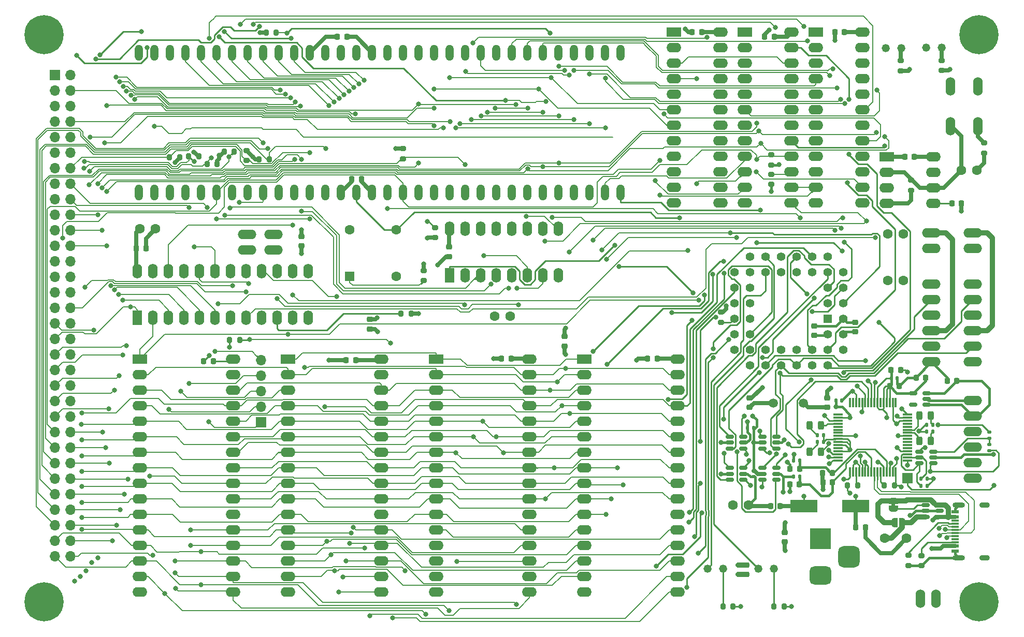
<source format=gbr>
%TF.GenerationSoftware,KiCad,Pcbnew,7.0.9*%
%TF.CreationDate,2024-04-15T20:34:35+01:00*%
%TF.ProjectId,rosco_m68k,726f7363-6f5f-46d3-9638-6b2e6b696361,2.2*%
%TF.SameCoordinates,Original*%
%TF.FileFunction,Copper,L4,Bot*%
%TF.FilePolarity,Positive*%
%FSLAX46Y46*%
G04 Gerber Fmt 4.6, Leading zero omitted, Abs format (unit mm)*
G04 Created by KiCad (PCBNEW 7.0.9) date 2024-04-15 20:34:35*
%MOMM*%
%LPD*%
G01*
G04 APERTURE LIST*
G04 Aperture macros list*
%AMRoundRect*
0 Rectangle with rounded corners*
0 $1 Rounding radius*
0 $2 $3 $4 $5 $6 $7 $8 $9 X,Y pos of 4 corners*
0 Add a 4 corners polygon primitive as box body*
4,1,4,$2,$3,$4,$5,$6,$7,$8,$9,$2,$3,0*
0 Add four circle primitives for the rounded corners*
1,1,$1+$1,$2,$3*
1,1,$1+$1,$4,$5*
1,1,$1+$1,$6,$7*
1,1,$1+$1,$8,$9*
0 Add four rect primitives between the rounded corners*
20,1,$1+$1,$2,$3,$4,$5,0*
20,1,$1+$1,$4,$5,$6,$7,0*
20,1,$1+$1,$6,$7,$8,$9,0*
20,1,$1+$1,$8,$9,$2,$3,0*%
%AMFreePoly0*
4,1,19,0.500000,-0.750000,0.000000,-0.750000,0.000000,-0.744911,-0.071157,-0.744911,-0.207708,-0.704816,-0.327430,-0.627875,-0.420627,-0.520320,-0.479746,-0.390866,-0.500000,-0.250000,-0.500000,0.250000,-0.479746,0.390866,-0.420627,0.520320,-0.327430,0.627875,-0.207708,0.704816,-0.071157,0.744911,0.000000,0.744911,0.000000,0.750000,0.500000,0.750000,0.500000,-0.750000,0.500000,-0.750000,
$1*%
%AMFreePoly1*
4,1,19,0.000000,0.744911,0.071157,0.744911,0.207708,0.704816,0.327430,0.627875,0.420627,0.520320,0.479746,0.390866,0.500000,0.250000,0.500000,-0.250000,0.479746,-0.390866,0.420627,-0.520320,0.327430,-0.627875,0.207708,-0.704816,0.071157,-0.744911,0.000000,-0.744911,0.000000,-0.750000,-0.500000,-0.750000,-0.500000,0.750000,0.000000,0.750000,0.000000,0.744911,0.000000,0.744911,
$1*%
G04 Aperture macros list end*
%TA.AperFunction,ComponentPad*%
%ADD10C,6.400000*%
%TD*%
%TA.AperFunction,ComponentPad*%
%ADD11O,1.524000X3.048000*%
%TD*%
%TA.AperFunction,ComponentPad*%
%ADD12C,1.600200*%
%TD*%
%TA.AperFunction,ComponentPad*%
%ADD13R,1.422400X1.422400*%
%TD*%
%TA.AperFunction,ComponentPad*%
%ADD14C,1.422400*%
%TD*%
%TA.AperFunction,ComponentPad*%
%ADD15R,2.400000X1.600000*%
%TD*%
%TA.AperFunction,ComponentPad*%
%ADD16O,2.400000X1.600000*%
%TD*%
%TA.AperFunction,ComponentPad*%
%ADD17O,3.048000X1.524000*%
%TD*%
%TA.AperFunction,ComponentPad*%
%ADD18C,1.320800*%
%TD*%
%TA.AperFunction,ComponentPad*%
%ADD19C,1.500000*%
%TD*%
%TA.AperFunction,ComponentPad*%
%ADD20R,1.600000X1.600000*%
%TD*%
%TA.AperFunction,ComponentPad*%
%ADD21C,1.600000*%
%TD*%
%TA.AperFunction,ComponentPad*%
%ADD22R,1.700000X1.700000*%
%TD*%
%TA.AperFunction,ComponentPad*%
%ADD23O,1.700000X1.700000*%
%TD*%
%TA.AperFunction,ComponentPad*%
%ADD24R,1.600000X2.400000*%
%TD*%
%TA.AperFunction,ComponentPad*%
%ADD25O,1.600000X2.400000*%
%TD*%
%TA.AperFunction,ComponentPad*%
%ADD26O,1.320800X2.641600*%
%TD*%
%TA.AperFunction,ComponentPad*%
%ADD27R,3.500000X3.500000*%
%TD*%
%TA.AperFunction,ComponentPad*%
%ADD28RoundRect,0.750000X1.000000X-0.750000X1.000000X0.750000X-1.000000X0.750000X-1.000000X-0.750000X0*%
%TD*%
%TA.AperFunction,ComponentPad*%
%ADD29RoundRect,0.875000X0.875000X-0.875000X0.875000X0.875000X-0.875000X0.875000X-0.875000X-0.875000X0*%
%TD*%
%TA.AperFunction,SMDPad,CuDef*%
%ADD30RoundRect,0.200000X0.275000X-0.200000X0.275000X0.200000X-0.275000X0.200000X-0.275000X-0.200000X0*%
%TD*%
%TA.AperFunction,SMDPad,CuDef*%
%ADD31RoundRect,0.225000X-0.250000X0.225000X-0.250000X-0.225000X0.250000X-0.225000X0.250000X0.225000X0*%
%TD*%
%TA.AperFunction,SMDPad,CuDef*%
%ADD32RoundRect,0.225000X0.225000X0.250000X-0.225000X0.250000X-0.225000X-0.250000X0.225000X-0.250000X0*%
%TD*%
%TA.AperFunction,SMDPad,CuDef*%
%ADD33RoundRect,0.200000X0.200000X0.275000X-0.200000X0.275000X-0.200000X-0.275000X0.200000X-0.275000X0*%
%TD*%
%TA.AperFunction,SMDPad,CuDef*%
%ADD34RoundRect,0.225000X0.250000X-0.225000X0.250000X0.225000X-0.250000X0.225000X-0.250000X-0.225000X0*%
%TD*%
%TA.AperFunction,SMDPad,CuDef*%
%ADD35RoundRect,0.200000X-0.275000X0.200000X-0.275000X-0.200000X0.275000X-0.200000X0.275000X0.200000X0*%
%TD*%
%TA.AperFunction,SMDPad,CuDef*%
%ADD36RoundRect,0.200000X-0.200000X-0.275000X0.200000X-0.275000X0.200000X0.275000X-0.200000X0.275000X0*%
%TD*%
%TA.AperFunction,SMDPad,CuDef*%
%ADD37RoundRect,0.225000X-0.225000X-0.250000X0.225000X-0.250000X0.225000X0.250000X-0.225000X0.250000X0*%
%TD*%
%TA.AperFunction,SMDPad,CuDef*%
%ADD38R,1.160000X0.600000*%
%TD*%
%TA.AperFunction,SMDPad,CuDef*%
%ADD39R,1.160000X0.300000*%
%TD*%
%TA.AperFunction,ComponentPad*%
%ADD40O,1.700000X0.900000*%
%TD*%
%TA.AperFunction,ComponentPad*%
%ADD41O,2.000000X0.900000*%
%TD*%
%TA.AperFunction,SMDPad,CuDef*%
%ADD42RoundRect,0.243750X0.243750X0.456250X-0.243750X0.456250X-0.243750X-0.456250X0.243750X-0.456250X0*%
%TD*%
%TA.AperFunction,SMDPad,CuDef*%
%ADD43RoundRect,0.150000X-0.512500X-0.150000X0.512500X-0.150000X0.512500X0.150000X-0.512500X0.150000X0*%
%TD*%
%TA.AperFunction,SMDPad,CuDef*%
%ADD44RoundRect,0.218750X0.218750X0.256250X-0.218750X0.256250X-0.218750X-0.256250X0.218750X-0.256250X0*%
%TD*%
%TA.AperFunction,SMDPad,CuDef*%
%ADD45RoundRect,0.135000X-0.135000X-0.185000X0.135000X-0.185000X0.135000X0.185000X-0.135000X0.185000X0*%
%TD*%
%TA.AperFunction,SMDPad,CuDef*%
%ADD46RoundRect,0.075000X0.075000X-0.700000X0.075000X0.700000X-0.075000X0.700000X-0.075000X-0.700000X0*%
%TD*%
%TA.AperFunction,SMDPad,CuDef*%
%ADD47RoundRect,0.075000X0.700000X-0.075000X0.700000X0.075000X-0.700000X0.075000X-0.700000X-0.075000X0*%
%TD*%
%TA.AperFunction,SMDPad,CuDef*%
%ADD48RoundRect,0.140000X-0.140000X-0.170000X0.140000X-0.170000X0.140000X0.170000X-0.140000X0.170000X0*%
%TD*%
%TA.AperFunction,SMDPad,CuDef*%
%ADD49R,4.500000X2.000000*%
%TD*%
%TA.AperFunction,SMDPad,CuDef*%
%ADD50RoundRect,0.243750X-0.243750X-0.456250X0.243750X-0.456250X0.243750X0.456250X-0.243750X0.456250X0*%
%TD*%
%TA.AperFunction,SMDPad,CuDef*%
%ADD51RoundRect,0.150000X0.512500X0.150000X-0.512500X0.150000X-0.512500X-0.150000X0.512500X-0.150000X0*%
%TD*%
%TA.AperFunction,SMDPad,CuDef*%
%ADD52RoundRect,0.140000X-0.170000X0.140000X-0.170000X-0.140000X0.170000X-0.140000X0.170000X0.140000X0*%
%TD*%
%TA.AperFunction,SMDPad,CuDef*%
%ADD53FreePoly0,270.000000*%
%TD*%
%TA.AperFunction,SMDPad,CuDef*%
%ADD54FreePoly1,270.000000*%
%TD*%
%TA.AperFunction,SMDPad,CuDef*%
%ADD55FreePoly0,0.000000*%
%TD*%
%TA.AperFunction,SMDPad,CuDef*%
%ADD56FreePoly1,0.000000*%
%TD*%
%TA.AperFunction,SMDPad,CuDef*%
%ADD57RoundRect,0.135000X0.135000X0.185000X-0.135000X0.185000X-0.135000X-0.185000X0.135000X-0.185000X0*%
%TD*%
%TA.AperFunction,SMDPad,CuDef*%
%ADD58RoundRect,0.135000X0.185000X-0.135000X0.185000X0.135000X-0.185000X0.135000X-0.185000X-0.135000X0*%
%TD*%
%TA.AperFunction,SMDPad,CuDef*%
%ADD59RoundRect,0.140000X0.140000X0.170000X-0.140000X0.170000X-0.140000X-0.170000X0.140000X-0.170000X0*%
%TD*%
%TA.AperFunction,ViaPad*%
%ADD60C,0.800000*%
%TD*%
%TA.AperFunction,Conductor*%
%ADD61C,0.152400*%
%TD*%
%TA.AperFunction,Conductor*%
%ADD62C,0.250000*%
%TD*%
%TA.AperFunction,Conductor*%
%ADD63C,0.650000*%
%TD*%
%TA.AperFunction,Conductor*%
%ADD64C,0.450000*%
%TD*%
%TA.AperFunction,Conductor*%
%ADD65C,0.850000*%
%TD*%
%TA.AperFunction,Conductor*%
%ADD66C,0.200000*%
%TD*%
G04 APERTURE END LIST*
%TA.AperFunction,EtchedComponent*%
%TO.C,SJ1*%
G36*
X210637400Y-135886000D02*
G01*
X210037400Y-135886000D01*
X210037400Y-135386000D01*
X210637400Y-135386000D01*
X210637400Y-135886000D01*
G37*
%TD.AperFunction*%
%TD*%
D10*
%TO.P,H1,1,1*%
%TO.N,GND*%
X71500000Y-151500000D03*
%TD*%
%TO.P,H2,1,1*%
%TO.N,GND*%
X71500000Y-58700000D03*
%TD*%
%TO.P,H4,1,1*%
%TO.N,GND*%
X224300000Y-151500000D03*
%TD*%
D11*
%TO.P,S1,1,S*%
%TO.N,Net-(IC15-THR)*%
X219659400Y-73701200D03*
%TO.P,S1,2,S1*%
%TO.N,unconnected-(S1-S1-Pad2)*%
X219659400Y-67198800D03*
%TO.P,S1,3,P*%
%TO.N,Net-(S1-P)*%
X224180600Y-73701200D03*
%TO.P,S1,4,P1*%
%TO.N,unconnected-(S1-P1-Pad4)*%
X224180600Y-67198800D03*
%TD*%
D10*
%TO.P,H3,1,1*%
%TO.N,GND*%
X224300000Y-58700000D03*
%TD*%
D12*
%TO.P,C17,+,+*%
%TO.N,VCC*%
X209473800Y-91363800D03*
%TO.P,C17,-,-*%
%TO.N,GND*%
X212013800Y-91363800D03*
%TD*%
%TO.P,C19,+,+*%
%TO.N,VCC*%
X184150000Y-135712200D03*
%TO.P,C19,-,-*%
%TO.N,GND*%
X186690000Y-135712200D03*
%TD*%
D13*
%TO.P,IC4,1,NC*%
%TO.N,unconnected-(IC4-NC-Pad1)*%
X199572000Y-105181400D03*
D14*
%TO.P,IC4,2,A1*%
%TO.N,A1*%
X202112000Y-102641400D03*
%TO.P,IC4,3,IP3*%
%TO.N,GND*%
X199572000Y-102641400D03*
%TO.P,IC4,4,A2*%
%TO.N,A2*%
X202112000Y-100101400D03*
%TO.P,IC4,5,IP1*%
%TO.N,CTSB*%
X199572000Y-100101400D03*
%TO.P,IC4,6,A3*%
%TO.N,A3*%
X202112000Y-97561400D03*
%TO.P,IC4,7,A4*%
%TO.N,A4*%
X199572000Y-95021400D03*
%TO.P,IC4,8,IP0*%
%TO.N,CTSA*%
X199572000Y-97561400D03*
%TO.P,IC4,9,\u002AR/\u002AW*%
%TO.N,RW*%
X197032000Y-95021400D03*
%TO.P,IC4,10,\u002ADTALK*%
%TO.N,DTACK*%
X197032000Y-97561400D03*
%TO.P,IC4,11,RXDB*%
%TO.N,RXDB*%
X194492000Y-95021400D03*
%TO.P,IC4,12,NC*%
%TO.N,unconnected-(IC4-NC-Pad12)*%
X194492000Y-97561400D03*
%TO.P,IC4,13,TXDB*%
%TO.N,TXDB*%
X191952000Y-95021400D03*
%TO.P,IC4,14,OP1*%
%TO.N,RTSB*%
X191952000Y-97561400D03*
%TO.P,IC4,15,OP3*%
%TO.N,Net-(IC4-OP3)*%
X189412000Y-95021400D03*
%TO.P,IC4,16,OP5*%
%TO.N,Net-(IC4-OP5)*%
X189412000Y-97561400D03*
%TO.P,IC4,17,OP7*%
%TO.N,SPICS2*%
X186872000Y-95021400D03*
%TO.P,IC4,18,D1*%
%TO.N,D1*%
X184332000Y-97561400D03*
%TO.P,IC4,19,D3*%
%TO.N,D3*%
X186872000Y-97561400D03*
%TO.P,IC4,20,D5*%
%TO.N,D5*%
X184332000Y-100101400D03*
%TO.P,IC4,21,D7*%
%TO.N,D7*%
X186872000Y-100101400D03*
%TO.P,IC4,22,GND*%
%TO.N,GND*%
X184332000Y-102641400D03*
%TO.P,IC4,23,NC*%
%TO.N,unconnected-(IC4-NC-Pad23)*%
X186872000Y-102641400D03*
%TO.P,IC4,24,INTR*%
%TO.N,DUAIRQ*%
X184332000Y-105181400D03*
%TO.P,IC4,25,D6*%
%TO.N,D6*%
X186872000Y-105181400D03*
%TO.P,IC4,26,D4*%
%TO.N,D4*%
X184332000Y-107721400D03*
%TO.P,IC4,27,D2*%
%TO.N,D2*%
X186872000Y-107721400D03*
%TO.P,IC4,28,D0*%
%TO.N,D0*%
X184332000Y-110261400D03*
%TO.P,IC4,29,OP6*%
%TO.N,SPIMOSI*%
X186872000Y-112801400D03*
%TO.P,IC4,30,OP4*%
%TO.N,SPICLK*%
X186872000Y-110261400D03*
%TO.P,IC4,31,OP2*%
%TO.N,SPICS*%
X189412000Y-112801400D03*
%TO.P,IC4,32,OP0*%
%TO.N,RTSA*%
X189412000Y-110261400D03*
%TO.P,IC4,33,TXDA*%
%TO.N,TXDA*%
X191952000Y-112801400D03*
%TO.P,IC4,34,NC*%
%TO.N,unconnected-(IC4-NC-Pad34)*%
X191952000Y-110261400D03*
%TO.P,IC4,35,RXDA*%
%TO.N,RXDA*%
X194492000Y-112801400D03*
%TO.P,IC4,36,X1/CLK*%
%TO.N,Net-(IC4-X1{slash}CLK)*%
X194492000Y-110261400D03*
%TO.P,IC4,37,X2*%
%TO.N,Net-(IC4-X2)*%
X197032000Y-112801400D03*
%TO.P,IC4,38,\u002ARESET*%
%TO.N,RESET*%
X197032000Y-110261400D03*
%TO.P,IC4,39,CS*%
%TO.N,DUASEL*%
X199572000Y-112801400D03*
%TO.P,IC4,40,IP2*%
%TO.N,SPIMISO*%
X202112000Y-110261400D03*
%TO.P,IC4,41,\u002AIACK*%
%TO.N,DUAIACK*%
X199572000Y-110261400D03*
%TO.P,IC4,42,IP5*%
%TO.N,GND*%
X202112000Y-107721400D03*
%TO.P,IC4,43,IP4*%
X199572000Y-107721400D03*
%TO.P,IC4,44,VCC*%
%TO.N,VCC*%
X202112000Y-105181400D03*
%TD*%
D15*
%TO.P,IC5,1,I1/CLK*%
%TO.N,AS*%
X186076700Y-58324800D03*
D16*
%TO.P,IC5,2,I2*%
%TO.N,unconnected-(IC5-I2-Pad2)*%
X186076700Y-60864800D03*
%TO.P,IC5,3,I3*%
%TO.N,HWRST*%
X186076700Y-63404800D03*
%TO.P,IC5,4,I4/PD*%
%TO.N,FC2*%
X186076700Y-65944800D03*
%TO.P,IC5,5,I5*%
%TO.N,FC1*%
X186076700Y-68484800D03*
%TO.P,IC5,6,I6*%
%TO.N,FC0*%
X186076700Y-71024800D03*
%TO.P,IC5,7,I7*%
%TO.N,A1*%
X186076700Y-73564800D03*
%TO.P,IC5,8,I8*%
%TO.N,A2*%
X186076700Y-76104800D03*
%TO.P,IC5,9,I9*%
%TO.N,A3*%
X186076700Y-78644800D03*
%TO.P,IC5,10,I10*%
%TO.N,A19*%
X186076700Y-81184800D03*
%TO.P,IC5,11,I11*%
%TO.N,A18*%
X186076700Y-83724800D03*
%TO.P,IC5,12,GND*%
%TO.N,GND*%
X186076700Y-86264800D03*
%TO.P,IC5,13,I13*%
%TO.N,A17*%
X193696700Y-86264800D03*
%TO.P,IC5,14,IO1*%
%TO.N,A16*%
X193696700Y-83724800D03*
%TO.P,IC5,15,IO2*%
%TO.N,HALT*%
X193696700Y-81184800D03*
%TO.P,IC5,16,IO3*%
%TO.N,RESET*%
X193696700Y-78644800D03*
%TO.P,IC5,17,I04*%
%TO.N,RUNLED*%
X193696700Y-76104800D03*
%TO.P,IC5,18,IO5*%
%TO.N,unconnected-(IC5-IO5-Pad18)*%
X193696700Y-73564800D03*
%TO.P,IC5,19,IO6*%
%TO.N,unconnected-(IC5-IO6-Pad19)*%
X193696700Y-71024800D03*
%TO.P,IC5,20,IO7*%
%TO.N,unconnected-(IC5-IO7-Pad20)*%
X193696700Y-68484800D03*
%TO.P,IC5,21,IO8*%
%TO.N,BOOT*%
X193696700Y-65944800D03*
%TO.P,IC5,22,IO9*%
%TO.N,CPUSP*%
X193696700Y-63404800D03*
%TO.P,IC5,23,IO10*%
%TO.N,DUAIACK*%
X193696700Y-60864800D03*
%TO.P,IC5,24,VCC*%
%TO.N,VCC*%
X193696700Y-58324800D03*
%TD*%
D17*
%TO.P,JP1,1,A*%
%TO.N,VCCUA*%
X223300000Y-91159000D03*
%TO.P,JP1,2,B*%
%TO.N,VCC*%
X223300000Y-93699000D03*
%TD*%
D18*
%TO.P,LED3,A,A*%
%TO.N,Net-(LED3-PadA)*%
X211600000Y-60930000D03*
%TO.P,LED3,K,C*%
%TO.N,RUNLED*%
X209060000Y-60930000D03*
%TD*%
%TO.P,LED4,A,A*%
%TO.N,Net-(LED4-PadA)*%
X218200000Y-60840000D03*
%TO.P,LED4,K,C*%
%TO.N,RESET*%
X215660000Y-60840000D03*
%TD*%
D19*
%TO.P,Q1,1,1*%
%TO.N,Net-(IC4-X1{slash}CLK)*%
X190750800Y-118973600D03*
%TO.P,Q1,2,2*%
%TO.N,Net-(IC4-X2)*%
X195630800Y-118973600D03*
%TD*%
D20*
%TO.P,Q2,1,EN*%
%TO.N,Net-(Q2-EN)*%
X121500000Y-98300000D03*
D21*
%TO.P,Q2,4,GND*%
%TO.N,GND*%
X129120000Y-98300000D03*
%TO.P,Q2,5,OUT*%
%TO.N,CLK*%
X129120000Y-90680000D03*
%TO.P,Q2,8,Vcc*%
%TO.N,VCC*%
X121500000Y-90680000D03*
%TD*%
D15*
%TO.P,U4,1,A18*%
%TO.N,A19*%
X159800000Y-111823600D03*
D16*
%TO.P,U4,2,A16*%
%TO.N,A17*%
X159800000Y-114363600D03*
%TO.P,U4,3,A14*%
%TO.N,A15*%
X159800000Y-116903600D03*
%TO.P,U4,4,A12*%
%TO.N,A13*%
X159800000Y-119443600D03*
%TO.P,U4,5,A7*%
%TO.N,A8*%
X159800000Y-121983600D03*
%TO.P,U4,6,A6*%
%TO.N,A7*%
X159800000Y-124523600D03*
%TO.P,U4,7,A5*%
%TO.N,A6*%
X159800000Y-127063600D03*
%TO.P,U4,8,A4*%
%TO.N,A5*%
X159800000Y-129603600D03*
%TO.P,U4,9,A3*%
%TO.N,A4*%
X159800000Y-132143600D03*
%TO.P,U4,10,A2*%
%TO.N,A3*%
X159800000Y-134683600D03*
%TO.P,U4,11,A1*%
%TO.N,A2*%
X159800000Y-137223600D03*
%TO.P,U4,12,A0*%
%TO.N,A1*%
X159800000Y-139763600D03*
%TO.P,U4,13,DQ0*%
%TO.N,D8*%
X159800000Y-142303600D03*
%TO.P,U4,14,DQ1*%
%TO.N,D9*%
X159800000Y-144843600D03*
%TO.P,U4,15,DQ2*%
%TO.N,D10*%
X159800000Y-147383600D03*
%TO.P,U4,16,VSS*%
%TO.N,GND*%
X159800000Y-149923600D03*
%TO.P,U4,17,DQ3*%
%TO.N,D11*%
X175040000Y-149923600D03*
%TO.P,U4,18,DQ4*%
%TO.N,D12*%
X175040000Y-147383600D03*
%TO.P,U4,19,DQ5*%
%TO.N,D13*%
X175040000Y-144843600D03*
%TO.P,U4,20,DQ6*%
%TO.N,D14*%
X175040000Y-142303600D03*
%TO.P,U4,21,DQ7*%
%TO.N,D15*%
X175040000Y-139763600D03*
%TO.P,U4,22,CE*%
%TO.N,EVENRAMSEL*%
X175040000Y-137223600D03*
%TO.P,U4,23,A10*%
%TO.N,A11*%
X175040000Y-134683600D03*
%TO.P,U4,24,OE*%
%TO.N,WR*%
X175040000Y-132143600D03*
%TO.P,U4,25,A11*%
%TO.N,A12*%
X175040000Y-129603600D03*
%TO.P,U4,26,A9*%
%TO.N,A10*%
X175040000Y-127063600D03*
%TO.P,U4,27,A8*%
%TO.N,A9*%
X175040000Y-124523600D03*
%TO.P,U4,28,A13*%
%TO.N,A14*%
X175040000Y-121983600D03*
%TO.P,U4,29,WE*%
%TO.N,RW*%
X175040000Y-119443600D03*
%TO.P,U4,30,A17*%
%TO.N,A18*%
X175040000Y-116903600D03*
%TO.P,U4,31,A15*%
%TO.N,A16*%
X175040000Y-114363600D03*
%TO.P,U4,32,VCC*%
%TO.N,VCC*%
X175040000Y-111823600D03*
%TD*%
D15*
%TO.P,U3,1,A18*%
%TO.N,A19*%
X135600000Y-111823600D03*
D16*
%TO.P,U3,2,A16*%
%TO.N,A17*%
X135600000Y-114363600D03*
%TO.P,U3,3,A14*%
%TO.N,A15*%
X135600000Y-116903600D03*
%TO.P,U3,4,A12*%
%TO.N,A13*%
X135600000Y-119443600D03*
%TO.P,U3,5,A7*%
%TO.N,A8*%
X135600000Y-121983600D03*
%TO.P,U3,6,A6*%
%TO.N,A7*%
X135600000Y-124523600D03*
%TO.P,U3,7,A5*%
%TO.N,A6*%
X135600000Y-127063600D03*
%TO.P,U3,8,A4*%
%TO.N,A5*%
X135600000Y-129603600D03*
%TO.P,U3,9,A3*%
%TO.N,A4*%
X135600000Y-132143600D03*
%TO.P,U3,10,A2*%
%TO.N,A3*%
X135600000Y-134683600D03*
%TO.P,U3,11,A1*%
%TO.N,A2*%
X135600000Y-137223600D03*
%TO.P,U3,12,A0*%
%TO.N,A1*%
X135600000Y-139763600D03*
%TO.P,U3,13,DQ0*%
%TO.N,D0*%
X135600000Y-142303600D03*
%TO.P,U3,14,DQ1*%
%TO.N,D1*%
X135600000Y-144843600D03*
%TO.P,U3,15,DQ2*%
%TO.N,D2*%
X135600000Y-147383600D03*
%TO.P,U3,16,VSS*%
%TO.N,GND*%
X135600000Y-149923600D03*
%TO.P,U3,17,DQ3*%
%TO.N,D3*%
X150840000Y-149923600D03*
%TO.P,U3,18,DQ4*%
%TO.N,D4*%
X150840000Y-147383600D03*
%TO.P,U3,19,DQ5*%
%TO.N,D5*%
X150840000Y-144843600D03*
%TO.P,U3,20,DQ6*%
%TO.N,D6*%
X150840000Y-142303600D03*
%TO.P,U3,21,DQ7*%
%TO.N,D7*%
X150840000Y-139763600D03*
%TO.P,U3,22,CE*%
%TO.N,ODDRAMSEL*%
X150840000Y-137223600D03*
%TO.P,U3,23,A10*%
%TO.N,A11*%
X150840000Y-134683600D03*
%TO.P,U3,24,OE*%
%TO.N,WR*%
X150840000Y-132143600D03*
%TO.P,U3,25,A11*%
%TO.N,A12*%
X150840000Y-129603600D03*
%TO.P,U3,26,A9*%
%TO.N,A10*%
X150840000Y-127063600D03*
%TO.P,U3,27,A8*%
%TO.N,A9*%
X150840000Y-124523600D03*
%TO.P,U3,28,A13*%
%TO.N,A14*%
X150840000Y-121983600D03*
%TO.P,U3,29,WE*%
%TO.N,RW*%
X150840000Y-119443600D03*
%TO.P,U3,30,A17*%
%TO.N,A18*%
X150840000Y-116903600D03*
%TO.P,U3,31,A15*%
%TO.N,A16*%
X150840000Y-114363600D03*
%TO.P,U3,32,VCC*%
%TO.N,VCC*%
X150840000Y-111823600D03*
%TD*%
D15*
%TO.P,U2,1,A18*%
%TO.N,A19*%
X111400000Y-111823600D03*
D16*
%TO.P,U2,2,A16*%
%TO.N,A17*%
X111400000Y-114363600D03*
%TO.P,U2,3,A15*%
%TO.N,A16*%
X111400000Y-116903600D03*
%TO.P,U2,4,A12*%
%TO.N,A13*%
X111400000Y-119443600D03*
%TO.P,U2,5,A7*%
%TO.N,A8*%
X111400000Y-121983600D03*
%TO.P,U2,6,A6*%
%TO.N,A7*%
X111400000Y-124523600D03*
%TO.P,U2,7,A5*%
%TO.N,A6*%
X111400000Y-127063600D03*
%TO.P,U2,8,A4*%
%TO.N,A5*%
X111400000Y-129603600D03*
%TO.P,U2,9,A3*%
%TO.N,A4*%
X111400000Y-132143600D03*
%TO.P,U2,10,A2*%
%TO.N,A3*%
X111400000Y-134683600D03*
%TO.P,U2,11,A1*%
%TO.N,A2*%
X111400000Y-137223600D03*
%TO.P,U2,12,A0*%
%TO.N,A1*%
X111400000Y-139763600D03*
%TO.P,U2,13,D0*%
%TO.N,D8*%
X111400000Y-142303600D03*
%TO.P,U2,14,D1*%
%TO.N,D9*%
X111400000Y-144843600D03*
%TO.P,U2,15,D2*%
%TO.N,D10*%
X111400000Y-147383600D03*
%TO.P,U2,16,GND*%
%TO.N,GND*%
X111400000Y-149923600D03*
%TO.P,U2,17,D3*%
%TO.N,D11*%
X126640000Y-149923600D03*
%TO.P,U2,18,D4*%
%TO.N,D12*%
X126640000Y-147383600D03*
%TO.P,U2,19,D5*%
%TO.N,D13*%
X126640000Y-144843600D03*
%TO.P,U2,20,D6*%
%TO.N,D14*%
X126640000Y-142303600D03*
%TO.P,U2,21,D7*%
%TO.N,D15*%
X126640000Y-139763600D03*
%TO.P,U2,22,CE*%
%TO.N,EVENROMSEL*%
X126640000Y-137223600D03*
%TO.P,U2,23,A10*%
%TO.N,A11*%
X126640000Y-134683600D03*
%TO.P,U2,24,OE*%
%TO.N,WR*%
X126640000Y-132143600D03*
%TO.P,U2,25,A11*%
%TO.N,A12*%
X126640000Y-129603600D03*
%TO.P,U2,26,A9*%
%TO.N,A10*%
X126640000Y-127063600D03*
%TO.P,U2,27,A8*%
%TO.N,A9*%
X126640000Y-124523600D03*
%TO.P,U2,28,A13*%
%TO.N,A14*%
X126640000Y-121983600D03*
%TO.P,U2,29,A14*%
%TO.N,A15*%
X126640000Y-119443600D03*
%TO.P,U2,30,A17*%
%TO.N,A18*%
X126640000Y-116903600D03*
%TO.P,U2,31,PGM*%
%TO.N,ROM_RW*%
X126640000Y-114363600D03*
%TO.P,U2,32,VCC*%
%TO.N,VCC*%
X126640000Y-111823600D03*
%TD*%
D22*
%TO.P,J3,1,Pin_1*%
%TO.N,A1*%
X73325000Y-65350000D03*
D23*
%TO.P,J3,2,Pin_2*%
%TO.N,VCC*%
X75865000Y-65350000D03*
%TO.P,J3,3,Pin_3*%
%TO.N,A2*%
X73325000Y-67890000D03*
%TO.P,J3,4,Pin_4*%
%TO.N,CLK*%
X75865000Y-67890000D03*
%TO.P,J3,5,Pin_5*%
%TO.N,A3*%
X73325000Y-70430000D03*
%TO.P,J3,6,Pin_6*%
%TO.N,GND*%
X75865000Y-70430000D03*
%TO.P,J3,7,Pin_7*%
%TO.N,A4*%
X73325000Y-72970000D03*
%TO.P,J3,8,Pin_8*%
%TO.N,VPA*%
X75865000Y-72970000D03*
%TO.P,J3,9,Pin_9*%
%TO.N,A5*%
X73325000Y-75510000D03*
%TO.P,J3,10,Pin_10*%
%TO.N,E*%
X75865000Y-75510000D03*
%TO.P,J3,11,Pin_11*%
%TO.N,A6*%
X73325000Y-78050000D03*
%TO.P,J3,12,Pin_12*%
%TO.N,VMA*%
X75865000Y-78050000D03*
%TO.P,J3,13,Pin_13*%
%TO.N,A7*%
X73325000Y-80590000D03*
%TO.P,J3,14,Pin_14*%
%TO.N,IRQ3*%
X75865000Y-80590000D03*
%TO.P,J3,15,Pin_15*%
%TO.N,A8*%
X73325000Y-83130000D03*
%TO.P,J3,16,Pin_16*%
%TO.N,IOSEL*%
X75865000Y-83130000D03*
%TO.P,J3,17,Pin_17*%
%TO.N,A9*%
X73325000Y-85670000D03*
%TO.P,J3,18,Pin_18*%
%TO.N,EXPSEL*%
X75865000Y-85670000D03*
%TO.P,J3,19,Pin_19*%
%TO.N,A10*%
X73325000Y-88210000D03*
%TO.P,J3,20,Pin_20*%
%TO.N,FC0*%
X75865000Y-88210000D03*
%TO.P,J3,21,Pin_21*%
%TO.N,A11*%
X73325000Y-90750000D03*
%TO.P,J3,22,Pin_22*%
%TO.N,FC1*%
X75865000Y-90750000D03*
%TO.P,J3,23,Pin_23*%
%TO.N,A12*%
X73325000Y-93290000D03*
%TO.P,J3,24,Pin_24*%
%TO.N,FC2*%
X75865000Y-93290000D03*
%TO.P,J3,25,Pin_25*%
%TO.N,A13*%
X73325000Y-95830000D03*
%TO.P,J3,26,Pin_26*%
%TO.N,IRQ5*%
X75865000Y-95830000D03*
%TO.P,J3,27,Pin_27*%
%TO.N,A14*%
X73325000Y-98370000D03*
%TO.P,J3,28,Pin_28*%
%TO.N,IRQ2*%
X75865000Y-98370000D03*
%TO.P,J3,29,Pin_29*%
%TO.N,A15*%
X73325000Y-100910000D03*
%TO.P,J3,30,Pin_30*%
%TO.N,IRQ6*%
X75865000Y-100910000D03*
%TO.P,J3,31,Pin_31*%
%TO.N,A16*%
X73325000Y-103450000D03*
%TO.P,J3,32,Pin_32*%
%TO.N,LDS*%
X75865000Y-103450000D03*
%TO.P,J3,33,Pin_33*%
%TO.N,A17*%
X73325000Y-105990000D03*
%TO.P,J3,34,Pin_34*%
%TO.N,UDS*%
X75865000Y-105990000D03*
%TO.P,J3,35,Pin_35*%
%TO.N,A18*%
X73325000Y-108530000D03*
%TO.P,J3,36,Pin_36*%
%TO.N,RESET*%
X75865000Y-108530000D03*
%TO.P,J3,37,Pin_37*%
%TO.N,A19*%
X73325000Y-111070000D03*
%TO.P,J3,38,Pin_38*%
%TO.N,D15*%
X75865000Y-111070000D03*
%TO.P,J3,39,Pin_39*%
%TO.N,A20*%
X73325000Y-113610000D03*
%TO.P,J3,40,Pin_40*%
%TO.N,D14*%
X75865000Y-113610000D03*
%TO.P,J3,41,Pin_41*%
%TO.N,A21*%
X73325000Y-116150000D03*
%TO.P,J3,42,Pin_42*%
%TO.N,D13*%
X75865000Y-116150000D03*
%TO.P,J3,43,Pin_43*%
%TO.N,A22*%
X73325000Y-118690000D03*
%TO.P,J3,44,Pin_44*%
%TO.N,D12*%
X75865000Y-118690000D03*
%TO.P,J3,45,Pin_45*%
%TO.N,A23*%
X73325000Y-121230000D03*
%TO.P,J3,46,Pin_46*%
%TO.N,D11*%
X75865000Y-121230000D03*
%TO.P,J3,47,Pin_47*%
%TO.N,AS*%
X73325000Y-123770000D03*
%TO.P,J3,48,Pin_48*%
%TO.N,D10*%
X75865000Y-123770000D03*
%TO.P,J3,49,Pin_49*%
%TO.N,BERR*%
X73325000Y-126310000D03*
%TO.P,J3,50,Pin_50*%
%TO.N,D9*%
X75865000Y-126310000D03*
%TO.P,J3,51,Pin_51*%
%TO.N,BG*%
X73325000Y-128850000D03*
%TO.P,J3,52,Pin_52*%
%TO.N,D8*%
X75865000Y-128850000D03*
%TO.P,J3,53,Pin_53*%
%TO.N,BGACK*%
X73325000Y-131390000D03*
%TO.P,J3,54,Pin_54*%
%TO.N,D7*%
X75865000Y-131390000D03*
%TO.P,J3,55,Pin_55*%
%TO.N,BR*%
X73325000Y-133930000D03*
%TO.P,J3,56,Pin_56*%
%TO.N,D6*%
X75865000Y-133930000D03*
%TO.P,J3,57,Pin_57*%
%TO.N,DTACK*%
X73325000Y-136470000D03*
%TO.P,J3,58,Pin_58*%
%TO.N,D5*%
X75865000Y-136470000D03*
%TO.P,J3,59,Pin_59*%
%TO.N,RW*%
X73325000Y-139010000D03*
%TO.P,J3,60,Pin_60*%
%TO.N,D4*%
X75865000Y-139010000D03*
%TO.P,J3,61,Pin_61*%
%TO.N,D0*%
X73325000Y-141550000D03*
%TO.P,J3,62,Pin_62*%
%TO.N,D3*%
X75865000Y-141550000D03*
%TO.P,J3,63,Pin_63*%
%TO.N,D1*%
X73325000Y-144090000D03*
%TO.P,J3,64,Pin_64*%
%TO.N,D2*%
X75865000Y-144090000D03*
%TD*%
D15*
%TO.P,IC6,1,I1/CLK*%
%TO.N,CLK*%
X174450000Y-58324800D03*
D16*
%TO.P,IC6,2,I2*%
%TO.N,AS*%
X174450000Y-60864800D03*
%TO.P,IC6,3,I3*%
%TO.N,CPUSP*%
X174450000Y-63404800D03*
%TO.P,IC6,4,I4/PD*%
%TO.N,A19*%
X174450000Y-65944800D03*
%TO.P,IC6,5,I5*%
%TO.N,A18*%
X174450000Y-68484800D03*
%TO.P,IC6,6,I6*%
%TO.N,A16*%
X174450000Y-71024800D03*
%TO.P,IC6,7,I7*%
%TO.N,A17*%
X174450000Y-73564800D03*
%TO.P,IC6,8,I8*%
%TO.N,unconnected-(IC6-I8-Pad8)*%
X174450000Y-76104800D03*
%TO.P,IC6,9,I9*%
%TO.N,unconnected-(IC6-I9-Pad9)*%
X174450000Y-78644800D03*
%TO.P,IC6,10,I10*%
%TO.N,unconnected-(IC6-I10-Pad10)*%
X174450000Y-81184800D03*
%TO.P,IC6,11,I11*%
%TO.N,unconnected-(IC6-I11-Pad11)*%
X174450000Y-83724800D03*
%TO.P,IC6,12,GND*%
%TO.N,GND*%
X174450000Y-86264800D03*
%TO.P,IC6,13,I13*%
X182070000Y-86264800D03*
%TO.P,IC6,14,IO1*%
%TO.N,unconnected-(IC6-IO1-Pad14)*%
X182070000Y-83724800D03*
%TO.P,IC6,15,IO2*%
%TO.N,unconnected-(IC6-IO2-Pad15)*%
X182070000Y-81184800D03*
%TO.P,IC6,16,IO3*%
%TO.N,unconnected-(IC6-IO3-Pad16)*%
X182070000Y-78644800D03*
%TO.P,IC6,17,I04*%
%TO.N,unconnected-(IC6-I04-Pad17)*%
X182070000Y-76104800D03*
%TO.P,IC6,18,IO5*%
%TO.N,unconnected-(IC6-IO5-Pad18)*%
X182070000Y-73564800D03*
%TO.P,IC6,19,IO6*%
%TO.N,unconnected-(IC6-IO6-Pad19)*%
X182070000Y-71024800D03*
%TO.P,IC6,20,IO7*%
%TO.N,unconnected-(IC6-IO7-Pad20)*%
X182070000Y-68484800D03*
%TO.P,IC6,21,IO8*%
%TO.N,unconnected-(IC6-IO8-Pad21)*%
X182070000Y-65944800D03*
%TO.P,IC6,22,IO9*%
%TO.N,unconnected-(IC6-IO9-Pad22)*%
X182070000Y-63404800D03*
%TO.P,IC6,23,IO10*%
%TO.N,BERR*%
X182070000Y-60864800D03*
%TO.P,IC6,24,VCC*%
%TO.N,VCC*%
X182070000Y-58324800D03*
%TD*%
D17*
%TO.P,J4,1,Pin_1*%
%TO.N,SPICS*%
X223300000Y-131310000D03*
%TO.P,J4,2,Pin_2*%
%TO.N,SPICLK*%
X223300000Y-128770000D03*
%TO.P,J4,3,Pin_3*%
%TO.N,SPIMOSI*%
X223300000Y-126230000D03*
%TO.P,J4,4,Pin_4*%
%TO.N,SPIMISO*%
X223300000Y-123690000D03*
%TO.P,J4,5,Pin_5*%
%TO.N,VCC*%
X223300000Y-121150000D03*
%TO.P,J4,6,Pin_6*%
%TO.N,GND*%
X223300000Y-118610000D03*
%TD*%
%TO.P,J2,1,Pin_1*%
%TO.N,GND*%
X216564000Y-112258000D03*
%TO.P,J2,2,Pin_2*%
%TO.N,RTSB*%
X216564000Y-109718000D03*
%TO.P,J2,3,Pin_3*%
%TO.N,VCCUB*%
X216564000Y-107178000D03*
%TO.P,J2,4,Pin_4*%
%TO.N,RXDB*%
X216564000Y-104638000D03*
%TO.P,J2,5,Pin_5*%
%TO.N,TXDB*%
X216564000Y-102098000D03*
%TO.P,J2,6,Pin_6*%
%TO.N,CTSB*%
X216564000Y-99558000D03*
%TD*%
%TO.P,J1,1,Pin_1*%
%TO.N,GND*%
X223300000Y-112258000D03*
%TO.P,J1,2,Pin_2*%
%TO.N,RTSA*%
X223300000Y-109718000D03*
%TO.P,J1,3,Pin_3*%
%TO.N,VCCUA*%
X223300000Y-107178000D03*
%TO.P,J1,4,Pin_4*%
%TO.N,RXDA*%
X223300000Y-104638000D03*
%TO.P,J1,5,Pin_5*%
%TO.N,TXDA*%
X223300000Y-102098000D03*
%TO.P,J1,6,Pin_6*%
%TO.N,CTSA*%
X223300000Y-99558000D03*
%TD*%
D11*
%TO.P,J5,1,1*%
%TO.N,VCC*%
X214730000Y-151000000D03*
%TO.P,J5,2,2*%
%TO.N,GND*%
X217270000Y-151000000D03*
%TD*%
D15*
%TO.P,IC15,1,GND*%
%TO.N,GND*%
X209230000Y-78724800D03*
D16*
%TO.P,IC15,2,TR*%
%TO.N,Net-(IC15-THR)*%
X209230000Y-81264800D03*
%TO.P,IC15,3,Q*%
%TO.N,HWRST*%
X209230000Y-83804800D03*
%TO.P,IC15,4,R*%
%TO.N,VCC*%
X209230000Y-86344800D03*
%TO.P,IC15,5,CV*%
%TO.N,Net-(IC15-CV)*%
X216850000Y-86344800D03*
%TO.P,IC15,6,THR*%
%TO.N,Net-(IC15-THR)*%
X216850000Y-83804800D03*
%TO.P,IC15,7,DIS*%
%TO.N,unconnected-(IC15-DIS-Pad7)*%
X216850000Y-81264800D03*
%TO.P,IC15,8,V+*%
%TO.N,VCC*%
X216850000Y-78724800D03*
%TD*%
D17*
%TO.P,JP2,1,A*%
%TO.N,VCCUB*%
X216564000Y-91159000D03*
%TO.P,JP2,2,B*%
%TO.N,VCC*%
X216564000Y-93699000D03*
%TD*%
%TO.P,JP3,1,A*%
%TO.N,RW*%
X104703000Y-91393000D03*
%TO.P,JP3,2,B*%
%TO.N,ROM_RW*%
X104703000Y-93933000D03*
%TD*%
D18*
%TO.P,LED1,A,A*%
%TO.N,Net-(LED1-PadA)*%
X182478200Y-146098800D03*
%TO.P,LED1,K,C*%
%TO.N,Net-(IC4-OP5)*%
X179938200Y-146098800D03*
%TD*%
%TO.P,LED2,A,A*%
%TO.N,Net-(LED2-PadA)*%
X190843400Y-146100800D03*
%TO.P,LED2,K,C*%
%TO.N,Net-(IC4-OP3)*%
X188303400Y-146100800D03*
%TD*%
D17*
%TO.P,JP4,1,A*%
%TO.N,LGEXP*%
X109018000Y-93933000D03*
%TO.P,JP4,2,B*%
%TO.N,GND*%
X109018000Y-91393000D03*
%TD*%
D15*
%TO.P,U1,1,A18*%
%TO.N,A19*%
X87200000Y-111823600D03*
D16*
%TO.P,U1,2,A16*%
%TO.N,A17*%
X87200000Y-114363600D03*
%TO.P,U1,3,A15*%
%TO.N,A16*%
X87200000Y-116903600D03*
%TO.P,U1,4,A12*%
%TO.N,A13*%
X87200000Y-119443600D03*
%TO.P,U1,5,A7*%
%TO.N,A8*%
X87200000Y-121983600D03*
%TO.P,U1,6,A6*%
%TO.N,A7*%
X87200000Y-124523600D03*
%TO.P,U1,7,A5*%
%TO.N,A6*%
X87200000Y-127063600D03*
%TO.P,U1,8,A4*%
%TO.N,A5*%
X87200000Y-129603600D03*
%TO.P,U1,9,A3*%
%TO.N,A4*%
X87200000Y-132143600D03*
%TO.P,U1,10,A2*%
%TO.N,A3*%
X87200000Y-134683600D03*
%TO.P,U1,11,A1*%
%TO.N,A2*%
X87200000Y-137223600D03*
%TO.P,U1,12,A0*%
%TO.N,A1*%
X87200000Y-139763600D03*
%TO.P,U1,13,D0*%
%TO.N,D0*%
X87200000Y-142303600D03*
%TO.P,U1,14,D1*%
%TO.N,D1*%
X87200000Y-144843600D03*
%TO.P,U1,15,D2*%
%TO.N,D2*%
X87200000Y-147383600D03*
%TO.P,U1,16,GND*%
%TO.N,GND*%
X87200000Y-149923600D03*
%TO.P,U1,17,D3*%
%TO.N,D3*%
X102440000Y-149923600D03*
%TO.P,U1,18,D4*%
%TO.N,D4*%
X102440000Y-147383600D03*
%TO.P,U1,19,D5*%
%TO.N,D5*%
X102440000Y-144843600D03*
%TO.P,U1,20,D6*%
%TO.N,D6*%
X102440000Y-142303600D03*
%TO.P,U1,21,D7*%
%TO.N,D7*%
X102440000Y-139763600D03*
%TO.P,U1,22,CE*%
%TO.N,ODDROMSEL*%
X102440000Y-137223600D03*
%TO.P,U1,23,A10*%
%TO.N,A11*%
X102440000Y-134683600D03*
%TO.P,U1,24,OE*%
%TO.N,WR*%
X102440000Y-132143600D03*
%TO.P,U1,25,A11*%
%TO.N,A12*%
X102440000Y-129603600D03*
%TO.P,U1,26,A9*%
%TO.N,A10*%
X102440000Y-127063600D03*
%TO.P,U1,27,A8*%
%TO.N,A9*%
X102440000Y-124523600D03*
%TO.P,U1,28,A13*%
%TO.N,A14*%
X102440000Y-121983600D03*
%TO.P,U1,29,A14*%
%TO.N,A15*%
X102440000Y-119443600D03*
%TO.P,U1,30,A17*%
%TO.N,A18*%
X102440000Y-116903600D03*
%TO.P,U1,31,PGM*%
%TO.N,ROM_RW*%
X102440000Y-114363600D03*
%TO.P,U1,32,VCC*%
%TO.N,VCC*%
X102440000Y-111823600D03*
%TD*%
D12*
%TO.P,C11,+,+*%
%TO.N,Net-(IC15-THR)*%
X221459000Y-80910000D03*
%TO.P,C11,-,-*%
%TO.N,GND*%
X223999000Y-80910000D03*
%TD*%
D15*
%TO.P,IC3,1,I1/CLK*%
%TO.N,A6*%
X197703300Y-58324800D03*
D16*
%TO.P,IC3,2,I2*%
%TO.N,A7*%
X197703300Y-60864800D03*
%TO.P,IC3,3,I3*%
%TO.N,A8*%
X197703300Y-63404800D03*
%TO.P,IC3,4,I4/PD*%
%TO.N,A9*%
X197703300Y-65944800D03*
%TO.P,IC3,5,I5*%
%TO.N,A10*%
X197703300Y-68484800D03*
%TO.P,IC3,6,I6*%
%TO.N,A11*%
X197703300Y-71024800D03*
%TO.P,IC3,7,I7*%
%TO.N,A12*%
X197703300Y-73564800D03*
%TO.P,IC3,8,I8*%
%TO.N,A13*%
X197703300Y-76104800D03*
%TO.P,IC3,9,I9*%
%TO.N,A14*%
X197703300Y-78644800D03*
%TO.P,IC3,10,I10*%
%TO.N,A15*%
X197703300Y-81184800D03*
%TO.P,IC3,11,I11*%
%TO.N,A16*%
X197703300Y-83724800D03*
%TO.P,IC3,12,GND*%
%TO.N,GND*%
X197703300Y-86264800D03*
%TO.P,IC3,13,I13*%
%TO.N,unconnected-(IC3-I13-Pad13)*%
X205323300Y-86264800D03*
%TO.P,IC3,14,IO1*%
%TO.N,A19*%
X205323300Y-83724800D03*
%TO.P,IC3,15,IO2*%
%TO.N,unconnected-(IC3-IO2-Pad15)*%
X205323300Y-81184800D03*
%TO.P,IC3,16,IO3*%
%TO.N,A17*%
X205323300Y-78644800D03*
%TO.P,IC3,17,I04*%
%TO.N,A18*%
X205323300Y-76104800D03*
%TO.P,IC3,18,IO5*%
%TO.N,LDS*%
X205323300Y-73564800D03*
%TO.P,IC3,19,IO6*%
%TO.N,IOSEL*%
X205323300Y-71024800D03*
%TO.P,IC3,20,IO7*%
%TO.N,DUASEL*%
X205323300Y-68484800D03*
%TO.P,IC3,21,IO8*%
%TO.N,FC0*%
X205323300Y-65944800D03*
%TO.P,IC3,22,IO9*%
%TO.N,FC1*%
X205323300Y-63404800D03*
%TO.P,IC3,23,IO10*%
%TO.N,FC2*%
X205323300Y-60864800D03*
%TO.P,IC3,24,VCC*%
%TO.N,VCC*%
X205323300Y-58324800D03*
%TD*%
D24*
%TO.P,IC2,1,I1/CLK*%
%TO.N,A18*%
X86787000Y-105081000D03*
D25*
%TO.P,IC2,2,I2*%
%TO.N,A19*%
X89327000Y-105081000D03*
%TO.P,IC2,3,I3*%
%TO.N,A20*%
X91867000Y-105081000D03*
%TO.P,IC2,4,I4/PD*%
%TO.N,A21*%
X94407000Y-105081000D03*
%TO.P,IC2,5,I5*%
%TO.N,A22*%
X96947000Y-105081000D03*
%TO.P,IC2,6,I6*%
%TO.N,A23*%
X99487000Y-105081000D03*
%TO.P,IC2,7,I7*%
%TO.N,UDS*%
X102027000Y-105081000D03*
%TO.P,IC2,8,I8*%
%TO.N,LDS*%
X104567000Y-105081000D03*
%TO.P,IC2,9,I9*%
%TO.N,BOOT*%
X107107000Y-105081000D03*
%TO.P,IC2,10,I10*%
%TO.N,LGEXP*%
X109647000Y-105081000D03*
%TO.P,IC2,11,I11*%
%TO.N,RW*%
X112187000Y-105081000D03*
%TO.P,IC2,12,GND*%
%TO.N,GND*%
X114727000Y-105081000D03*
%TO.P,IC2,13,I13*%
%TO.N,AS*%
X114727000Y-97461000D03*
%TO.P,IC2,14,IO1*%
%TO.N,EVENRAMSEL*%
X112187000Y-97461000D03*
%TO.P,IC2,15,IO2*%
%TO.N,ODDRAMSEL*%
X109647000Y-97461000D03*
%TO.P,IC2,16,IO3*%
%TO.N,EVENROMSEL*%
X107107000Y-97461000D03*
%TO.P,IC2,17,I04*%
%TO.N,ODDROMSEL*%
X104567000Y-97461000D03*
%TO.P,IC2,18,IO5*%
%TO.N,IOSEL*%
X102027000Y-97461000D03*
%TO.P,IC2,19,IO6*%
%TO.N,EXPSEL*%
X99487000Y-97461000D03*
%TO.P,IC2,20,IO7*%
%TO.N,CPUSP*%
X96947000Y-97461000D03*
%TO.P,IC2,21,IO8*%
%TO.N,unconnected-(IC2-IO8-Pad21)*%
X94407000Y-97461000D03*
%TO.P,IC2,22,IO9*%
%TO.N,DTACK*%
X91867000Y-97461000D03*
%TO.P,IC2,23,IO10*%
%TO.N,WR*%
X89327000Y-97461000D03*
%TO.P,IC2,24,VCC*%
%TO.N,VCC*%
X86787000Y-97461000D03*
%TD*%
D22*
%TO.P,J6,1,Pin_1*%
%TO.N,EXPSEL*%
X106970000Y-122130000D03*
D23*
%TO.P,J6,2,Pin_2*%
%TO.N,A20*%
X106970000Y-119590000D03*
%TO.P,J6,3,Pin_3*%
%TO.N,A21*%
X106970000Y-117050000D03*
%TO.P,J6,4,Pin_4*%
%TO.N,A22*%
X106970000Y-114510000D03*
%TO.P,J6,5,Pin_5*%
%TO.N,A23*%
X106970000Y-111970000D03*
%TD*%
D22*
%TO.P,J7,1,Pin_1*%
%TO.N,SPICS2*%
X212635400Y-131310000D03*
%TD*%
D24*
%TO.P,IC7,1,I4*%
%TO.N,DUAIRQ*%
X137830000Y-98100000D03*
D25*
%TO.P,IC7,2,I5*%
%TO.N,IRQ5*%
X140370000Y-98100000D03*
%TO.P,IC7,3,I6*%
%TO.N,IRQ6*%
X142910000Y-98100000D03*
%TO.P,IC7,4,I7*%
%TO.N,VCC*%
X145450000Y-98100000D03*
%TO.P,IC7,5,EI*%
%TO.N,GND*%
X147990000Y-98100000D03*
%TO.P,IC7,6,S2*%
%TO.N,IPL2*%
X150530000Y-98100000D03*
%TO.P,IC7,7,S1*%
%TO.N,IPL1*%
X153070000Y-98100000D03*
%TO.P,IC7,8,GND*%
%TO.N,GND*%
X155610000Y-98100000D03*
%TO.P,IC7,9,S0*%
%TO.N,IPL0*%
X155610000Y-90480000D03*
%TO.P,IC7,10,IO*%
%TO.N,GND*%
X153070000Y-90480000D03*
%TO.P,IC7,11,I1*%
%TO.N,VCC*%
X150530000Y-90480000D03*
%TO.P,IC7,12,I2*%
%TO.N,IRQ2*%
X147990000Y-90480000D03*
%TO.P,IC7,13,I3*%
%TO.N,IRQ3*%
X145450000Y-90480000D03*
%TO.P,IC7,14,GS*%
%TO.N,unconnected-(IC7-GS-Pad14)*%
X142910000Y-90480000D03*
%TO.P,IC7,15,EO*%
%TO.N,unconnected-(IC7-EO-Pad15)*%
X140370000Y-90480000D03*
%TO.P,IC7,16,VCC*%
%TO.N,VCC*%
X137830000Y-90480000D03*
%TD*%
D26*
%TO.P,IC1,1,D4*%
%TO.N,D4*%
X87030000Y-84530000D03*
%TO.P,IC1,2,D3*%
%TO.N,D3*%
X89570000Y-84530000D03*
%TO.P,IC1,3,D2*%
%TO.N,D2*%
X92110000Y-84530000D03*
%TO.P,IC1,4,D1*%
%TO.N,D1*%
X94650000Y-84530000D03*
%TO.P,IC1,5,D0*%
%TO.N,D0*%
X97190000Y-84530000D03*
%TO.P,IC1,6,AS*%
%TO.N,AS*%
X99730000Y-84530000D03*
%TO.P,IC1,7,UDS*%
%TO.N,UDS*%
X102270000Y-84530000D03*
%TO.P,IC1,8,LDS*%
%TO.N,LDS*%
X104810000Y-84530000D03*
%TO.P,IC1,9,R/W*%
%TO.N,RW*%
X107350000Y-84530000D03*
%TO.P,IC1,10,DTACK*%
%TO.N,DTACK*%
X109890000Y-84530000D03*
%TO.P,IC1,11,BG*%
%TO.N,BG*%
X112430000Y-84530000D03*
%TO.P,IC1,12,BGACK*%
%TO.N,BGACK*%
X114970000Y-84530000D03*
%TO.P,IC1,13,BR*%
%TO.N,BR*%
X117510000Y-84530000D03*
%TO.P,IC1,14,VCC@1*%
%TO.N,VCC*%
X120050000Y-84530000D03*
%TO.P,IC1,15,CLK*%
%TO.N,CLK*%
X122590000Y-84530000D03*
%TO.P,IC1,16,GND@1*%
%TO.N,GND*%
X125130000Y-84530000D03*
%TO.P,IC1,17,HALT*%
%TO.N,HALT*%
X127670000Y-84530000D03*
%TO.P,IC1,18,RESET*%
%TO.N,RESET*%
X130210000Y-84530000D03*
%TO.P,IC1,19,VMA*%
%TO.N,VMA*%
X132750000Y-84530000D03*
%TO.P,IC1,20,E*%
%TO.N,E*%
X135290000Y-84530000D03*
%TO.P,IC1,21,VPA*%
%TO.N,VPA*%
X137830000Y-84530000D03*
%TO.P,IC1,22,BERR*%
%TO.N,BERR*%
X140370000Y-84530000D03*
%TO.P,IC1,23,IPL2*%
%TO.N,IPL2*%
X142910000Y-84530000D03*
%TO.P,IC1,24,IPL1*%
%TO.N,IPL1*%
X145450000Y-84530000D03*
%TO.P,IC1,25,IPL0*%
%TO.N,IPL0*%
X147990000Y-84530000D03*
%TO.P,IC1,26,FC2*%
%TO.N,FC2*%
X150530000Y-84530000D03*
%TO.P,IC1,27,FC1*%
%TO.N,FC1*%
X153070000Y-84530000D03*
%TO.P,IC1,28,FC0*%
%TO.N,FC0*%
X155610000Y-84530000D03*
%TO.P,IC1,29,A1*%
%TO.N,A1*%
X158150000Y-84530000D03*
%TO.P,IC1,30,A2*%
%TO.N,A2*%
X160690000Y-84530000D03*
%TO.P,IC1,31,A3*%
%TO.N,A3*%
X163230000Y-84530000D03*
%TO.P,IC1,32,A4*%
%TO.N,A4*%
X165770000Y-84530000D03*
%TO.P,IC1,33,A5*%
%TO.N,A5*%
X165770000Y-61670000D03*
%TO.P,IC1,34,A6*%
%TO.N,A6*%
X163230000Y-61670000D03*
%TO.P,IC1,35,A7*%
%TO.N,A7*%
X160690000Y-61670000D03*
%TO.P,IC1,36,A8*%
%TO.N,A8*%
X158150000Y-61670000D03*
%TO.P,IC1,37,A9*%
%TO.N,A9*%
X155610000Y-61670000D03*
%TO.P,IC1,38,A10*%
%TO.N,A10*%
X153070000Y-61670000D03*
%TO.P,IC1,39,A11*%
%TO.N,A11*%
X150530000Y-61670000D03*
%TO.P,IC1,40,A12*%
%TO.N,A12*%
X147990000Y-61670000D03*
%TO.P,IC1,41,A13*%
%TO.N,A13*%
X145450000Y-61670000D03*
%TO.P,IC1,42,A14*%
%TO.N,A14*%
X142910000Y-61670000D03*
%TO.P,IC1,43,A15*%
%TO.N,A15*%
X140370000Y-61670000D03*
%TO.P,IC1,44,A16*%
%TO.N,A16*%
X137830000Y-61670000D03*
%TO.P,IC1,45,A17*%
%TO.N,A17*%
X135290000Y-61670000D03*
%TO.P,IC1,46,A18*%
%TO.N,A18*%
X132750000Y-61670000D03*
%TO.P,IC1,47,A19*%
%TO.N,A19*%
X130210000Y-61670000D03*
%TO.P,IC1,48,A20*%
%TO.N,A20*%
X127670000Y-61670000D03*
%TO.P,IC1,49,VCC@2*%
%TO.N,VCC*%
X125130000Y-61670000D03*
%TO.P,IC1,50,A21*%
%TO.N,A21*%
X122590000Y-61670000D03*
%TO.P,IC1,51,A22*%
%TO.N,A22*%
X120050000Y-61670000D03*
%TO.P,IC1,52,A23*%
%TO.N,A23*%
X117510000Y-61670000D03*
%TO.P,IC1,53,GND@2*%
%TO.N,GND*%
X114970000Y-61670000D03*
%TO.P,IC1,54,D15*%
%TO.N,D15*%
X112430000Y-61670000D03*
%TO.P,IC1,55,D14*%
%TO.N,D14*%
X109890000Y-61670000D03*
%TO.P,IC1,56,D13*%
%TO.N,D13*%
X107350000Y-61670000D03*
%TO.P,IC1,57,D12*%
%TO.N,D12*%
X104810000Y-61670000D03*
%TO.P,IC1,58,D11*%
%TO.N,D11*%
X102270000Y-61670000D03*
%TO.P,IC1,59,D10*%
%TO.N,D10*%
X99730000Y-61670000D03*
%TO.P,IC1,60,D9*%
%TO.N,D9*%
X97190000Y-61670000D03*
%TO.P,IC1,61,D8*%
%TO.N,D8*%
X94650000Y-61670000D03*
%TO.P,IC1,62,D7*%
%TO.N,D7*%
X92110000Y-61670000D03*
%TO.P,IC1,63,D6*%
%TO.N,D6*%
X89570000Y-61670000D03*
%TO.P,IC1,64,D5*%
%TO.N,D5*%
X87030000Y-61670000D03*
%TD*%
D12*
%TO.P,C14,+,+*%
%TO.N,VCC*%
X87205000Y-90454000D03*
%TO.P,C14,-,-*%
%TO.N,GND*%
X89745000Y-90454000D03*
%TD*%
%TO.P,C15,+,+*%
%TO.N,VCC*%
X145186400Y-104825800D03*
%TO.P,C15,-,-*%
%TO.N,GND*%
X147726400Y-104825800D03*
%TD*%
%TO.P,C18,+,+*%
%TO.N,VCC*%
X209473800Y-98907600D03*
%TO.P,C18,-,-*%
%TO.N,GND*%
X212013800Y-98907600D03*
%TD*%
%TO.P,C21,+,+*%
%TO.N,VCC*%
X208965800Y-141122400D03*
%TO.P,C21,-,-*%
%TO.N,GND*%
X212521800Y-141122400D03*
%TD*%
D27*
%TO.P,J9,1*%
%TO.N,VCC*%
X198424800Y-141193000D03*
D28*
%TO.P,J9,2*%
%TO.N,GND*%
X198424800Y-147193000D03*
D29*
%TO.P,J9,3*%
%TO.N,N/C*%
X203124800Y-144193000D03*
%TD*%
D30*
%TO.P,R19,1*%
%TO.N,VCC*%
X135410000Y-91945000D03*
%TO.P,R19,2*%
%TO.N,VPA*%
X135410000Y-90295000D03*
%TD*%
D31*
%TO.P,C1,1*%
%TO.N,GND*%
X186817000Y-118154200D03*
%TO.P,C1,2*%
%TO.N,Net-(IC4-X1{slash}CLK)*%
X186817000Y-119704200D03*
%TD*%
%TO.P,C7,1,1*%
%TO.N,VCC*%
X137720000Y-93465000D03*
%TO.P,C7,2,2*%
%TO.N,GND*%
X137720000Y-95015000D03*
%TD*%
%TO.P,C8,1,1*%
%TO.N,VCC*%
X113593000Y-91761000D03*
%TO.P,C8,2,2*%
%TO.N,GND*%
X113593000Y-93311000D03*
%TD*%
%TO.P,C9,1,1*%
%TO.N,VCC*%
X156599600Y-108114200D03*
%TO.P,C9,2,2*%
%TO.N,GND*%
X156599600Y-109664200D03*
%TD*%
D32*
%TO.P,C24,1,1*%
%TO.N,VCC*%
X190865000Y-59040000D03*
%TO.P,C24,2,2*%
%TO.N,GND*%
X189315000Y-59040000D03*
%TD*%
D33*
%TO.P,R8,1*%
%TO.N,VCC*%
X131535000Y-104350000D03*
%TO.P,R8,2*%
%TO.N,LGEXP*%
X129885000Y-104350000D03*
%TD*%
%TO.P,R7,1,1*%
%TO.N,BR*%
X108305000Y-79100000D03*
%TO.P,R7,2,2*%
%TO.N,VCC*%
X106655000Y-79100000D03*
%TD*%
D30*
%TO.P,R9,1,1*%
%TO.N,BGACK*%
X104580000Y-79335000D03*
%TO.P,R9,2,2*%
%TO.N,VCC*%
X104580000Y-77685000D03*
%TD*%
D31*
%TO.P,C22,1,1*%
%TO.N,VCC*%
X192557400Y-140142700D03*
%TO.P,C22,2,2*%
%TO.N,GND*%
X192557400Y-141692700D03*
%TD*%
D34*
%TO.P,C26,1,1*%
%TO.N,VCC*%
X124750000Y-106875000D03*
%TO.P,C26,2,2*%
%TO.N,GND*%
X124750000Y-105325000D03*
%TD*%
D31*
%TO.P,C2,1*%
%TO.N,GND*%
X199567800Y-118154200D03*
%TO.P,C2,2*%
%TO.N,Net-(IC4-X2)*%
X199567800Y-119704200D03*
%TD*%
D32*
%TO.P,C13,1,1*%
%TO.N,VCC*%
X221465000Y-86340000D03*
%TO.P,C13,2,2*%
%TO.N,Net-(IC15-CV)*%
X219915000Y-86340000D03*
%TD*%
D31*
%TO.P,C27,1,1*%
%TO.N,VCC*%
X197408800Y-106362200D03*
%TO.P,C27,2,2*%
%TO.N,GND*%
X197408800Y-107912200D03*
%TD*%
%TO.P,C28,1*%
%TO.N,VCC*%
X204063600Y-105803400D03*
%TO.P,C28,2*%
%TO.N,GND*%
X204063600Y-107353400D03*
%TD*%
D32*
%TO.P,C31,1,1*%
%TO.N,VCC*%
X179005000Y-58310000D03*
%TO.P,C31,2,2*%
%TO.N,GND*%
X177455000Y-58310000D03*
%TD*%
D35*
%TO.P,R27,1,1*%
%TO.N,Net-(IC15-THR)*%
X213230000Y-82555000D03*
%TO.P,R27,2,2*%
%TO.N,VCC*%
X213230000Y-84205000D03*
%TD*%
D30*
%TO.P,R28,1,1*%
%TO.N,GND*%
X225200000Y-78095000D03*
%TO.P,R28,2,2*%
%TO.N,Net-(S1-P)*%
X225200000Y-76445000D03*
%TD*%
D35*
%TO.P,R13,1,1*%
%TO.N,Net-(LED3-PadA)*%
X211580000Y-62965000D03*
%TO.P,R13,2,2*%
%TO.N,VCC*%
X211580000Y-64615000D03*
%TD*%
D36*
%TO.P,R21,1*%
%TO.N,VCC*%
X107825000Y-58420000D03*
%TO.P,R21,2*%
%TO.N,DTACK*%
X109475000Y-58420000D03*
%TD*%
D30*
%TO.P,R10,1,1*%
%TO.N,BERR*%
X130160000Y-79005000D03*
%TO.P,R10,2,2*%
%TO.N,VCC*%
X130160000Y-77355000D03*
%TD*%
D35*
%TO.P,R14,1,1*%
%TO.N,Net-(LED4-PadA)*%
X218210000Y-62945000D03*
%TO.P,R14,2,2*%
%TO.N,VCC*%
X218210000Y-64595000D03*
%TD*%
D36*
%TO.P,R11,1*%
%TO.N,VCC*%
X101825000Y-108640000D03*
%TO.P,R11,2*%
%TO.N,ROM_RW*%
X103475000Y-108640000D03*
%TD*%
%TO.P,R1,1,1*%
%TO.N,Net-(LED1-PadA)*%
X182478200Y-152323800D03*
%TO.P,R1,2,2*%
%TO.N,VCC*%
X184128200Y-152323800D03*
%TD*%
%TO.P,R2,1,1*%
%TO.N,Net-(LED2-PadA)*%
X190843400Y-152323800D03*
%TO.P,R2,2,2*%
%TO.N,VCC*%
X192493400Y-152323800D03*
%TD*%
D34*
%TO.P,C6,1,1*%
%TO.N,VCC*%
X186289800Y-147040600D03*
%TO.P,C6,2,2*%
%TO.N,GND*%
X186289800Y-145490600D03*
%TD*%
D32*
%TO.P,C25,1,1*%
%TO.N,VCC*%
X202325000Y-58340000D03*
%TO.P,C25,2,2*%
%TO.N,GND*%
X200775000Y-58340000D03*
%TD*%
D35*
%TO.P,R32,1,1*%
%TO.N,RESET*%
X190423800Y-78410800D03*
%TO.P,R32,2,2*%
%TO.N,VCC*%
X190423800Y-80060800D03*
%TD*%
D37*
%TO.P,C29,1*%
%TO.N,VCC*%
X121840000Y-82370000D03*
%TO.P,C29,2*%
%TO.N,GND*%
X123390000Y-82370000D03*
%TD*%
D32*
%TO.P,C12,1,1*%
%TO.N,VCC*%
X121005000Y-59080000D03*
%TO.P,C12,2,2*%
%TO.N,GND*%
X119455000Y-59080000D03*
%TD*%
%TO.P,C10,1,1*%
%TO.N,VCC*%
X171717000Y-111760000D03*
%TO.P,C10,2,2*%
%TO.N,GND*%
X170167000Y-111760000D03*
%TD*%
%TO.P,C5,1,1*%
%TO.N,VCC*%
X147841000Y-111760000D03*
%TO.P,C5,2,2*%
%TO.N,GND*%
X146291000Y-111760000D03*
%TD*%
%TO.P,C4,1,1*%
%TO.N,VCC*%
X122441000Y-112014000D03*
%TO.P,C4,2,2*%
%TO.N,GND*%
X120891000Y-112014000D03*
%TD*%
%TO.P,C3,1,1*%
%TO.N,VCC*%
X99175000Y-112190000D03*
%TO.P,C3,2,2*%
%TO.N,GND*%
X97625000Y-112190000D03*
%TD*%
D35*
%TO.P,R31,1,1*%
%TO.N,HALT*%
X190398400Y-81572600D03*
%TO.P,R31,2,2*%
%TO.N,VCC*%
X190398400Y-83222600D03*
%TD*%
D36*
%TO.P,R12,1*%
%TO.N,VCC*%
X100965000Y-77900000D03*
%TO.P,R12,2*%
%TO.N,IRQ6*%
X102615000Y-77900000D03*
%TD*%
D33*
%TO.P,R15,1*%
%TO.N,VCC*%
X99815000Y-79880000D03*
%TO.P,R15,2*%
%TO.N,IRQ2*%
X98165000Y-79880000D03*
%TD*%
%TO.P,R17,1*%
%TO.N,VCC*%
X96825000Y-78650000D03*
%TO.P,R17,2*%
%TO.N,IRQ5*%
X95175000Y-78650000D03*
%TD*%
%TO.P,R18,1*%
%TO.N,VCC*%
X93685000Y-78770000D03*
%TO.P,R18,2*%
%TO.N,IRQ3*%
X92035000Y-78770000D03*
%TD*%
D35*
%TO.P,R3,1*%
%TO.N,VCC*%
X133540000Y-97315000D03*
%TO.P,R3,2*%
%TO.N,Net-(Q2-EN)*%
X133540000Y-98965000D03*
%TD*%
%TO.P,R16,1*%
%TO.N,VCC*%
X182180000Y-104143000D03*
%TO.P,R16,2*%
%TO.N,DUAIRQ*%
X182180000Y-105793000D03*
%TD*%
D37*
%TO.P,C32,1,1*%
%TO.N,VCC*%
X86601000Y-93726000D03*
%TO.P,C32,2,2*%
%TO.N,GND*%
X88151000Y-93726000D03*
%TD*%
D32*
%TO.P,C42,1*%
%TO.N,GND*%
X205753000Y-139344400D03*
%TO.P,C42,2*%
%TO.N,Net-(IC12-OSCO)*%
X204203000Y-139344400D03*
%TD*%
D35*
%TO.P,R4,1*%
%TO.N,Net-(J10-CC2)*%
X214910000Y-143955000D03*
%TO.P,R4,2*%
%TO.N,GND*%
X214910000Y-145605000D03*
%TD*%
D38*
%TO.P,J10,A1,GND*%
%TO.N,GND*%
X220480000Y-136810000D03*
%TO.P,J10,A4,VBUS*%
%TO.N,Net-(IC13-VIN-Pad4)*%
X220480000Y-137610000D03*
D39*
%TO.P,J10,A5,CC1*%
%TO.N,Net-(J10-CC1)*%
X220480000Y-138760000D03*
%TO.P,J10,A6,D+*%
%TO.N,USB_DP*%
X220480000Y-139760000D03*
%TO.P,J10,A7,D-*%
%TO.N,USB_DN*%
X220480000Y-140260000D03*
%TO.P,J10,A8,SBU1*%
%TO.N,unconnected-(J10-SBU1-PadA8)*%
X220480000Y-141260000D03*
D38*
%TO.P,J10,A9,VBUS*%
%TO.N,Net-(IC13-VIN-Pad4)*%
X220480000Y-142410000D03*
%TO.P,J10,A12,GND*%
%TO.N,GND*%
X220480000Y-143210000D03*
%TO.P,J10,B1,GND*%
X220480000Y-143210000D03*
%TO.P,J10,B4,VBUS*%
%TO.N,Net-(IC13-VIN-Pad4)*%
X220480000Y-142410000D03*
D39*
%TO.P,J10,B5,CC2*%
%TO.N,Net-(J10-CC2)*%
X220480000Y-141760000D03*
%TO.P,J10,B6,D+*%
%TO.N,USB_DP*%
X220480000Y-140760000D03*
%TO.P,J10,B7,D-*%
%TO.N,USB_DN*%
X220480000Y-139260000D03*
%TO.P,J10,B8,SBU2*%
%TO.N,unconnected-(J10-SBU2-PadB8)*%
X220480000Y-138260000D03*
D38*
%TO.P,J10,B9,VBUS*%
%TO.N,Net-(IC13-VIN-Pad4)*%
X220480000Y-137610000D03*
%TO.P,J10,B12,GND*%
%TO.N,GND*%
X220480000Y-136810000D03*
D40*
%TO.P,J10,S1,SHIELD*%
X225230000Y-135690000D03*
D41*
X221060000Y-135690000D03*
D40*
X225230000Y-144330000D03*
D41*
X221060000Y-144330000D03*
%TD*%
D42*
%TO.P,LED5,1,K*%
%TO.N,Net-(IC12-ACBUS3)*%
X198552000Y-122664600D03*
%TO.P,LED5,2,A*%
%TO.N,Net-(LED5-A)*%
X196677000Y-122664600D03*
%TD*%
D43*
%TO.P,IC13,1,VOUT*%
%TO.N,VCC*%
X215655000Y-137600000D03*
%TO.P,IC13,2,GND*%
%TO.N,GND*%
X215655000Y-136650000D03*
%TO.P,IC13,3,ON*%
%TO.N,Net-(IC13-ON)*%
X215655000Y-135700000D03*
%TO.P,IC13,4,VIN*%
%TO.N,Net-(IC13-VIN-Pad4)*%
X217930000Y-135700000D03*
%TO.P,IC13,5,GND*%
%TO.N,GND*%
X217930000Y-136650000D03*
%TO.P,IC13,6,VIN*%
%TO.N,Net-(IC13-VIN-Pad4)*%
X217930000Y-137600000D03*
%TD*%
D44*
%TO.P,FB1,1*%
%TO.N,Net-(IC12-VREGIN)*%
X211556600Y-113614200D03*
%TO.P,FB1,2*%
%TO.N,+3V3*%
X209981600Y-113614200D03*
%TD*%
D45*
%TO.P,R6,1*%
%TO.N,Net-(LED5-A)*%
X197894500Y-124284700D03*
%TO.P,R6,2*%
%TO.N,+3V3*%
X198914500Y-124284700D03*
%TD*%
D46*
%TO.P,IC12,1,GND*%
%TO.N,GND*%
X210744200Y-130302000D03*
%TO.P,IC12,2,OSCI*%
%TO.N,Net-(IC12-OSCI)*%
X210244200Y-130302000D03*
%TO.P,IC12,3,OSCO*%
%TO.N,Net-(IC12-OSCO)*%
X209744200Y-130302000D03*
%TO.P,IC12,4,VPHY*%
%TO.N,/FTDI (Optional)/VPHY*%
X209244200Y-130302000D03*
%TO.P,IC12,5,GND*%
%TO.N,GND*%
X208744200Y-130302000D03*
%TO.P,IC12,6,REF*%
%TO.N,Net-(IC12-REF)*%
X208244200Y-130302000D03*
%TO.P,IC12,7,DM*%
%TO.N,USB_DN*%
X207744200Y-130302000D03*
%TO.P,IC12,8,DP*%
%TO.N,USB_DP*%
X207244200Y-130302000D03*
%TO.P,IC12,9,VPLL*%
%TO.N,/FTDI (Optional)/VPLL*%
X206744200Y-130302000D03*
%TO.P,IC12,10,AGND*%
%TO.N,GND*%
X206244200Y-130302000D03*
%TO.P,IC12,11,GND*%
X205744200Y-130302000D03*
%TO.P,IC12,12,VCORE*%
%TO.N,/FTDI (Optional)/VCORE*%
X205244200Y-130302000D03*
%TO.P,IC12,13,TEST*%
%TO.N,GND*%
X204744200Y-130302000D03*
%TO.P,IC12,14,~{RESET}*%
%TO.N,Net-(IC12-~{RESET})*%
X204244200Y-130302000D03*
%TO.P,IC12,15,GND*%
%TO.N,GND*%
X203744200Y-130302000D03*
%TO.P,IC12,16,ADBUS0*%
%TO.N,/FTDI (Optional)/FTDI_TXA*%
X203244200Y-130302000D03*
D47*
%TO.P,IC12,17,ADBUS1*%
%TO.N,/FTDI (Optional)/FTDI_RXA*%
X201319200Y-128377000D03*
%TO.P,IC12,18,ADBUS2*%
%TO.N,/FTDI (Optional)/FTDI_RTSA*%
X201319200Y-127877000D03*
%TO.P,IC12,19,ADBUS3*%
%TO.N,/FTDI (Optional)/FTDI_CTSA*%
X201319200Y-127377000D03*
%TO.P,IC12,20,VCCIO*%
%TO.N,+3V3*%
X201319200Y-126877000D03*
%TO.P,IC12,21,ADBUS4*%
%TO.N,unconnected-(IC12-ADBUS4-Pad21)*%
X201319200Y-126377000D03*
%TO.P,IC12,22,ADBUS5*%
%TO.N,+3V3*%
X201319200Y-125877000D03*
%TO.P,IC12,23,ADBUS6*%
X201319200Y-125377000D03*
%TO.P,IC12,24,ADBUS7*%
X201319200Y-124877000D03*
%TO.P,IC12,25,GND*%
%TO.N,GND*%
X201319200Y-124377000D03*
%TO.P,IC12,26,ACBUS0*%
%TO.N,unconnected-(IC12-ACBUS0-Pad26)*%
X201319200Y-123877000D03*
%TO.P,IC12,27,ACBUS1*%
%TO.N,unconnected-(IC12-ACBUS1-Pad27)*%
X201319200Y-123377000D03*
%TO.P,IC12,28,ACBUS2*%
%TO.N,unconnected-(IC12-ACBUS2-Pad28)*%
X201319200Y-122877000D03*
%TO.P,IC12,29,ACBUS3*%
%TO.N,Net-(IC12-ACBUS3)*%
X201319200Y-122377000D03*
%TO.P,IC12,30,ACBUS4*%
%TO.N,Net-(IC12-ACBUS4)*%
X201319200Y-121877000D03*
%TO.P,IC12,31,VCCIO*%
%TO.N,+3V3*%
X201319200Y-121377000D03*
%TO.P,IC12,32,ACBUS5*%
%TO.N,unconnected-(IC12-ACBUS5-Pad32)*%
X201319200Y-120877000D03*
D46*
%TO.P,IC12,33,ACBUS6*%
%TO.N,unconnected-(IC12-ACBUS6-Pad33)*%
X203244200Y-118952000D03*
%TO.P,IC12,34,ACBUS7*%
%TO.N,unconnected-(IC12-ACBUS7-Pad34)*%
X203744200Y-118952000D03*
%TO.P,IC12,35,GND*%
%TO.N,GND*%
X204244200Y-118952000D03*
%TO.P,IC12,36,~{SUSPEND}*%
%TO.N,unconnected-(IC12-~{SUSPEND}-Pad36)*%
X204744200Y-118952000D03*
%TO.P,IC12,37,VCORE*%
%TO.N,/FTDI (Optional)/VCORE*%
X205244200Y-118952000D03*
%TO.P,IC12,38,BDBUS0*%
%TO.N,/FTDI (Optional)/FTDI_TXB*%
X205744200Y-118952000D03*
%TO.P,IC12,39,BDBUS1*%
%TO.N,/FTDI (Optional)/FTDI_RXB*%
X206244200Y-118952000D03*
%TO.P,IC12,40,BDBUS2*%
%TO.N,/FTDI (Optional)/FTDI_RTSB*%
X206744200Y-118952000D03*
%TO.P,IC12,41,BDBUS3*%
%TO.N,/FTDI (Optional)/FTDI_CTSB*%
X207244200Y-118952000D03*
%TO.P,IC12,42,VCCIO*%
%TO.N,+3V3*%
X207744200Y-118952000D03*
%TO.P,IC12,43,BDBUS4*%
%TO.N,unconnected-(IC12-BDBUS4-Pad43)*%
X208244200Y-118952000D03*
%TO.P,IC12,44,BDBUS5*%
%TO.N,+3V3*%
X208744200Y-118952000D03*
%TO.P,IC12,45,BDBUS6*%
X209244200Y-118952000D03*
%TO.P,IC12,46,BDBUS7*%
X209744200Y-118952000D03*
%TO.P,IC12,47,GND*%
%TO.N,GND*%
X210244200Y-118952000D03*
%TO.P,IC12,48,BCBUS0*%
%TO.N,unconnected-(IC12-BCBUS0-Pad48)*%
X210744200Y-118952000D03*
D47*
%TO.P,IC12,49,VREGOUT*%
%TO.N,/FTDI (Optional)/VCORE*%
X212669200Y-120877000D03*
%TO.P,IC12,50,VREGIN*%
%TO.N,Net-(IC12-VREGIN)*%
X212669200Y-121377000D03*
%TO.P,IC12,51,GND*%
%TO.N,GND*%
X212669200Y-121877000D03*
%TO.P,IC12,52,BCBUS1*%
%TO.N,unconnected-(IC12-BCBUS1-Pad52)*%
X212669200Y-122377000D03*
%TO.P,IC12,53,BCBUS2*%
%TO.N,unconnected-(IC12-BCBUS2-Pad53)*%
X212669200Y-122877000D03*
%TO.P,IC12,54,BCBUS3*%
%TO.N,Net-(IC12-BCBUS3)*%
X212669200Y-123377000D03*
%TO.P,IC12,55,BCBUS4*%
%TO.N,Net-(IC12-BCBUS4)*%
X212669200Y-123877000D03*
%TO.P,IC12,56,VCCIO*%
%TO.N,+3V3*%
X212669200Y-124377000D03*
%TO.P,IC12,57,BCBUS5*%
%TO.N,unconnected-(IC12-BCBUS5-Pad57)*%
X212669200Y-124877000D03*
%TO.P,IC12,58,BCBUS6*%
%TO.N,unconnected-(IC12-BCBUS6-Pad58)*%
X212669200Y-125377000D03*
%TO.P,IC12,59,BCBUS7*%
%TO.N,unconnected-(IC12-BCBUS7-Pad59)*%
X212669200Y-125877000D03*
%TO.P,IC12,60,~{PWREN}*%
%TO.N,unconnected-(IC12-~{PWREN}-Pad60)*%
X212669200Y-126377000D03*
%TO.P,IC12,61,EEDATA*%
%TO.N,/FTDI (Optional)/EE_DAT*%
X212669200Y-126877000D03*
%TO.P,IC12,62,EECLK*%
%TO.N,/FTDI (Optional)/EE_CLK*%
X212669200Y-127377000D03*
%TO.P,IC12,63,EECS*%
%TO.N,/FTDI (Optional)/EE_CS*%
X212669200Y-127877000D03*
%TO.P,IC12,64,VCORE*%
%TO.N,/FTDI (Optional)/VCORE*%
X212669200Y-128377000D03*
%TD*%
D48*
%TO.P,C33,1*%
%TO.N,+3V3*%
X209984400Y-114909600D03*
%TO.P,C33,2*%
%TO.N,GND*%
X210944400Y-114909600D03*
%TD*%
D33*
%TO.P,R33,1*%
%TO.N,Net-(IC12-~{RESET})*%
X204482200Y-132435600D03*
%TO.P,R33,2*%
%TO.N,+3V3*%
X202832200Y-132435600D03*
%TD*%
D37*
%TO.P,C23,1*%
%TO.N,+3V3*%
X209740200Y-116230400D03*
%TO.P,C23,2*%
%TO.N,GND*%
X211290200Y-116230400D03*
%TD*%
D49*
%TO.P,Y2,1,1*%
%TO.N,Net-(IC12-OSCI)*%
X195698800Y-135864600D03*
%TO.P,Y2,2,2*%
%TO.N,Net-(IC12-OSCO)*%
X204198800Y-135864600D03*
%TD*%
D50*
%TO.P,LED7,1,K*%
%TO.N,Net-(IC12-BCBUS3)*%
X214591500Y-121081800D03*
%TO.P,LED7,2,A*%
%TO.N,Net-(LED7-A)*%
X216466500Y-121081800D03*
%TD*%
D51*
%TO.P,IC11,1,IN_A*%
%TO.N,TXDB*%
X191202000Y-129631400D03*
%TO.P,IC11,2,GND*%
%TO.N,GND*%
X191202000Y-130581400D03*
%TO.P,IC11,3,IN_B*%
%TO.N,RTSB*%
X191202000Y-131531400D03*
%TO.P,IC11,4,Y2*%
%TO.N,/FTDI (Optional)/FTDI_CTSB*%
X188927000Y-131531400D03*
%TO.P,IC11,5,VCC*%
%TO.N,+3V3*%
X188927000Y-130581400D03*
%TO.P,IC11,6,Y1*%
%TO.N,/FTDI (Optional)/FTDI_RXB*%
X188927000Y-129631400D03*
%TD*%
D52*
%TO.P,C35,1*%
%TO.N,+3V3*%
X187477400Y-130076000D03*
%TO.P,C35,2*%
%TO.N,GND*%
X187477400Y-131036000D03*
%TD*%
D53*
%TO.P,SJ1,1*%
%TO.N,Net-(IC13-VIN-Pad4)*%
X210337400Y-134986000D03*
D54*
%TO.P,SJ1,2*%
%TO.N,Net-(IC13-ON)*%
X210337400Y-136286000D03*
%TD*%
D45*
%TO.P,R25,1*%
%TO.N,/FTDI (Optional)/EE_CLK*%
X214865000Y-132562600D03*
%TO.P,R25,2*%
%TO.N,+3V3*%
X215885000Y-132562600D03*
%TD*%
D32*
%TO.P,C16,1*%
%TO.N,VCC*%
X220695000Y-115360000D03*
%TO.P,C16,2*%
%TO.N,GND*%
X219145000Y-115360000D03*
%TD*%
D51*
%TO.P,IC9,1,IN_A*%
%TO.N,RTSA*%
X191202000Y-124526000D03*
%TO.P,IC9,2,GND*%
%TO.N,GND*%
X191202000Y-125476000D03*
%TO.P,IC9,3,IN_B*%
%TO.N,TXDA*%
X191202000Y-126426000D03*
%TO.P,IC9,4,Y2*%
%TO.N,/FTDI (Optional)/FTDI_RXA*%
X188927000Y-126426000D03*
%TO.P,IC9,5,VCC*%
%TO.N,+3V3*%
X188927000Y-125476000D03*
%TO.P,IC9,6,Y1*%
%TO.N,/FTDI (Optional)/FTDI_CTSA*%
X188927000Y-124526000D03*
%TD*%
D55*
%TO.P,SJ2,1*%
%TO.N,Net-(IC13-VIN-Pad4)*%
X210500000Y-138590000D03*
D56*
%TO.P,SJ2,2*%
%TO.N,VCC*%
X211800000Y-138590000D03*
%TD*%
D57*
%TO.P,R22,1*%
%TO.N,Net-(LED7-A)*%
X216789000Y-122605800D03*
%TO.P,R22,2*%
%TO.N,+3V3*%
X215769000Y-122605800D03*
%TD*%
D33*
%TO.P,R30,1*%
%TO.N,GND*%
X210510400Y-132486400D03*
%TO.P,R30,2*%
%TO.N,Net-(IC12-REF)*%
X208860400Y-132486400D03*
%TD*%
D58*
%TO.P,R26,1*%
%TO.N,Net-(U8-DO)*%
X226009200Y-124792200D03*
%TO.P,R26,2*%
%TO.N,+3V3*%
X226009200Y-123772200D03*
%TD*%
D32*
%TO.P,C40,1*%
%TO.N,/FTDI (Optional)/VPLL*%
X200368200Y-131927600D03*
%TO.P,C40,2*%
%TO.N,GND*%
X198818200Y-131927600D03*
%TD*%
D37*
%TO.P,C41,1*%
%TO.N,GND*%
X190283800Y-135864600D03*
%TO.P,C41,2*%
%TO.N,Net-(IC12-OSCI)*%
X191833800Y-135864600D03*
%TD*%
D59*
%TO.P,C38,1*%
%TO.N,/FTDI (Optional)/VPLL*%
X195013900Y-131061200D03*
%TO.P,C38,2*%
%TO.N,GND*%
X194053900Y-131061200D03*
%TD*%
%TO.P,C37,1*%
%TO.N,/FTDI (Optional)/VPHY*%
X195018600Y-128422400D03*
%TO.P,C37,2*%
%TO.N,GND*%
X194058600Y-128422400D03*
%TD*%
D32*
%TO.P,C20,1*%
%TO.N,+3V3*%
X215608200Y-114884200D03*
%TO.P,C20,2*%
%TO.N,GND*%
X214058200Y-114884200D03*
%TD*%
%TO.P,C39,1*%
%TO.N,/FTDI (Optional)/VPHY*%
X200342800Y-130403600D03*
%TO.P,C39,2*%
%TO.N,GND*%
X198792800Y-130403600D03*
%TD*%
D51*
%TO.P,U6,1,VIN*%
%TO.N,VCC*%
X215821400Y-117388600D03*
%TO.P,U6,2,GND*%
%TO.N,GND*%
X215821400Y-118338600D03*
%TO.P,U6,3,EN*%
%TO.N,VCC*%
X215821400Y-119288600D03*
%TO.P,U6,4,NC*%
%TO.N,unconnected-(U6-NC-Pad4)*%
X213546400Y-119288600D03*
%TO.P,U6,5,VOUT*%
%TO.N,+3V3*%
X213546400Y-117388600D03*
%TD*%
D57*
%TO.P,R24,1*%
%TO.N,+3V3*%
X215871800Y-131343400D03*
%TO.P,R24,2*%
%TO.N,/FTDI (Optional)/EE_CS*%
X214851800Y-131343400D03*
%TD*%
D50*
%TO.P,LED8,1,K*%
%TO.N,Net-(IC12-BCBUS4)*%
X214591500Y-125171200D03*
%TO.P,LED8,2,A*%
%TO.N,Net-(LED8-A)*%
X216466500Y-125171200D03*
%TD*%
D32*
%TO.P,C30,1*%
%TO.N,VCC*%
X213790000Y-78720000D03*
%TO.P,C30,2*%
%TO.N,GND*%
X212240000Y-78720000D03*
%TD*%
D44*
%TO.P,FB2,1*%
%TO.N,/FTDI (Optional)/VPHY*%
X195021300Y-129768600D03*
%TO.P,FB2,2*%
%TO.N,+3V3*%
X193446300Y-129768600D03*
%TD*%
D45*
%TO.P,R20,1*%
%TO.N,Net-(LED6-A)*%
X197894500Y-125379900D03*
%TO.P,R20,2*%
%TO.N,+3V3*%
X198914500Y-125379900D03*
%TD*%
D48*
%TO.P,C36,1*%
%TO.N,+3V3*%
X200967400Y-118567200D03*
%TO.P,C36,2*%
%TO.N,GND*%
X201927400Y-118567200D03*
%TD*%
D30*
%TO.P,R5,1*%
%TO.N,GND*%
X212810000Y-145560000D03*
%TO.P,R5,2*%
%TO.N,Net-(J10-CC1)*%
X212810000Y-143910000D03*
%TD*%
D42*
%TO.P,LED6,1,K*%
%TO.N,Net-(IC12-ACBUS4)*%
X198552000Y-127000000D03*
%TO.P,LED6,2,A*%
%TO.N,Net-(LED6-A)*%
X196677000Y-127000000D03*
%TD*%
D58*
%TO.P,R29,1*%
%TO.N,/FTDI (Optional)/EE_DAT*%
X226009200Y-126775400D03*
%TO.P,R29,2*%
%TO.N,Net-(U8-DO)*%
X226009200Y-125755400D03*
%TD*%
D59*
%TO.P,C34,1*%
%TO.N,+3V3*%
X187474800Y-123113800D03*
%TO.P,C34,2*%
%TO.N,GND*%
X186514800Y-123113800D03*
%TD*%
D51*
%TO.P,IC8,1,IN_A*%
%TO.N,/FTDI (Optional)/FTDI_RTSA*%
X185846300Y-124526000D03*
%TO.P,IC8,2,GND*%
%TO.N,GND*%
X185846300Y-125476000D03*
%TO.P,IC8,3,IN_B*%
%TO.N,/FTDI (Optional)/FTDI_TXA*%
X185846300Y-126426000D03*
%TO.P,IC8,4,Y2*%
%TO.N,RXDA*%
X183571300Y-126426000D03*
%TO.P,IC8,5,VCC*%
%TO.N,VCC*%
X183571300Y-125476000D03*
%TO.P,IC8,6,Y1*%
%TO.N,CTSA*%
X183571300Y-124526000D03*
%TD*%
D44*
%TO.P,FB3,1*%
%TO.N,/FTDI (Optional)/VPLL*%
X194995800Y-132283200D03*
%TO.P,FB3,2*%
%TO.N,+3V3*%
X193420800Y-132283200D03*
%TD*%
D57*
%TO.P,R23,1*%
%TO.N,Net-(LED8-A)*%
X216789000Y-123672600D03*
%TO.P,R23,2*%
%TO.N,+3V3*%
X215769000Y-123672600D03*
%TD*%
D51*
%TO.P,U8,1,DO*%
%TO.N,Net-(U8-DO)*%
X216905000Y-126970000D03*
%TO.P,U8,2,GND*%
%TO.N,GND*%
X216905000Y-127920000D03*
%TO.P,U8,3,DI*%
%TO.N,/FTDI (Optional)/EE_DAT*%
X216905000Y-128870000D03*
%TO.P,U8,4,CLK*%
%TO.N,/FTDI (Optional)/EE_CLK*%
X214630000Y-128870000D03*
%TO.P,U8,5,CS*%
%TO.N,/FTDI (Optional)/EE_CS*%
X214630000Y-127920000D03*
%TO.P,U8,6,VCC*%
%TO.N,+3V3*%
X214630000Y-126970000D03*
%TD*%
%TO.P,IC10,1,IN_A*%
%TO.N,/FTDI (Optional)/FTDI_TXB*%
X185846300Y-129631400D03*
%TO.P,IC10,2,GND*%
%TO.N,GND*%
X185846300Y-130581400D03*
%TO.P,IC10,3,IN_B*%
%TO.N,/FTDI (Optional)/FTDI_RTSB*%
X185846300Y-131531400D03*
%TO.P,IC10,4,Y2*%
%TO.N,CTSB*%
X183571300Y-131531400D03*
%TO.P,IC10,5,VCC*%
%TO.N,VCC*%
X183571300Y-130581400D03*
%TO.P,IC10,6,Y1*%
%TO.N,RXDB*%
X183571300Y-129631400D03*
%TD*%
D60*
%TO.N,IPL2*%
X143427000Y-94915000D03*
%TO.N,IPL1*%
X148804000Y-100198000D03*
%TO.N,IPL0*%
X150337000Y-88427400D03*
%TO.N,DTACK*%
X111190000Y-58440000D03*
X180841000Y-97969100D03*
X108083000Y-77358000D03*
X154254200Y-58470800D03*
X112174000Y-89925000D03*
X174105900Y-104218300D03*
%TO.N,BGACK*%
X114950000Y-78000000D03*
%TO.N,BR*%
X117550000Y-77328600D03*
%TO.N,RESET*%
X187970000Y-79150000D03*
X74600000Y-92025000D03*
X202361800Y-92659200D03*
%TO.N,BERR*%
X141650000Y-60078600D03*
X140320000Y-80010000D03*
X179913000Y-59192400D03*
%TO.N,CLK*%
X122375000Y-71702500D03*
X175404000Y-88658600D03*
%TO.N,LDS*%
X104567000Y-100790000D03*
X207416000Y-91922600D03*
%TO.N,UDS*%
X78198700Y-100072000D03*
X102323000Y-99796600D03*
%TO.N,AS*%
X114914000Y-88877000D03*
X172202000Y-79279100D03*
X99701000Y-88877000D03*
%TO.N,BG*%
X112450000Y-79147400D03*
%TO.N,FC2*%
X81754100Y-93297200D03*
X208892000Y-75395400D03*
X188654000Y-76526000D03*
X81775000Y-84400000D03*
X150550000Y-80671400D03*
%TO.N,FC1*%
X188349000Y-74436000D03*
X207600000Y-74700000D03*
X81000000Y-90750000D03*
X81025000Y-83750000D03*
X153050000Y-80328600D03*
%TO.N,FC0*%
X155650000Y-79700000D03*
X80292100Y-88207900D03*
X207654000Y-67806800D03*
X188044000Y-73217000D03*
X80325000Y-83075000D03*
%TO.N,VCC*%
X193663000Y-152324000D03*
X100150000Y-78490000D03*
X191618000Y-79972400D03*
X183049911Y-103109911D03*
X92910000Y-79620000D03*
X134170000Y-91990000D03*
X95990000Y-77915800D03*
X182162600Y-125425000D03*
X126000000Y-107300000D03*
X129000000Y-77360000D03*
X219600000Y-64370000D03*
X190398000Y-84404200D03*
X184944000Y-147028000D03*
X156798400Y-106756200D03*
X101820000Y-109830000D03*
X192659400Y-138545700D03*
X133550000Y-96210000D03*
X213020000Y-64420000D03*
X221480000Y-87620000D03*
X106820000Y-58420000D03*
X113610000Y-90670000D03*
X185357000Y-152324000D03*
X132720000Y-104390000D03*
X105610000Y-78690000D03*
X182143000Y-130581000D03*
%TO.N,GND*%
X192532000Y-124987200D03*
X207856000Y-128645000D03*
X156798400Y-111074200D03*
X176330000Y-57780000D03*
X204190600Y-124383800D03*
X184944000Y-145504000D03*
X186515003Y-122063922D03*
X200780000Y-59690000D03*
X145034000Y-111760000D03*
X118054000Y-112014000D03*
X205723000Y-128624000D03*
X192354000Y-133553000D03*
X211607000Y-132690000D03*
X135840000Y-96390000D03*
X203714279Y-117055900D03*
X188925200Y-116433600D03*
X125989000Y-105029000D03*
X210845400Y-122402600D03*
X226739989Y-127428989D03*
X190080000Y-57930000D03*
X213033000Y-137357000D03*
X113610000Y-94510000D03*
X194081000Y-127355400D03*
X98540000Y-111200000D03*
X192659400Y-143117700D03*
X198831400Y-133172000D03*
X200124289Y-116543889D03*
X168402000Y-112014000D03*
X204224000Y-128676000D03*
%TO.N,EVENROMSEL*%
X119386000Y-101584000D03*
%TO.N,ODDRAMSEL*%
X109632000Y-101874000D03*
X149044000Y-102908000D03*
%TO.N,EVENRAMSEL*%
X176770000Y-94060400D03*
X112167000Y-101281000D03*
%TO.N,IOSEL*%
X98222000Y-86978600D03*
X98550000Y-59290000D03*
%TO.N,EXPSEL*%
X98470000Y-122100000D03*
X96064200Y-93424000D03*
X95225000Y-86978600D03*
%TO.N,HALT*%
X195123000Y-88671400D03*
X127650000Y-87200000D03*
%TO.N,RW*%
X107350000Y-76450000D03*
X103472000Y-86127000D03*
X117410000Y-119600000D03*
%TO.N,BOOT*%
X191062000Y-57559600D03*
X105710000Y-57055800D03*
%TO.N,VPA*%
X137900000Y-72975000D03*
X134190000Y-89260000D03*
%TO.N,E*%
X79034900Y-75475000D03*
X135300000Y-73603600D03*
%TO.N,VMA*%
X132750000Y-79757000D03*
X78894000Y-83320000D03*
%TO.N,A6*%
X138800000Y-127100000D03*
X138850000Y-73937700D03*
X163254000Y-65811800D03*
X77675000Y-127625000D03*
X202379000Y-70003000D03*
X163250000Y-73937700D03*
%TO.N,A7*%
X139532000Y-73272700D03*
X160700000Y-73309100D03*
X77675000Y-125050000D03*
X201750000Y-69271200D03*
X141700000Y-124550000D03*
X160678000Y-65183200D03*
%TO.N,A8*%
X158150000Y-72644100D03*
X201124000Y-67452000D03*
X143200000Y-121950000D03*
X141400000Y-72644100D03*
X77625000Y-122500000D03*
X158154000Y-64554600D03*
%TO.N,A9*%
X155662000Y-63926000D03*
X145450000Y-124500000D03*
X155650000Y-72015500D03*
X142950000Y-72015500D03*
%TO.N,A10*%
X153050000Y-71386900D03*
X146650000Y-127150000D03*
X143950000Y-71386900D03*
X199958000Y-65391000D03*
%TO.N,A11*%
X145250000Y-70758300D03*
X153434000Y-134684000D03*
X106695800Y-57414100D03*
X150550000Y-70758300D03*
X200496000Y-64310000D03*
X79951400Y-62694400D03*
%TO.N,A12*%
X87443000Y-58180900D03*
X154900000Y-129600000D03*
X196316000Y-59720000D03*
X111878500Y-59341300D03*
X80630800Y-62015100D03*
X100960500Y-58180900D03*
%TO.N,A13*%
X202100000Y-88722200D03*
X76853100Y-62073700D03*
X156150000Y-119400000D03*
X146950000Y-69500000D03*
X88344400Y-60883700D03*
X100102800Y-59096400D03*
X154565000Y-88637000D03*
X153511000Y-69689000D03*
%TO.N,A14*%
X201828000Y-90398600D03*
X157352000Y-94285000D03*
X156568000Y-64554600D03*
X157450000Y-120700000D03*
%TO.N,A15*%
X77675000Y-120579000D03*
X140400000Y-64700000D03*
X157365000Y-65337000D03*
X161221000Y-92343000D03*
X200769000Y-90742300D03*
%TO.N,A16*%
X156786000Y-113335000D03*
X114119000Y-113185000D03*
X81400000Y-76450000D03*
X154400000Y-65750000D03*
X137800000Y-65750000D03*
X172201000Y-84980000D03*
X136825000Y-73937700D03*
%TO.N,A17*%
X152350000Y-67600000D03*
X135300000Y-70758300D03*
X153404000Y-92490000D03*
X205943000Y-89243000D03*
X81785300Y-70300000D03*
X79663500Y-107075000D03*
X135300000Y-67600000D03*
X155376000Y-115550000D03*
%TO.N,A3*%
X77650000Y-135225000D03*
X164200000Y-134700000D03*
%TO.N,A2*%
X197099900Y-104035800D03*
X77675000Y-137700000D03*
X163443000Y-95437700D03*
X163383000Y-137250000D03*
X182555000Y-95848700D03*
X184691000Y-91948000D03*
X163548600Y-112689100D03*
%TO.N,A1*%
X162700000Y-93950000D03*
X183697000Y-91135200D03*
X121729000Y-140253000D03*
X77675000Y-139646000D03*
%TO.N,D5*%
X130550000Y-146450000D03*
X176899000Y-138493600D03*
X83967800Y-136475000D03*
X92911800Y-144850000D03*
X139000000Y-144900000D03*
%TO.N,D6*%
X84596400Y-133925000D03*
X95461800Y-142300000D03*
%TO.N,D7*%
X85225000Y-131425000D03*
X161288800Y-110527900D03*
X179452400Y-101304500D03*
X95461800Y-139750000D03*
%TO.N,D8*%
X82175000Y-128850000D03*
X117764000Y-141619000D03*
X118100000Y-70350000D03*
%TO.N,D9*%
X118914000Y-69757100D03*
X81600000Y-126300000D03*
X118393000Y-143850000D03*
%TO.N,D10*%
X119729000Y-69164300D03*
X81075000Y-123775000D03*
X119021000Y-146400000D03*
%TO.N,D11*%
X128450000Y-154148000D03*
X119650000Y-149950000D03*
X120543000Y-68571400D03*
X76471700Y-148109000D03*
%TO.N,D12*%
X124750000Y-153843000D03*
X77423500Y-147338000D03*
X121357000Y-67978600D03*
X120350000Y-147450000D03*
%TO.N,D13*%
X120900000Y-144850000D03*
X78350000Y-146445000D03*
X122171000Y-67385700D03*
%TO.N,D14*%
X79323200Y-145121000D03*
X122986000Y-66792900D03*
X121424000Y-141924000D03*
%TO.N,D15*%
X122069000Y-139364000D03*
X80275000Y-144350000D03*
X123800000Y-66200000D03*
%TO.N,A23*%
X82413900Y-99751400D03*
X82075000Y-119950000D03*
X83250000Y-65700000D03*
X99487000Y-110555000D03*
X110150000Y-67750000D03*
%TO.N,A22*%
X95254000Y-115780000D03*
X110971000Y-68423800D03*
X83846100Y-66445300D03*
X83025000Y-116875000D03*
X83049500Y-100484000D03*
%TO.N,A21*%
X93829000Y-117098000D03*
X84452300Y-67179900D03*
X111791000Y-69097600D03*
X83742800Y-101207000D03*
X83775000Y-114550000D03*
%TO.N,A20*%
X91882000Y-120015000D03*
X84988200Y-67967300D03*
X84371400Y-102137000D03*
X112612000Y-69771400D03*
X84371400Y-111146000D03*
%TO.N,A19*%
X178150000Y-83100000D03*
X85000000Y-109600000D03*
X85700000Y-68600000D03*
X178150000Y-65940000D03*
X187935000Y-81184800D03*
X111410000Y-107750000D03*
X178562000Y-102200000D03*
X113433000Y-70445300D03*
%TO.N,A18*%
X171447000Y-82575400D03*
X148671000Y-70129700D03*
X132700000Y-70100000D03*
X172830000Y-71715000D03*
X154200000Y-116900000D03*
X85657000Y-103296000D03*
X86300000Y-69350000D03*
%TO.N,A5*%
X77675000Y-130150000D03*
X165200000Y-129600000D03*
%TO.N,A4*%
X77675000Y-132625000D03*
X188584300Y-87392100D03*
X166200000Y-132350000D03*
%TO.N,D0*%
X97200000Y-143350000D03*
X173574900Y-118431900D03*
X177402039Y-105445939D03*
X123900000Y-142750000D03*
%TO.N,D1*%
X178784400Y-132142400D03*
X137750000Y-152929000D03*
X177863500Y-140816000D03*
X181356000Y-104978200D03*
X178784400Y-125268500D03*
X97148700Y-148717000D03*
%TO.N,D2*%
X176547900Y-149114400D03*
X91275200Y-150126000D03*
X180872100Y-111519800D03*
X180872100Y-110158600D03*
X89325000Y-143925000D03*
X133900000Y-153538000D03*
%TO.N,D3*%
X82710600Y-141550000D03*
X89550000Y-73732800D03*
X182641200Y-97790000D03*
X92986000Y-149331000D03*
X171600500Y-145721100D03*
X176990400Y-136897800D03*
X179033463Y-136976106D03*
%TO.N,D4*%
X83339200Y-139000000D03*
X178410000Y-143573600D03*
X148714000Y-151976000D03*
X183434200Y-108617600D03*
X92911800Y-146750000D03*
%TO.N,CPUSP*%
X195687000Y-57367000D03*
X103632000Y-57048400D03*
X104994000Y-99473400D03*
%TO.N,DUASEL*%
X203047000Y-78280700D03*
%TO.N,RXDA*%
X208020200Y-105835100D03*
%TO.N,SPICS*%
X205790800Y-112039400D03*
%TO.N,TXDB*%
X196869389Y-115217989D03*
X202216700Y-113981000D03*
X194919600Y-125374400D03*
X192665476Y-127444800D03*
%TO.N,RXDB*%
X188393600Y-113995200D03*
X182699000Y-127257800D03*
X197414100Y-101817500D03*
X182575200Y-121640600D03*
X196185600Y-101114200D03*
X188981000Y-111531400D03*
%TO.N,RTSA*%
X191792700Y-114070700D03*
%TO.N,DUAIACK*%
X203087100Y-69348700D03*
X202858500Y-82978200D03*
%TO.N,RTSB*%
X184756800Y-127000700D03*
%TO.N,RUNLED*%
X208936000Y-76960000D03*
%TO.N,WR*%
X88781000Y-130925000D03*
%TO.N,ROM_RW*%
X128135000Y-109213000D03*
X105161000Y-108593000D03*
%TO.N,SPICS2*%
X226796600Y-132461000D03*
X201980800Y-94132400D03*
X188036200Y-92735400D03*
%TO.N,DUAIRQ*%
X165528200Y-96654300D03*
X164805700Y-93165300D03*
X177632500Y-100984000D03*
%TO.N,IRQ3*%
X113621000Y-87592200D03*
X144567000Y-99577000D03*
X113622000Y-79120000D03*
%TO.N,IRQ2*%
X78044900Y-80602000D03*
X98840000Y-78850000D03*
X147456000Y-100215000D03*
X101043000Y-88248400D03*
%TO.N,IRQ6*%
X101914000Y-87080000D03*
X78991700Y-81055800D03*
X101700000Y-78708100D03*
%TO.N,IRQ5*%
X78123600Y-79496200D03*
X140240000Y-102936000D03*
X96077400Y-79503200D03*
X99930000Y-102760000D03*
%TO.N,+3V3*%
X203276000Y-133731000D03*
X216865000Y-131344000D03*
X192989000Y-128626000D03*
X214486000Y-123622000D03*
X209295602Y-121370001D03*
X187540452Y-125431030D03*
X193421000Y-133528000D03*
X200965000Y-119609000D03*
X211131000Y-124370000D03*
X187375800Y-121107200D03*
X217678000Y-122580000D03*
X203291000Y-121370000D03*
X215569800Y-126288802D03*
X203261000Y-126660000D03*
%TO.N,Net-(IC12-OSCI)*%
X210896000Y-128092000D03*
X195682000Y-134214000D03*
%TO.N,Net-(IC12-OSCO)*%
X204191000Y-134239000D03*
X209959000Y-128797000D03*
%TO.N,Net-(IC12-VREGIN)*%
X212649000Y-113970000D03*
X210947002Y-121132600D03*
%TO.N,/FTDI (Optional)/FTDI_TXA*%
X186315200Y-127406400D03*
X202234800Y-131445000D03*
%TO.N,/FTDI (Optional)/FTDI_TXB*%
X186740800Y-128447800D03*
X204444600Y-116230400D03*
%TO.N,/FTDI (Optional)/FTDI_RXB*%
X191261700Y-127290300D03*
X193166582Y-125734000D03*
%TO.N,/FTDI (Optional)/FTDI_RXA*%
X190142122Y-127129278D03*
X199872600Y-128930400D03*
%TO.N,/FTDI (Optional)/FTDI_RTSA*%
X199821800Y-127838200D03*
X185978800Y-121107200D03*
%TO.N,/FTDI (Optional)/FTDI_RTSB*%
X186969400Y-132435600D03*
X206197200Y-115366800D03*
%TO.N,/FTDI (Optional)/FTDI_CTSB*%
X207371014Y-115591108D03*
X188899800Y-132707196D03*
%TO.N,/FTDI (Optional)/FTDI_CTSA*%
X199796400Y-126746000D03*
X188493400Y-123571000D03*
%TO.N,/FTDI (Optional)/VCORE*%
X211719896Y-119927896D03*
X204981000Y-127660000D03*
X212651000Y-129200000D03*
X205240000Y-120447000D03*
%TO.N,Net-(IC12-ACBUS4)*%
X199110600Y-121081800D03*
X199796400Y-125603000D03*
%TO.N,/FTDI (Optional)/EE_DAT*%
X210981000Y-126289000D03*
X216401800Y-130207823D03*
%TO.N,USB_DP*%
X218872000Y-139649000D03*
X219050000Y-140995000D03*
%TO.N,USB_DN*%
X217781000Y-139474000D03*
X217907000Y-140716000D03*
%TO.N,Net-(IC13-VIN-Pad4)*%
X216640000Y-142810000D03*
X216795000Y-138105000D03*
%TD*%
D61*
%TO.N,IPL2*%
X148697000Y-94915000D02*
X150530000Y-96747600D01*
X143427000Y-94915000D02*
X148697000Y-94915000D01*
X150530000Y-96747600D02*
X150530000Y-98100000D01*
%TO.N,IPL1*%
X148804000Y-100198000D02*
X152324000Y-100198000D01*
X153070000Y-99452400D02*
X153070000Y-98100000D01*
X152324000Y-100198000D02*
X153070000Y-99452400D01*
%TO.N,IPL0*%
X153335000Y-88427400D02*
X150337000Y-88427400D01*
X155388000Y-90480000D02*
X153335000Y-88427400D01*
D62*
%TO.N,DTACK*%
X180841000Y-97969100D02*
X180841000Y-102292800D01*
X111190000Y-58440000D02*
X111946600Y-57683400D01*
D61*
X77520200Y-75321700D02*
X77520200Y-74751300D01*
X107971000Y-77470000D02*
X106730000Y-77470000D01*
X72050000Y-74353400D02*
X70652200Y-75751200D01*
X70652200Y-75751200D02*
X70648800Y-75751200D01*
X108083000Y-77358000D02*
X107971000Y-77470000D01*
X95374200Y-76105600D02*
X94717300Y-76762600D01*
D62*
X111946600Y-57683400D02*
X153466800Y-57683400D01*
D61*
X91176500Y-77633400D02*
X79831900Y-77633400D01*
X111170000Y-58420000D02*
X109475000Y-58420000D01*
X94717300Y-76762600D02*
X92047300Y-76762600D01*
X70648800Y-75751200D02*
X70525900Y-75874100D01*
X91867000Y-93137000D02*
X95079000Y-89925000D01*
D62*
X180841000Y-102292800D02*
X178915500Y-104218300D01*
D61*
X91867000Y-97461000D02*
X91867000Y-93137000D01*
D62*
X153466800Y-57683400D02*
X154254200Y-58470800D01*
D61*
X77520200Y-74751300D02*
X77122300Y-74353400D01*
D62*
X178915500Y-104218300D02*
X174105900Y-104218300D01*
D61*
X92047300Y-76762600D02*
X91176500Y-77633400D01*
X79831900Y-77633400D02*
X77520200Y-75321700D01*
X95079000Y-89925000D02*
X112174000Y-89925000D01*
X106730000Y-77470000D02*
X105366000Y-76105600D01*
X111190000Y-58440000D02*
X111170000Y-58420000D01*
X77122300Y-74353400D02*
X72050000Y-74353400D01*
X105366000Y-76105600D02*
X95374200Y-76105600D01*
X70525900Y-133671000D02*
X73325000Y-136470000D01*
X70525900Y-75874100D02*
X70525900Y-133671000D01*
%TO.N,BGACK*%
X79579400Y-78243000D02*
X91429000Y-78243000D01*
X105165000Y-79335000D02*
X105634000Y-79803600D01*
X71823700Y-76971400D02*
X78307800Y-76971400D01*
X95626700Y-76715200D02*
X102976000Y-76715200D01*
X73325000Y-131390000D02*
X71135600Y-129201000D01*
X108688000Y-79803600D02*
X108795000Y-79696800D01*
X92266800Y-77405200D02*
X94936700Y-77405200D01*
X108795000Y-79696800D02*
X108803000Y-79696800D01*
X103876000Y-78631400D02*
X104580000Y-79335000D01*
X71135600Y-77664400D02*
X71225000Y-77575000D01*
X104580000Y-79335000D02*
X105165000Y-79335000D01*
X102976000Y-76715200D02*
X103876000Y-77615300D01*
X103876000Y-77615300D02*
X103876000Y-78631400D01*
X91429000Y-78243000D02*
X92266800Y-77405200D01*
X108803000Y-79696800D02*
X110500000Y-78000000D01*
X94936700Y-77405200D02*
X95626700Y-76715200D01*
X110500000Y-78000000D02*
X114950000Y-78000000D01*
X71225000Y-77570100D02*
X71823700Y-76971400D01*
X78307800Y-76971400D02*
X79579400Y-78243000D01*
X71135600Y-129201000D02*
X71135600Y-77664400D01*
X71225000Y-77575000D02*
X71225000Y-77570100D01*
X105634000Y-79803600D02*
X108688000Y-79803600D01*
%TO.N,BR*%
X70830800Y-131436000D02*
X70830800Y-77533300D01*
X91302700Y-77938200D02*
X92173600Y-77067400D01*
X117550000Y-77328600D02*
X117479000Y-77328600D01*
X105215000Y-76410400D02*
X107905000Y-79100000D01*
X70830800Y-77533300D02*
X71697500Y-76666600D01*
X117155000Y-77004800D02*
X109325000Y-77004800D01*
X71697500Y-76666600D02*
X78434000Y-76666600D01*
X108305000Y-78025000D02*
X108305000Y-79100000D01*
X95500500Y-76410400D02*
X105215000Y-76410400D01*
X79705600Y-77938200D02*
X91302700Y-77938200D01*
X117479000Y-77328600D02*
X117155000Y-77004800D01*
X94843500Y-77067400D02*
X95500500Y-76410400D01*
X73325000Y-133930000D02*
X70830800Y-131436000D01*
X92173600Y-77067400D02*
X94843500Y-77067400D01*
X107905000Y-79100000D02*
X108305000Y-79100000D01*
X109325000Y-77004800D02*
X108305000Y-78025000D01*
X78434000Y-76666600D02*
X79705600Y-77938200D01*
%TO.N,RESET*%
X131102000Y-86895200D02*
X161281000Y-86895200D01*
X190423800Y-78626200D02*
X193678000Y-78626200D01*
X130210000Y-86003200D02*
X131102000Y-86895200D01*
X165036000Y-81928600D02*
X165684000Y-81280000D01*
D62*
X199749600Y-101371400D02*
X201093800Y-100027200D01*
X196320800Y-103808600D02*
X197132600Y-102996800D01*
X196320800Y-109550200D02*
X196320800Y-103808600D01*
D61*
X110739000Y-81640000D02*
X109536000Y-82843000D01*
D62*
X203479400Y-98399600D02*
X202895200Y-98983800D01*
X201726800Y-98983800D02*
X201093800Y-99616800D01*
D61*
X162833000Y-81928600D02*
X165036000Y-81928600D01*
X101848000Y-82843000D02*
X101000000Y-83691100D01*
X93013000Y-87888000D02*
X81838000Y-87888000D01*
X187112000Y-77581000D02*
X187970000Y-78439000D01*
D62*
X201093800Y-99616800D02*
X201093800Y-100027200D01*
D61*
X130210000Y-84530000D02*
X130210000Y-83056800D01*
X161899000Y-86277000D02*
X161899000Y-82863000D01*
X74600000Y-89962000D02*
X74600000Y-92025000D01*
D62*
X197032000Y-110261400D02*
X196320800Y-109550200D01*
D61*
X179023000Y-77581000D02*
X187112000Y-77581000D01*
D62*
X199320800Y-101371400D02*
X199749600Y-101371400D01*
D61*
X75273400Y-89288600D02*
X74600000Y-89962000D01*
X101000000Y-83691100D02*
X101000000Y-86916000D01*
X130210000Y-83056800D02*
X128793000Y-81640000D01*
D62*
X197132600Y-102996800D02*
X197695400Y-102996800D01*
D61*
X80437400Y-89288600D02*
X75273400Y-89288600D01*
X187970000Y-79150000D02*
X188494000Y-78626200D01*
X172190000Y-80010000D02*
X176594000Y-80010000D01*
X128793000Y-81640000D02*
X110739000Y-81640000D01*
X161899000Y-82863000D02*
X162833000Y-81928600D01*
X176594000Y-80010000D02*
X179023000Y-77581000D01*
X170920000Y-81280000D02*
X172190000Y-80010000D01*
X109536000Y-82843000D02*
X101848000Y-82843000D01*
X81838000Y-87888000D02*
X80437400Y-89288600D01*
X101000000Y-86916000D02*
X100004000Y-87912000D01*
X161281000Y-86895200D02*
X161899000Y-86277000D01*
X130210000Y-84530000D02*
X130210000Y-86003200D01*
X165684000Y-81280000D02*
X170920000Y-81280000D01*
X100004000Y-87912000D02*
X93037000Y-87912000D01*
X188494000Y-78626200D02*
X190423800Y-78626200D01*
D62*
X203479400Y-93776800D02*
X203479400Y-98399600D01*
X202895200Y-98983800D02*
X201726800Y-98983800D01*
X202361800Y-92659200D02*
X203479400Y-93776800D01*
X197695400Y-102996800D02*
X199320800Y-101371400D01*
D61*
X93037000Y-87912000D02*
X93013000Y-87888000D01*
X187970000Y-78439000D02*
X187970000Y-79150000D01*
%TO.N,BERR*%
X73325000Y-126310000D02*
X71745200Y-124730000D01*
X179913000Y-59192400D02*
X179752000Y-59353400D01*
X130142000Y-78822400D02*
X139132000Y-78822400D01*
X129647500Y-79316800D02*
X130142000Y-78822400D01*
X71750000Y-82850000D02*
X72548600Y-82051400D01*
X104246000Y-81014200D02*
X104542000Y-80718000D01*
X104542000Y-80718000D02*
X109067000Y-80718000D01*
X95327800Y-81565400D02*
X95573600Y-81319600D01*
X142583000Y-59146000D02*
X141650000Y-60078600D01*
X169835000Y-59156200D02*
X168855000Y-59156200D01*
X91453000Y-81014200D02*
X92004200Y-81565400D01*
X109982000Y-79811200D02*
X129153000Y-79811200D01*
X79548600Y-82051400D02*
X80585800Y-81014200D01*
X71750000Y-82981100D02*
X71750000Y-82850000D01*
X72548600Y-82051400D02*
X79548600Y-82051400D01*
X170032000Y-59353400D02*
X169835000Y-59156200D01*
D62*
X129647500Y-79316800D02*
X129848200Y-79316800D01*
D61*
X168855000Y-59156200D02*
X168845000Y-59146000D01*
X129153000Y-79811200D02*
X129647500Y-79316800D01*
X101038000Y-81014200D02*
X104246000Y-81014200D01*
X71745200Y-124730000D02*
X71750000Y-82981100D01*
X80585800Y-81014200D02*
X91453000Y-81014200D01*
X139132000Y-78822400D02*
X140320000Y-80010000D01*
X168845000Y-59146000D02*
X142583000Y-59146000D01*
X92004200Y-81565400D02*
X95327800Y-81565400D01*
X179752000Y-59353400D02*
X170032000Y-59353400D01*
D62*
X129848200Y-79316800D02*
X130160000Y-79005000D01*
D61*
X100733000Y-81319600D02*
X101038000Y-81014200D01*
X109182000Y-80611200D02*
X109982000Y-79811200D01*
X95573600Y-81319600D02*
X100733000Y-81319600D01*
X109174000Y-80611200D02*
X109182000Y-80611200D01*
X109067000Y-80718000D02*
X109174000Y-80611200D01*
D62*
%TO.N,CLK*%
X132050000Y-87750000D02*
X129120000Y-90680000D01*
D61*
X121809000Y-71702500D02*
X121486000Y-71378700D01*
X91645000Y-70869200D02*
X90754300Y-69978600D01*
D62*
X122590000Y-84530000D02*
X122590000Y-86100800D01*
X127169000Y-90680000D02*
X129120000Y-90680000D01*
D61*
X85378600Y-69978600D02*
X83290000Y-67890000D01*
X112948000Y-71378700D02*
X112655000Y-71085900D01*
D62*
X170618000Y-87750000D02*
X132050000Y-87750000D01*
D61*
X112655000Y-71085900D02*
X107793000Y-71085900D01*
X90754300Y-69978600D02*
X85378600Y-69978600D01*
D62*
X122590000Y-86100800D02*
X127169000Y-90680000D01*
X175404000Y-88658600D02*
X171526000Y-88658600D01*
D61*
X107793000Y-71085900D02*
X107576000Y-70869200D01*
X121486000Y-71378700D02*
X112948000Y-71378700D01*
D62*
X171526000Y-88658600D02*
X170618000Y-87750000D01*
D61*
X83290000Y-67890000D02*
X75865000Y-67890000D01*
X122375000Y-71702500D02*
X121809000Y-71702500D01*
X107576000Y-70869200D02*
X91645000Y-70869200D01*
%TO.N,LDS*%
X141586000Y-103564000D02*
X141000000Y-104150000D01*
X83046500Y-99446600D02*
X96479600Y-99446600D01*
X179680000Y-93903800D02*
X179680000Y-100180000D01*
X77792000Y-103450000D02*
X82119200Y-99122800D01*
X207416000Y-91922600D02*
X207391000Y-91897200D01*
X186563000Y-91897200D02*
X185522000Y-92938600D01*
X82119200Y-99122800D02*
X82722700Y-99122800D01*
X179680000Y-100180000D02*
X178230000Y-101630000D01*
X158556000Y-103564000D02*
X141586000Y-103564000D01*
X139570000Y-104150000D02*
X139030000Y-103610000D01*
X141000000Y-104150000D02*
X139570000Y-104150000D01*
X139030000Y-103610000D02*
X106038000Y-103610000D01*
X106038000Y-103610000D02*
X104567000Y-105081000D01*
X96479600Y-99446600D02*
X97822700Y-100790000D01*
X75865000Y-103450000D02*
X77792000Y-103450000D01*
X82722700Y-99122800D02*
X83046500Y-99446600D01*
X207391000Y-91897200D02*
X186563000Y-91897200D01*
X178230000Y-101630000D02*
X160490000Y-101630000D01*
X160490000Y-101630000D02*
X158556000Y-103564000D01*
X185522000Y-92938600D02*
X180645000Y-92938600D01*
X97822700Y-100790000D02*
X104567000Y-100790000D01*
X180645000Y-92938600D02*
X179680000Y-93903800D01*
%TO.N,UDS*%
X78198700Y-100072000D02*
X79328000Y-98942800D01*
X81993000Y-98818000D02*
X82848900Y-98818000D01*
X82848900Y-98818000D02*
X83172700Y-99141800D01*
X81868200Y-98942800D02*
X81993000Y-98818000D01*
X97260600Y-99796600D02*
X102323000Y-99796600D01*
X96605800Y-99141800D02*
X97260600Y-99796600D01*
X79328000Y-98942800D02*
X81868200Y-98942800D01*
X83172700Y-99141800D02*
X96605800Y-99141800D01*
%TO.N,AS*%
X99730000Y-86400900D02*
X98523700Y-87607200D01*
X109410000Y-82538200D02*
X101722000Y-82538200D01*
X99730000Y-84530000D02*
X99730000Y-86400900D01*
X165379000Y-80772000D02*
X164528000Y-81623800D01*
X101722000Y-82538200D02*
X99730000Y-84530000D01*
X129208000Y-81623800D02*
X128919000Y-81335200D01*
X98523700Y-87607200D02*
X94923300Y-87607200D01*
X94895400Y-87579300D02*
X77343200Y-87579300D01*
X110613000Y-81335200D02*
X109410000Y-82538200D01*
X164528000Y-81623800D02*
X129208000Y-81623800D01*
X72050300Y-122495000D02*
X73325000Y-123770000D01*
X72054300Y-87245700D02*
X72050300Y-122495000D01*
X172202000Y-79279100D02*
X170709000Y-80772000D01*
X99701000Y-88877000D02*
X114914000Y-88877000D01*
X128919000Y-81335200D02*
X110613000Y-81335200D01*
X77343200Y-87579300D02*
X76563900Y-86800000D01*
X170709000Y-80772000D02*
X165379000Y-80772000D01*
X72500000Y-86800000D02*
X72054300Y-87245700D01*
X76563900Y-86800000D02*
X72500000Y-86800000D01*
X94923300Y-87607200D02*
X94895400Y-87579300D01*
%TO.N,BG*%
X79422300Y-81746600D02*
X80459600Y-80709400D01*
X100912000Y-80709400D02*
X104081000Y-80709400D01*
X73325000Y-128850000D02*
X71440400Y-126965000D01*
X100606000Y-81014800D02*
X100912000Y-80709400D01*
X112091000Y-79506400D02*
X112450000Y-79147400D01*
X109056000Y-80306400D02*
X109856000Y-79506400D01*
X104081000Y-80709400D02*
X104377000Y-80413200D01*
X72422300Y-81746600D02*
X79422300Y-81746600D01*
X108941000Y-80413200D02*
X109047000Y-80306400D01*
X91579200Y-80709400D02*
X92130400Y-81260600D01*
X92130400Y-81260600D02*
X93589600Y-81260600D01*
X71445200Y-82854800D02*
X71445200Y-82723700D01*
X109047000Y-80306400D02*
X109056000Y-80306400D01*
X71445200Y-82723700D02*
X71475000Y-82694000D01*
X93589600Y-81260600D02*
X93835400Y-81014800D01*
X71440400Y-126965000D02*
X71440400Y-82859600D01*
X80459600Y-80709400D02*
X91579200Y-80709400D01*
X104377000Y-80413200D02*
X108941000Y-80413200D01*
X93835400Y-81014800D02*
X100606000Y-81014800D01*
X71440400Y-82859600D02*
X71445200Y-82854800D01*
X109856000Y-79506400D02*
X112091000Y-79506400D01*
X71475000Y-82694000D02*
X72422300Y-81746600D01*
%TO.N,FC2*%
X109679000Y-81830400D02*
X109687000Y-81830400D01*
X109687000Y-81830400D02*
X110487000Y-81030400D01*
X105092000Y-82233400D02*
X105388000Y-81937200D01*
X83390400Y-82784600D02*
X100992000Y-82784600D01*
X129046000Y-81030400D02*
X129334000Y-81319000D01*
X100992000Y-82784600D02*
X101543000Y-82233400D01*
X189744000Y-77616200D02*
X209208000Y-77616200D01*
X150836000Y-80957200D02*
X163683000Y-80957200D01*
X109572000Y-81937200D02*
X109679000Y-81830400D01*
X110487000Y-81030400D02*
X129046000Y-81030400D01*
X75865000Y-93290000D02*
X81746900Y-93290000D01*
X209592000Y-77231800D02*
X209592000Y-76095400D01*
X149902000Y-81319000D02*
X150550000Y-80671400D01*
X105388000Y-81937200D02*
X109572000Y-81937200D01*
X81775000Y-84400000D02*
X83390400Y-82784600D01*
X81746900Y-93290000D02*
X81754100Y-93297200D01*
X167289000Y-77351000D02*
X172729000Y-77351000D01*
X101543000Y-82233400D02*
X105092000Y-82233400D01*
X188654000Y-76526000D02*
X189744000Y-77616200D01*
X150550000Y-80671400D02*
X150836000Y-80957200D01*
X209208000Y-77616200D02*
X209592000Y-77231800D01*
X188046000Y-77133400D02*
X188654000Y-76526000D01*
X172947000Y-77133400D02*
X188046000Y-77133400D01*
X129334000Y-81319000D02*
X149902000Y-81319000D01*
X163683000Y-80957200D02*
X167289000Y-77351000D01*
X172729000Y-77351000D02*
X172947000Y-77133400D01*
X209592000Y-76095400D02*
X208892000Y-75395400D01*
%TO.N,FC1*%
X109561000Y-81525600D02*
X109552000Y-81525600D01*
X153050000Y-80328600D02*
X163880000Y-80328600D01*
X187887000Y-74898200D02*
X188349000Y-74436000D01*
X169311000Y-74898200D02*
X187887000Y-74898200D01*
X104841000Y-81928600D02*
X101417000Y-81928600D01*
X110361000Y-80725600D02*
X109561000Y-81525600D01*
X151138000Y-80328600D02*
X150852000Y-80042800D01*
X129461000Y-81014200D02*
X129172000Y-80725600D01*
X188983000Y-75070000D02*
X207230000Y-75070000D01*
X149277000Y-81014200D02*
X129461000Y-81014200D01*
X105138000Y-81632400D02*
X104841000Y-81928600D01*
X109552000Y-81525600D02*
X109446000Y-81632400D01*
X129172000Y-80725600D02*
X110361000Y-80725600D01*
X207230000Y-75070000D02*
X207600000Y-74700000D01*
X150248000Y-80042800D02*
X149277000Y-81014200D01*
X163880000Y-80328600D02*
X169311000Y-74898200D01*
X82295200Y-82479800D02*
X81025000Y-83750000D01*
X109446000Y-81632400D02*
X105138000Y-81632400D01*
X100865000Y-82479800D02*
X82295200Y-82479800D01*
X75865000Y-90750000D02*
X81000000Y-90750000D01*
X150852000Y-80042800D02*
X150248000Y-80042800D01*
X188349000Y-74436000D02*
X188983000Y-75070000D01*
X153050000Y-80328600D02*
X151138000Y-80328600D01*
X101417000Y-81928600D02*
X100865000Y-82479800D01*
%TO.N,FC0*%
X104606000Y-81623800D02*
X101290000Y-81623800D01*
X75865000Y-88210000D02*
X80290000Y-88210000D01*
X91200500Y-81623800D02*
X81776200Y-81623800D01*
X129587000Y-80709400D02*
X129298000Y-80420800D01*
X149151000Y-80709400D02*
X129587000Y-80709400D01*
X155650000Y-79700000D02*
X150160000Y-79700000D01*
X187265000Y-74593400D02*
X187265000Y-74585400D01*
X188044000Y-73805800D02*
X188044000Y-73217000D01*
X100331000Y-82175000D02*
X91751700Y-82175000D01*
X187265000Y-74585400D02*
X188044000Y-73805800D01*
X104902000Y-81327600D02*
X104606000Y-81623800D01*
X81776200Y-81623800D02*
X80325000Y-83075000D01*
X155650000Y-79700000D02*
X164078000Y-79700000D01*
X109426000Y-81220800D02*
X109319000Y-81327600D01*
X109434000Y-81220800D02*
X109426000Y-81220800D01*
X110234000Y-80420800D02*
X109434000Y-81220800D01*
X186591000Y-71539100D02*
X187105000Y-72053400D01*
X80290000Y-88210000D02*
X80292100Y-88207900D01*
X101290000Y-81623800D02*
X100985000Y-81929200D01*
X100985000Y-81929200D02*
X100577000Y-81929200D01*
X164078000Y-79700000D02*
X169185000Y-74593400D01*
X208110000Y-71140000D02*
X208110000Y-68263000D01*
X150160000Y-79700000D02*
X149151000Y-80709400D01*
X129298000Y-80420800D02*
X110234000Y-80420800D01*
X109319000Y-81327600D02*
X104902000Y-81327600D01*
X207197000Y-72053400D02*
X208110000Y-71140000D01*
X169185000Y-74593400D02*
X187265000Y-74593400D01*
X91751700Y-82175000D02*
X91200500Y-81623800D01*
X100577000Y-81929200D02*
X100331000Y-82175000D01*
X187105000Y-72053400D02*
X207197000Y-72053400D01*
X208110000Y-68263000D02*
X207654000Y-67806800D01*
D62*
%TO.N,VCC*%
X100660000Y-78195000D02*
X100670000Y-78195000D01*
D63*
X106655000Y-79100000D02*
X106020000Y-79100000D01*
D64*
X190398000Y-83813400D02*
X190398000Y-84404200D01*
D63*
X137720000Y-93465000D02*
X137720000Y-90590000D01*
X202325000Y-58340000D02*
X205308000Y-58340000D01*
X182690000Y-103953000D02*
X183049911Y-103593089D01*
X93685000Y-78845000D02*
X92910000Y-79620000D01*
X213230000Y-84205000D02*
X213230000Y-85810000D01*
X106020000Y-79100000D02*
X105610000Y-78690000D01*
D65*
X184957000Y-147041000D02*
X184944000Y-147028000D01*
D63*
X96030800Y-77915800D02*
X95990000Y-77915800D01*
D62*
X184128400Y-152324000D02*
X185357000Y-152324000D01*
D63*
X107825000Y-58420000D02*
X106820000Y-58420000D01*
D65*
X211800000Y-138590000D02*
X213220000Y-138590000D01*
D64*
X225990000Y-119290000D02*
X224130000Y-121150000D01*
X218666000Y-117389000D02*
X215821400Y-117389000D01*
D63*
X182690000Y-103953000D02*
X182500000Y-104143000D01*
X100150000Y-79045000D02*
X99815000Y-79380000D01*
X219375000Y-64595000D02*
X219600000Y-64370000D01*
X125575000Y-106875000D02*
X126000000Y-107300000D01*
D64*
X220695000Y-115360000D02*
X224730000Y-115360000D01*
X183570900Y-130581000D02*
X182143000Y-130581000D01*
D63*
X132680000Y-104350000D02*
X132720000Y-104390000D01*
X113593000Y-90687000D02*
X113610000Y-90670000D01*
D64*
X202734000Y-105803000D02*
X204063200Y-105803000D01*
D62*
X96497900Y-78322900D02*
X96825000Y-78650000D01*
D65*
X213220000Y-138590000D02*
X214210000Y-137600000D01*
D64*
X223300000Y-121150000D02*
X221439000Y-119289000D01*
D63*
X183049911Y-103593089D02*
X183049911Y-103109911D01*
X99815000Y-79380000D02*
X99815000Y-79880000D01*
D65*
X210034000Y-141122000D02*
X208966000Y-141122000D01*
D64*
X220695000Y-115360000D02*
X218666000Y-117389000D01*
X221439000Y-119289000D02*
X215821800Y-119289000D01*
D63*
X121005000Y-59080000D02*
X122540000Y-59080000D01*
X121840000Y-82370000D02*
X121840000Y-82740000D01*
X212695000Y-86344800D02*
X209230000Y-86344800D01*
D64*
X197409000Y-106362000D02*
X200931000Y-106362000D01*
D63*
X104605000Y-77685000D02*
X105107500Y-78187500D01*
X171717000Y-111760000D02*
X174976000Y-111760000D01*
X221465000Y-87605000D02*
X221480000Y-87620000D01*
D64*
X202112200Y-105181200D02*
X202734000Y-105803000D01*
X200931000Y-106362000D02*
X202112000Y-105181000D01*
D63*
X100660000Y-78195000D02*
X100955000Y-77900000D01*
X133540000Y-97315000D02*
X133540000Y-96220000D01*
D62*
X190398000Y-83813400D02*
X190398400Y-83813000D01*
X96437900Y-78322900D02*
X96497900Y-78322900D01*
D63*
X179005000Y-58310000D02*
X182055000Y-58310000D01*
X218210000Y-64595000D02*
X219375000Y-64595000D01*
D64*
X183571000Y-125476000D02*
X182213600Y-125476000D01*
D63*
X135410000Y-91945000D02*
X134215000Y-91945000D01*
D62*
X105082500Y-78187500D02*
X104580000Y-77685000D01*
D63*
X122540000Y-59080000D02*
X125130000Y-61670000D01*
X130160000Y-77355000D02*
X129005000Y-77355000D01*
D65*
X186289400Y-147041000D02*
X184957000Y-147041000D01*
D63*
X96437900Y-78322900D02*
X96030800Y-77915800D01*
X113593000Y-91761000D02*
X113593000Y-90687000D01*
X221465000Y-86340000D02*
X221465000Y-87605000D01*
D65*
X214210000Y-137600000D02*
X215655000Y-137600000D01*
D63*
X86601000Y-91058000D02*
X87205000Y-90454000D01*
X156599600Y-108114200D02*
X156599600Y-106976200D01*
X211580000Y-64615000D02*
X212825000Y-64615000D01*
X129005000Y-77355000D02*
X129000000Y-77360000D01*
D62*
X101825000Y-108640000D02*
X101825000Y-109825000D01*
D63*
X121840000Y-82740000D02*
X120050000Y-84530000D01*
D62*
X190398400Y-83813000D02*
X190398400Y-83222600D01*
D65*
X211800000Y-138590000D02*
X211800000Y-139357000D01*
D63*
X86601000Y-93726000D02*
X86601000Y-91058000D01*
X190865000Y-59040000D02*
X192981000Y-59040000D01*
X100150000Y-78490000D02*
X100365000Y-78490000D01*
X124750000Y-106875000D02*
X125575000Y-106875000D01*
D62*
X99175000Y-112190000D02*
X102074000Y-112190000D01*
D63*
X100365000Y-78490000D02*
X100660000Y-78195000D01*
X133540000Y-96220000D02*
X133550000Y-96210000D01*
X192557400Y-140142700D02*
X192557400Y-138647700D01*
X212825000Y-64615000D02*
X213020000Y-64420000D01*
X86601000Y-93726000D02*
X86601000Y-97275000D01*
X100150000Y-78490000D02*
X100150000Y-79045000D01*
X122441000Y-112014000D02*
X126450000Y-112014000D01*
D62*
X182690000Y-103953000D02*
X182370000Y-103953000D01*
D64*
X190398000Y-83222600D02*
X190398000Y-83813400D01*
X224730000Y-115360000D02*
X225990000Y-116620000D01*
D63*
X96845000Y-78730000D02*
X96437900Y-78322900D01*
D62*
X100670000Y-78195000D02*
X100965000Y-77900000D01*
D63*
X192981000Y-59040000D02*
X193697000Y-58324800D01*
X134215000Y-91945000D02*
X134170000Y-91990000D01*
X147841000Y-111760000D02*
X150776000Y-111760000D01*
X131535000Y-104350000D02*
X132680000Y-104350000D01*
D65*
X211800000Y-139357000D02*
X210034000Y-141122000D01*
D62*
X192493600Y-152324000D02*
X193663000Y-152324000D01*
D64*
X190424000Y-80060800D02*
X191529000Y-80060800D01*
D63*
X213230000Y-85810000D02*
X212695000Y-86344800D01*
X213790000Y-78720000D02*
X216845000Y-78720000D01*
D62*
X105107500Y-78187500D02*
X105082500Y-78187500D01*
D63*
X105107500Y-78187500D02*
X105610000Y-78690000D01*
D64*
X182213600Y-125476000D02*
X182162600Y-125425000D01*
D62*
X101825000Y-109825000D02*
X101820000Y-109830000D01*
D64*
X225990000Y-116620000D02*
X225990000Y-119290000D01*
%TO.N,GND*%
X191865000Y-130581000D02*
X191202400Y-130581000D01*
D62*
X201319200Y-124377000D02*
X204183800Y-124377000D01*
D63*
X123390000Y-82370000D02*
X123390000Y-82790000D01*
D62*
X210244200Y-119731800D02*
X210244200Y-118952000D01*
D63*
X170167000Y-111760000D02*
X168656000Y-111760000D01*
D64*
X211290000Y-116230000D02*
X210944000Y-115885000D01*
D62*
X210244200Y-121801400D02*
X210845400Y-122402600D01*
X206244000Y-129343000D02*
X205744000Y-128843000D01*
D63*
X225200000Y-78095000D02*
X225200000Y-79709000D01*
X168656000Y-111760000D02*
X168402000Y-112014000D01*
D64*
X219145000Y-114839000D02*
X216564000Y-112258000D01*
X221897011Y-127428989D02*
X226739989Y-127428989D01*
D63*
X120891000Y-112014000D02*
X118054000Y-112014000D01*
D62*
X204183800Y-124377000D02*
X204190600Y-124383800D01*
D64*
X216093000Y-118610000D02*
X215957000Y-118474500D01*
X186508799Y-130581400D02*
X186963399Y-131036000D01*
X219145000Y-115360000D02*
X219145000Y-114839000D01*
D62*
X203714279Y-117055900D02*
X204244200Y-117585821D01*
D64*
X186515000Y-123258900D02*
X186515000Y-122841500D01*
D62*
X186515000Y-122366000D02*
X186514800Y-122366200D01*
D64*
X191202000Y-125476000D02*
X192043200Y-125476000D01*
D62*
X97625000Y-112115000D02*
X98540000Y-111200000D01*
D64*
X216185000Y-144330000D02*
X214910000Y-145605000D01*
D62*
X205744000Y-128645000D02*
X205744000Y-128843000D01*
D64*
X220480000Y-136270000D02*
X221060000Y-135690000D01*
D62*
X211404000Y-132486000D02*
X211607000Y-132690000D01*
D63*
X199567800Y-117100378D02*
X200124289Y-116543889D01*
X187204600Y-118154200D02*
X188925200Y-116433600D01*
D64*
X210944000Y-115885000D02*
X210944000Y-115397500D01*
X194059000Y-128422400D02*
X194059000Y-127378400D01*
X216676400Y-127920000D02*
X221406000Y-127920000D01*
D63*
X205753000Y-139344400D02*
X205753000Y-141034000D01*
X199567800Y-117932200D02*
X199567800Y-117100378D01*
D64*
X214058000Y-114884000D02*
X212636000Y-114884000D01*
D63*
X117560000Y-59080000D02*
X114970000Y-61670000D01*
X113593000Y-93311000D02*
X113593000Y-94493000D01*
D62*
X205723000Y-128624000D02*
X205744000Y-128645000D01*
X203744000Y-129729500D02*
X203744000Y-129157000D01*
D64*
X221060000Y-144330000D02*
X216185000Y-144330000D01*
X215957000Y-118474500D02*
X215821000Y-118339000D01*
X186514800Y-123781988D02*
X186514800Y-123317000D01*
X192043200Y-125476000D02*
X192532000Y-124987200D01*
X187774400Y-131155200D02*
X187774400Y-134627800D01*
X210944000Y-115397500D02*
X210944000Y-114910000D01*
D63*
X189315000Y-58695000D02*
X190080000Y-57930000D01*
D62*
X208744000Y-129422000D02*
X207931000Y-128609000D01*
D64*
X220480000Y-143210000D02*
X220480000Y-143750000D01*
D62*
X203744000Y-129157000D02*
X204224000Y-128676000D01*
D63*
X88151000Y-93726000D02*
X88151000Y-92048000D01*
X208280000Y-143561000D02*
X210083000Y-143561000D01*
D62*
X208744000Y-130302000D02*
X208744000Y-129422000D01*
D63*
X176860000Y-58310000D02*
X176330000Y-57780000D01*
D62*
X205744000Y-128843000D02*
X205744000Y-129572500D01*
D63*
X198831400Y-133172000D02*
X198831400Y-131940800D01*
X186842000Y-135865000D02*
X190283800Y-135865000D01*
D64*
X213368000Y-137308000D02*
X213082000Y-137308000D01*
X214058000Y-114764000D02*
X216564000Y-112258000D01*
D63*
X119455000Y-59080000D02*
X117560000Y-59080000D01*
X113593000Y-94493000D02*
X113610000Y-94510000D01*
X186817000Y-118154200D02*
X187204600Y-118154200D01*
D64*
X203438500Y-117055900D02*
X203714279Y-117055900D01*
X186886200Y-124898612D02*
X186886200Y-124153388D01*
D62*
X207895000Y-128645000D02*
X207931000Y-128609000D01*
X210244000Y-118952000D02*
X210244000Y-119732000D01*
D64*
X204063200Y-107353000D02*
X202480000Y-107353000D01*
X187774400Y-134627800D02*
X186690000Y-135712200D01*
X192344000Y-131061000D02*
X191865000Y-130581000D01*
D62*
X210744000Y-130302000D02*
X210744000Y-132253000D01*
X205744200Y-129572700D02*
X205744200Y-130302000D01*
D63*
X212240000Y-78720000D02*
X209235000Y-78720000D01*
D64*
X187655200Y-131036000D02*
X187774400Y-131155200D01*
D63*
X156599600Y-110875400D02*
X156798400Y-111074200D01*
D62*
X210244200Y-118952000D02*
X210244200Y-121801400D01*
D63*
X137720000Y-95015000D02*
X137215000Y-95015000D01*
D64*
X186886200Y-124153388D02*
X186514800Y-123781988D01*
X186515000Y-122063925D02*
X186515003Y-122063922D01*
D63*
X137215000Y-95015000D02*
X135840000Y-96390000D01*
D64*
X185846300Y-130581400D02*
X186508799Y-130581400D01*
D62*
X186514800Y-122366200D02*
X186514800Y-123317000D01*
D64*
X194053700Y-131061000D02*
X192344000Y-131061000D01*
D63*
X200775000Y-59685000D02*
X200780000Y-59690000D01*
D64*
X215655000Y-136650000D02*
X214025000Y-136650000D01*
D62*
X210944400Y-115397100D02*
X210944400Y-114909600D01*
X207856000Y-128645000D02*
X207895000Y-128645000D01*
D63*
X156599600Y-109664200D02*
X156599600Y-110875400D01*
D65*
X184944000Y-145504000D02*
X186276400Y-145504000D01*
D62*
X211371000Y-121877000D02*
X210845400Y-122402600D01*
D63*
X198792400Y-130556000D02*
X198792400Y-131902000D01*
D62*
X210244000Y-119732000D02*
X210244200Y-119731800D01*
D64*
X220480000Y-136810000D02*
X220480000Y-136270000D01*
X186515000Y-122366000D02*
X186515000Y-122063925D01*
X214910000Y-145605000D02*
X212855000Y-145605000D01*
D62*
X210957000Y-132486000D02*
X211404000Y-132486000D01*
X186515000Y-122841500D02*
X186515000Y-123258900D01*
X212669200Y-121877000D02*
X211371000Y-121877000D01*
D64*
X186308812Y-125476000D02*
X186886200Y-124898612D01*
X220480000Y-143750000D02*
X221060000Y-144330000D01*
D63*
X200775000Y-58340000D02*
X200775000Y-59685000D01*
D64*
X217930000Y-136650000D02*
X215655000Y-136650000D01*
X197409000Y-107912000D02*
X199381000Y-107912000D01*
D62*
X204744000Y-129749000D02*
X204744000Y-129196000D01*
D64*
X192344000Y-131061000D02*
X192354000Y-131071000D01*
D62*
X204244200Y-117585821D02*
X204244200Y-118952000D01*
X210510800Y-132486000D02*
X210957000Y-132486000D01*
D64*
X185846300Y-125476000D02*
X186308812Y-125476000D01*
X221406000Y-127920000D02*
X221897011Y-127428989D01*
X186963399Y-131036000D02*
X187655200Y-131036000D01*
X186515000Y-122841500D02*
X186515000Y-122366000D01*
D63*
X124750000Y-105325000D02*
X125693000Y-105325000D01*
D64*
X202415000Y-118079400D02*
X203438500Y-117055900D01*
D62*
X205744000Y-129572500D02*
X205744200Y-129572700D01*
D63*
X189315000Y-59040000D02*
X189315000Y-58695000D01*
D64*
X214025000Y-136650000D02*
X213368000Y-137308000D01*
D62*
X210957000Y-132486000D02*
X210744000Y-132273000D01*
X205744000Y-129572500D02*
X205744000Y-130302000D01*
D63*
X88151000Y-92048000D02*
X89745000Y-90454000D01*
D64*
X212636000Y-114884000D02*
X211290000Y-116230000D01*
D62*
X210944000Y-115397500D02*
X210944400Y-115397100D01*
X206244000Y-130302000D02*
X206244000Y-129343000D01*
X204744000Y-129196000D02*
X204224000Y-128676000D01*
D64*
X213082000Y-137308000D02*
X213033000Y-137357000D01*
D62*
X202415000Y-118079400D02*
X201927400Y-118567000D01*
D63*
X225200000Y-79709000D02*
X223999000Y-80910000D01*
D64*
X202480000Y-107353000D02*
X202112000Y-107721000D01*
X223300000Y-118610000D02*
X216093000Y-118610000D01*
D63*
X177455000Y-58310000D02*
X176860000Y-58310000D01*
X210083000Y-143561000D02*
X212521700Y-141122300D01*
X146291000Y-111760000D02*
X145034000Y-111760000D01*
X205753000Y-141034000D02*
X208280000Y-143561000D01*
D64*
X192354000Y-131071000D02*
X192354000Y-133553000D01*
D63*
X123390000Y-82790000D02*
X125130000Y-84530000D01*
X192557400Y-141692700D02*
X192557400Y-143015700D01*
X125693000Y-105325000D02*
X125989000Y-105029000D01*
D64*
X201927000Y-118567000D02*
X202415000Y-118079400D01*
D61*
%TO.N,EVENROMSEL*%
X107507000Y-97461000D02*
X109025000Y-98979000D01*
X115409000Y-98979000D02*
X118030000Y-101600000D01*
X109025000Y-98979000D02*
X115409000Y-98979000D01*
X118030000Y-101600000D02*
X119370000Y-101600000D01*
X119370000Y-101600000D02*
X119386000Y-101584000D01*
%TO.N,ODDRAMSEL*%
X110908000Y-103150000D02*
X139330000Y-103150000D01*
X139772000Y-103592000D02*
X140818000Y-103592000D01*
X141550000Y-102860000D02*
X148996000Y-102860000D01*
X109632000Y-101874000D02*
X110908000Y-103150000D01*
X148996000Y-102860000D02*
X149044000Y-102908000D01*
X139330000Y-103150000D02*
X139772000Y-103592000D01*
X140818000Y-103592000D02*
X141550000Y-102860000D01*
%TO.N,EVENRAMSEL*%
X176749000Y-94081600D02*
X176770000Y-94060400D01*
X113126000Y-102240000D02*
X159017000Y-102240000D01*
X167175000Y-94081600D02*
X176749000Y-94081600D01*
X112167000Y-101281000D02*
X113126000Y-102240000D01*
X159017000Y-102240000D02*
X167175000Y-94081600D01*
%TO.N,IOSEL*%
X99616500Y-55702200D02*
X205421000Y-55702200D01*
X98222000Y-86978600D02*
X97593400Y-86350000D01*
X98550000Y-56740000D02*
X99042000Y-56248000D01*
X206998000Y-57278600D02*
X206998000Y-69750500D01*
X98550000Y-59290000D02*
X98550000Y-56740000D01*
X206998000Y-69750500D02*
X205723000Y-71024800D01*
X205421000Y-55702200D02*
X206998000Y-57278600D01*
X99042000Y-56248000D02*
X99070700Y-56248000D01*
X99070700Y-56248000D02*
X99616500Y-55702200D01*
X79085000Y-86350000D02*
X75865000Y-83130000D01*
X97593400Y-86350000D02*
X79085000Y-86350000D01*
%TO.N,EXPSEL*%
X99381700Y-123012000D02*
X106088000Y-123012000D01*
X98470000Y-122100000D02*
X99381700Y-123012000D01*
X96064200Y-93424000D02*
X98877000Y-93424000D01*
X99487000Y-94034000D02*
X99487000Y-97461000D01*
X75865000Y-85670000D02*
X76849800Y-86654800D01*
X98877000Y-93424000D02*
X99487000Y-94034000D01*
X94901200Y-86654800D02*
X95225000Y-86978600D01*
X106088000Y-123012000D02*
X106970000Y-122130000D01*
X76849800Y-86654800D02*
X94901200Y-86654800D01*
D63*
%TO.N,Net-(IC4-X1{slash}CLK)*%
X190750800Y-118973600D02*
X187547600Y-118973600D01*
X187547600Y-118973600D02*
X186817000Y-119704200D01*
%TO.N,Net-(IC4-X2)*%
X195630800Y-118973600D02*
X196361400Y-119704200D01*
X196361400Y-119704200D02*
X199567800Y-119704200D01*
D62*
%TO.N,Net-(LED1-PadA)*%
X182478000Y-147839300D02*
X182478200Y-147839100D01*
X182478200Y-149579900D02*
X182478200Y-152323800D01*
X182478000Y-147839300D02*
X182478000Y-149579700D01*
X182478000Y-146099000D02*
X182478000Y-147839300D01*
X182478200Y-147839100D02*
X182478200Y-146098800D01*
X182478000Y-149579700D02*
X182478000Y-152324000D01*
X182478000Y-149579700D02*
X182478200Y-149579900D01*
%TO.N,Net-(LED2-PadA)*%
X190843400Y-148023000D02*
X190843400Y-146100800D01*
X190843000Y-148023400D02*
X190843000Y-149945900D01*
X190843000Y-148023400D02*
X190843400Y-148023000D01*
X190843000Y-146101000D02*
X190843000Y-148023400D01*
X190843000Y-149945900D02*
X190843000Y-152324000D01*
X190843400Y-149946300D02*
X190843400Y-152323800D01*
X190843000Y-149945900D02*
X190843400Y-149946300D01*
D63*
%TO.N,Net-(IC15-THR)*%
X212100000Y-81264800D02*
X209230000Y-81264800D01*
X216850000Y-83804800D02*
X214640000Y-83804800D01*
X218564000Y-83804800D02*
X221459000Y-80910000D01*
X219831000Y-73701200D02*
X221459000Y-75329000D01*
X221459000Y-75329000D02*
X221459000Y-80910000D01*
X216850000Y-83804800D02*
X218564000Y-83804800D01*
X214640000Y-83804800D02*
X212100000Y-81264800D01*
D62*
%TO.N,Net-(IC15-CV)*%
X218305000Y-86340000D02*
X219915000Y-86340000D01*
X218300000Y-86344800D02*
X218305000Y-86340000D01*
X216850000Y-86344800D02*
X218300000Y-86344800D01*
D63*
%TO.N,Net-(LED4-PadA)*%
X218210000Y-61897500D02*
X218210000Y-60850000D01*
X218210000Y-62945000D02*
X218210000Y-61897500D01*
D62*
X218210000Y-61897500D02*
X218200000Y-61887500D01*
X218200000Y-61887500D02*
X218200000Y-60840000D01*
D61*
%TO.N,HALT*%
X171045000Y-87200000D02*
X171875000Y-88030000D01*
X127650000Y-87200000D02*
X171045000Y-87200000D01*
X194481000Y-88030000D02*
X195123000Y-88671400D01*
X171875000Y-88030000D02*
X194481000Y-88030000D01*
X190398400Y-81572600D02*
X193308900Y-81572600D01*
%TO.N,RW*%
X94591000Y-76457800D02*
X95348800Y-75700000D01*
D62*
X181520300Y-102511128D02*
X177088800Y-106942628D01*
D61*
X95348800Y-75700000D02*
X106600000Y-75700000D01*
X70221100Y-135906000D02*
X70221100Y-75747800D01*
X103472000Y-86127000D02*
X107226000Y-86127000D01*
X107350000Y-86003200D02*
X107350000Y-84530000D01*
X91050200Y-77328600D02*
X91921100Y-76457800D01*
X132095000Y-118415000D02*
X129931000Y-120579000D01*
X71920300Y-74048600D02*
X77248600Y-74048600D01*
X77825000Y-75195400D02*
X79958200Y-77328600D01*
X77825000Y-74625000D02*
X77825000Y-75195400D01*
X175039600Y-119444000D02*
X173688000Y-119444000D01*
X77248600Y-74048600D02*
X77825000Y-74625000D01*
X124997000Y-120579000D02*
X124018000Y-119600000D01*
X173688000Y-119444000D02*
X172659000Y-118415000D01*
X154356000Y-119444000D02*
X150840000Y-119444000D01*
X149811000Y-118415000D02*
X132095000Y-118415000D01*
X106600000Y-75700000D02*
X107350000Y-76450000D01*
X79958200Y-77328600D02*
X91050200Y-77328600D01*
D62*
X181520300Y-97939100D02*
X181520300Y-102511128D01*
X177088800Y-118973600D02*
X176618800Y-119443600D01*
D61*
X129931000Y-120579000D02*
X124997000Y-120579000D01*
D62*
X185875100Y-93584300D02*
X181520300Y-97939100D01*
D61*
X172659000Y-118415000D02*
X155385000Y-118415000D01*
X150325500Y-118929500D02*
X149811000Y-118415000D01*
X155385000Y-118415000D02*
X154356000Y-119444000D01*
D62*
X197032000Y-95021400D02*
X195594900Y-93584300D01*
D61*
X124018000Y-119600000D02*
X117410000Y-119600000D01*
X70221100Y-75747800D02*
X71920300Y-74048600D01*
X73325000Y-139010000D02*
X70221100Y-135906000D01*
D62*
X176618800Y-119443600D02*
X175040000Y-119443600D01*
X177088800Y-106942628D02*
X177088800Y-118973600D01*
X195594900Y-93584300D02*
X185875100Y-93584300D01*
D61*
X91921100Y-76457800D02*
X94591000Y-76457800D01*
X107226000Y-86127000D02*
X107350000Y-86003200D01*
%TO.N,BOOT*%
X190235000Y-56732000D02*
X191062000Y-57559600D01*
X106034000Y-56732000D02*
X190235000Y-56732000D01*
X105710000Y-57055800D02*
X106034000Y-56732000D01*
D62*
%TO.N,VPA*%
X134190000Y-89260000D02*
X134375000Y-89260000D01*
D61*
X107520000Y-71695500D02*
X107304000Y-71478900D01*
X112695000Y-71988300D02*
X112402000Y-71695500D01*
X137900000Y-72975000D02*
X131164000Y-72975000D01*
X107304000Y-71478900D02*
X86233300Y-71478900D01*
X121212000Y-71988300D02*
X112695000Y-71988300D01*
X121859000Y-72635900D02*
X121212000Y-71988300D01*
D62*
X134375000Y-89260000D02*
X135410000Y-90295000D01*
D61*
X130825000Y-72635900D02*
X121859000Y-72635900D01*
X86233300Y-71478900D02*
X84742100Y-72970000D01*
X112402000Y-71695500D02*
X107520000Y-71695500D01*
X131164000Y-72975000D02*
X130825000Y-72635900D01*
X84742100Y-72970000D02*
X75865000Y-72970000D01*
%TO.N,E*%
X121733000Y-72940700D02*
X121085000Y-72293100D01*
X134976000Y-73279800D02*
X131038000Y-73279800D01*
X112569000Y-72293100D02*
X112276000Y-72000300D01*
X107394000Y-72000300D02*
X107178000Y-71783700D01*
X112276000Y-72000300D02*
X107394000Y-72000300D01*
X121085000Y-72293100D02*
X112569000Y-72293100D01*
X131038000Y-73279800D02*
X130699000Y-72940700D01*
X79069900Y-75510000D02*
X79034900Y-75475000D01*
X107178000Y-71783700D02*
X86359500Y-71783700D01*
X135300000Y-73603600D02*
X134976000Y-73279800D01*
X86359500Y-71783700D02*
X82633200Y-75510000D01*
X82633200Y-75510000D02*
X79069900Y-75510000D01*
X130699000Y-72940700D02*
X121733000Y-72940700D01*
%TO.N,VMA*%
X132102000Y-80404600D02*
X132750000Y-79757000D01*
X80895000Y-81319000D02*
X91326700Y-81319000D01*
X109308000Y-80916000D02*
X110108000Y-80116000D01*
X104717000Y-81022800D02*
X109193000Y-81022800D01*
X98681000Y-81870200D02*
X98926800Y-81624400D01*
X100859000Y-81624400D02*
X101164000Y-81319000D01*
X91326700Y-81319000D02*
X91877900Y-81870200D01*
X129424000Y-80116000D02*
X129713000Y-80404600D01*
X109300000Y-80916000D02*
X109308000Y-80916000D01*
X98926800Y-81624400D02*
X100859000Y-81624400D01*
X109193000Y-81022800D02*
X109300000Y-80916000D01*
X110108000Y-80116000D02*
X129424000Y-80116000D01*
X104421000Y-81319000D02*
X104717000Y-81022800D01*
X91877900Y-81870200D02*
X98681000Y-81870200D01*
X101164000Y-81319000D02*
X104421000Y-81319000D01*
X129713000Y-80404600D02*
X132102000Y-80404600D01*
X78894000Y-83320000D02*
X80895000Y-81319000D01*
D62*
%TO.N,Net-(LED3-PadA)*%
X211600000Y-61937500D02*
X211600000Y-60930000D01*
D63*
X211580000Y-61957500D02*
X211580000Y-60950000D01*
D62*
X211580000Y-61957500D02*
X211600000Y-61937500D01*
D63*
X211580000Y-62965000D02*
X211580000Y-61957500D01*
D61*
%TO.N,A6*%
X132476000Y-127064000D02*
X131290000Y-128250000D01*
X108750000Y-128200000D02*
X94100000Y-128200000D01*
X202372000Y-69996200D02*
X202379000Y-70003000D01*
X166198000Y-69321300D02*
X171354000Y-69321300D01*
X123384000Y-127084000D02*
X109866000Y-127084000D01*
X135600400Y-127064000D02*
X132476000Y-127064000D01*
X131290000Y-128250000D02*
X124550000Y-128250000D01*
X157411000Y-128100000D02*
X139800000Y-128100000D01*
X94100000Y-128200000D02*
X92983600Y-127084000D01*
X124550000Y-128250000D02*
X123384000Y-127084000D01*
X163254000Y-66377500D02*
X166198000Y-69321300D01*
X109866000Y-127084000D02*
X108750000Y-128200000D01*
D62*
X109886400Y-127063600D02*
X109866000Y-127084000D01*
D61*
X171354000Y-69321300D02*
X172029000Y-69996200D01*
X138800000Y-127100000D02*
X138764000Y-127064000D01*
X172029000Y-69996200D02*
X202372000Y-69996200D01*
X159799600Y-127064000D02*
X158448000Y-127064000D01*
X163254000Y-65811800D02*
X163254000Y-66377500D01*
D62*
X111400000Y-127063600D02*
X109886400Y-127063600D01*
D61*
X92983600Y-127084000D02*
X87200000Y-127084000D01*
X138764000Y-127064000D02*
X135600400Y-127064000D01*
X139800000Y-128100000D02*
X138800000Y-127100000D01*
X138850000Y-73937700D02*
X163250000Y-73937700D01*
X77675000Y-127625000D02*
X86638600Y-127625000D01*
X158448000Y-127064000D02*
X157411000Y-128100000D01*
%TO.N,A7*%
X93143600Y-124544000D02*
X94400000Y-125800000D01*
X104252000Y-124848000D02*
X111075600Y-124848000D01*
X163547000Y-65183200D02*
X167380000Y-69016500D01*
X167380000Y-69016500D02*
X171481000Y-69016500D01*
X123144000Y-124544000D02*
X124400000Y-125800000D01*
X111400000Y-124544000D02*
X123144000Y-124544000D01*
X153417000Y-125552000D02*
X142702000Y-125552000D01*
X142702000Y-125552000D02*
X141700000Y-124550000D01*
X141674000Y-124524000D02*
X141700000Y-124550000D01*
X135600400Y-124524000D02*
X141674000Y-124524000D01*
X87220400Y-124544000D02*
X93143600Y-124544000D01*
X77675000Y-125050000D02*
X86673600Y-125050000D01*
X124400000Y-125800000D02*
X130650000Y-125800000D01*
X131926000Y-124524000D02*
X135600400Y-124524000D01*
X154445000Y-124524000D02*
X153417000Y-125552000D01*
X171481000Y-69016500D02*
X172155000Y-69691400D01*
X160678000Y-65183200D02*
X163547000Y-65183200D01*
X201330000Y-69691400D02*
X201750000Y-69271200D01*
X160664000Y-73272700D02*
X160700000Y-73309100D01*
X130650000Y-125800000D02*
X131926000Y-124524000D01*
X172155000Y-69691400D02*
X201330000Y-69691400D01*
X159799600Y-124524000D02*
X154445000Y-124524000D01*
X103300000Y-125800000D02*
X104252000Y-124848000D01*
X139532000Y-73272700D02*
X160664000Y-73272700D01*
X94400000Y-125800000D02*
X103300000Y-125800000D01*
%TO.N,A8*%
X171357000Y-66781300D02*
X172032000Y-67456200D01*
X132116000Y-121984000D02*
X130750000Y-123350000D01*
X108650000Y-123330000D02*
X94830000Y-123330000D01*
X143166000Y-121984000D02*
X135600400Y-121984000D01*
X109996000Y-121984000D02*
X108650000Y-123330000D01*
X135600400Y-121984000D02*
X132116000Y-121984000D01*
X199449000Y-67456200D02*
X199453000Y-67452000D01*
X158448000Y-121984000D02*
X157419000Y-123012000D01*
X158154000Y-64554600D02*
X163713000Y-64554600D01*
X165939000Y-66781300D02*
X171357000Y-66781300D01*
X144262000Y-123012000D02*
X143200000Y-121950000D01*
X93503600Y-122004000D02*
X87200000Y-122004000D01*
X86683600Y-122500000D02*
X77625000Y-122500000D01*
X163713000Y-64554600D02*
X165939000Y-66781300D01*
X141400000Y-72644100D02*
X158150000Y-72644100D01*
X130750000Y-123350000D02*
X124400000Y-123350000D01*
X157419000Y-123012000D02*
X144262000Y-123012000D01*
X111400400Y-121984000D02*
X109996000Y-121984000D01*
X124400000Y-123350000D02*
X123034000Y-121984000D01*
X123034000Y-121984000D02*
X111400400Y-121984000D01*
X159799600Y-121984000D02*
X158448000Y-121984000D01*
X199453000Y-67452000D02*
X201124000Y-67452000D01*
X143200000Y-121950000D02*
X143166000Y-121984000D01*
X172032000Y-67456200D02*
X199449000Y-67456200D01*
X94830000Y-123330000D02*
X93503600Y-122004000D01*
%TO.N,A9*%
X125163000Y-124544000D02*
X123969000Y-123350000D01*
X197449000Y-67151400D02*
X197703000Y-66897200D01*
X145450000Y-124500000D02*
X144884000Y-124500000D01*
X143879000Y-123495000D02*
X131605000Y-123495000D01*
X123969000Y-123350000D02*
X110100000Y-123350000D01*
X155662000Y-63926000D02*
X163515000Y-63926000D01*
X173688000Y-124524000D02*
X172659000Y-123495000D01*
X144884000Y-124500000D02*
X143879000Y-123495000D01*
X163515000Y-63926000D02*
X166066000Y-66476500D01*
X126640000Y-124544000D02*
X125163000Y-124544000D01*
X175039600Y-124524000D02*
X173688000Y-124524000D01*
X110100000Y-123350000D02*
X108906000Y-124544000D01*
X172158000Y-67151400D02*
X197449000Y-67151400D01*
X153226000Y-124524000D02*
X150839600Y-124524000D01*
X142950000Y-72015500D02*
X155650000Y-72015500D01*
X131605000Y-123495000D02*
X130556000Y-124544000D01*
X154255000Y-123495000D02*
X153226000Y-124524000D01*
X197703000Y-66897200D02*
X197703000Y-66421000D01*
X166066000Y-66476500D02*
X171484000Y-66476500D01*
X108906000Y-124544000D02*
X102440000Y-124544000D01*
X130556000Y-124544000D02*
X126640000Y-124544000D01*
X171484000Y-66476500D02*
X172158000Y-67151400D01*
X145474000Y-124524000D02*
X145450000Y-124500000D01*
X172659000Y-123495000D02*
X154255000Y-123495000D01*
X150839600Y-124524000D02*
X145474000Y-124524000D01*
%TO.N,A10*%
X152336000Y-127064000D02*
X150839600Y-127064000D01*
X130666000Y-127084000D02*
X126640000Y-127084000D01*
X169910000Y-60549000D02*
X169432000Y-60070600D01*
X110050000Y-125900000D02*
X109640000Y-125490000D01*
X175039600Y-127064000D02*
X173688000Y-127064000D01*
X169432000Y-60070600D02*
X153196000Y-60070600D01*
X126640000Y-127084000D02*
X125253000Y-127084000D01*
X153196000Y-60070600D02*
X153070000Y-60196800D01*
X104860000Y-125480000D02*
X103276000Y-127064000D01*
X172529000Y-125905000D02*
X153495000Y-125905000D01*
X171590000Y-64020000D02*
X171590000Y-62204500D01*
X173688000Y-127064000D02*
X172529000Y-125905000D01*
X131715000Y-126035000D02*
X130666000Y-127084000D01*
X171590000Y-62204500D02*
X169934000Y-60549000D01*
X109640000Y-125480000D02*
X104860000Y-125480000D01*
X146736000Y-127064000D02*
X146650000Y-127150000D01*
X146650000Y-127150000D02*
X145535000Y-126035000D01*
X199483000Y-64916200D02*
X172486000Y-64916200D01*
X124069000Y-125900000D02*
X110050000Y-125900000D01*
X143950000Y-71386900D02*
X153050000Y-71386900D01*
X109640000Y-125490000D02*
X109640000Y-125480000D01*
X153070000Y-60196800D02*
X153070000Y-61670000D01*
X172486000Y-64916200D02*
X171590000Y-64020000D01*
X125253000Y-127084000D02*
X124069000Y-125900000D01*
X153495000Y-125905000D02*
X152336000Y-127064000D01*
X145535000Y-126035000D02*
X131715000Y-126035000D01*
X150839600Y-127064000D02*
X146736000Y-127064000D01*
X169934000Y-60549000D02*
X169910000Y-60549000D01*
X199958000Y-65391000D02*
X199483000Y-64916200D01*
%TO.N,A11*%
X169582000Y-59765800D02*
X150961000Y-59765800D01*
D62*
X100684900Y-57490300D02*
X99393300Y-58781900D01*
D61*
X109824000Y-133468000D02*
X116387000Y-133468000D01*
D62*
X106045500Y-58064400D02*
X102543100Y-58064400D01*
X101969000Y-57490300D02*
X100684900Y-57490300D01*
D61*
X150530000Y-60196800D02*
X150530000Y-61670000D01*
X200496000Y-64310000D02*
X199930000Y-64310000D01*
X199619000Y-64621000D02*
X199609000Y-64611400D01*
X126640000Y-134704000D02*
X131146000Y-134704000D01*
X171895000Y-63893700D02*
X171895000Y-62078300D01*
D62*
X96733400Y-59590000D02*
X86962200Y-59590000D01*
D61*
X117623000Y-134704000D02*
X126640000Y-134704000D01*
X154462000Y-133655000D02*
X153434000Y-134684000D01*
X109625000Y-133667000D02*
X109824000Y-133468000D01*
D62*
X99393300Y-59408000D02*
X98807000Y-59994300D01*
X106695800Y-57414100D02*
X106045500Y-58064400D01*
D61*
X199609000Y-64611400D02*
X172612000Y-64611400D01*
X150961000Y-59765800D02*
X150530000Y-60196800D01*
D62*
X86962200Y-59590000D02*
X83857800Y-62694400D01*
D61*
X108596000Y-134704000D02*
X109625000Y-133675000D01*
D62*
X98807000Y-59994300D02*
X97137700Y-59994300D01*
D61*
X171895000Y-62078300D02*
X169582000Y-59765800D01*
D62*
X99393300Y-58781900D02*
X99393300Y-59408000D01*
D61*
X131146000Y-134704000D02*
X132195000Y-133655000D01*
X172626000Y-133655000D02*
X154462000Y-133655000D01*
X132195000Y-133655000D02*
X138355000Y-133655000D01*
D62*
X83857800Y-62694400D02*
X79951400Y-62694400D01*
D61*
X145250000Y-70758300D02*
X150550000Y-70758300D01*
X102440000Y-134704000D02*
X108596000Y-134704000D01*
X172612000Y-64611400D02*
X171895000Y-63893700D01*
X175039600Y-134684000D02*
X173688000Y-134684000D01*
X199930000Y-64310000D02*
X199619000Y-64621000D01*
X173671000Y-134700000D02*
X172626000Y-133655000D01*
X138355000Y-133655000D02*
X139384000Y-134684000D01*
X139384000Y-134684000D02*
X150839600Y-134684000D01*
X150839600Y-134684000D02*
X153434000Y-134684000D01*
D62*
X97137700Y-59994300D02*
X96733400Y-59590000D01*
D61*
X116387000Y-133468000D02*
X117623000Y-134704000D01*
D62*
X102543100Y-58064400D02*
X101969000Y-57490300D01*
D61*
X109625000Y-133675000D02*
X109625000Y-133667000D01*
X173688000Y-134684000D02*
X173671000Y-134700000D01*
%TO.N,A12*%
X159333000Y-128216000D02*
X157945000Y-129604000D01*
X170069000Y-59821000D02*
X196215000Y-59821000D01*
D62*
X84465000Y-58180900D02*
X80630800Y-62015100D01*
D61*
X152196000Y-129600000D02*
X152192000Y-129604000D01*
X132975000Y-128575000D02*
X131926000Y-129624000D01*
X196215000Y-59821000D02*
X196316000Y-59720000D01*
X169709000Y-59461000D02*
X170069000Y-59821000D01*
D62*
X152191600Y-129603600D02*
X152192000Y-129604000D01*
D61*
X131926000Y-129624000D02*
X125288000Y-129624000D01*
X173688000Y-129604000D02*
X172300000Y-128216000D01*
X138625000Y-128575000D02*
X132975000Y-128575000D01*
D62*
X150840000Y-129603600D02*
X152191600Y-129603600D01*
D61*
X108776000Y-129624000D02*
X102440000Y-129624000D01*
X148726000Y-59461000D02*
X169709000Y-59461000D01*
X152192000Y-129604000D02*
X139654000Y-129604000D01*
X157945000Y-129604000D02*
X157942000Y-129600000D01*
X175040000Y-129604000D02*
X173688000Y-129604000D01*
D62*
X87443000Y-58180900D02*
X84465000Y-58180900D01*
D61*
X147990000Y-61670000D02*
X147990000Y-60196800D01*
X124239000Y-128575000D02*
X109825000Y-128575000D01*
D62*
X126640000Y-129603600D02*
X125308400Y-129603600D01*
D61*
X157942000Y-129600000D02*
X154900000Y-129600000D01*
D62*
X111878500Y-59341300D02*
X102120900Y-59341300D01*
D61*
X147990000Y-60196800D02*
X148726000Y-59461000D01*
X139654000Y-129604000D02*
X138625000Y-128575000D01*
D62*
X102120900Y-59341300D02*
X100960500Y-58180900D01*
D61*
X154900000Y-129600000D02*
X152196000Y-129600000D01*
X109825000Y-128575000D02*
X108776000Y-129624000D01*
X172300000Y-128216000D02*
X159333000Y-128216000D01*
D62*
X125308400Y-129603600D02*
X125288000Y-129624000D01*
D61*
X125288000Y-129624000D02*
X124239000Y-128575000D01*
%TO.N,A13*%
X111400400Y-119444000D02*
X109246000Y-119444000D01*
D62*
X88344400Y-62352700D02*
X87323300Y-63373800D01*
D61*
X149550000Y-69800000D02*
X151850000Y-69800000D01*
D62*
X112794100Y-60034300D02*
X101040700Y-60034300D01*
X78153200Y-63373800D02*
X76853100Y-62073700D01*
D61*
X108009000Y-120680000D02*
X105330000Y-120680000D01*
X147699000Y-119444000D02*
X135600400Y-119444000D01*
X146950000Y-69500000D02*
X149250000Y-69500000D01*
X90512000Y-120810000D02*
X89145600Y-119444000D01*
D62*
X101040700Y-60034300D02*
X100102800Y-59096400D01*
D61*
X159315000Y-88637000D02*
X159985000Y-89306400D01*
D62*
X87323300Y-63373800D02*
X78153200Y-63373800D01*
X113700000Y-60940200D02*
X112794100Y-60034300D01*
X146950000Y-69500000D02*
X135584200Y-69500000D01*
D61*
X155078000Y-120472000D02*
X148728000Y-120472000D01*
X151961000Y-69689000D02*
X153511000Y-69689000D01*
X124077000Y-120352000D02*
X117153000Y-120352000D01*
D62*
X130300000Y-64215800D02*
X115520400Y-64215800D01*
D61*
X117153000Y-120352000D02*
X116245000Y-119444000D01*
D62*
X135584200Y-69500000D02*
X130300000Y-64215800D01*
D61*
X159985000Y-89306400D02*
X201133000Y-89306400D01*
D62*
X113700000Y-62395400D02*
X113700000Y-60940200D01*
D61*
X148728000Y-120472000D02*
X147699000Y-119444000D01*
X132636000Y-119444000D02*
X131125000Y-120955000D01*
X124680000Y-120955000D02*
X124077000Y-120352000D01*
D62*
X115520400Y-64215800D02*
X113700000Y-62395400D01*
D61*
X156150000Y-119400000D02*
X155078000Y-120472000D01*
X149250000Y-69500000D02*
X149550000Y-69800000D01*
X105330000Y-120680000D02*
X105200000Y-120810000D01*
X109246000Y-119444000D02*
X108009000Y-120680000D01*
X201717000Y-88722200D02*
X202100000Y-88722200D01*
X131125000Y-120955000D02*
X124680000Y-120955000D01*
X151850000Y-69800000D02*
X151961000Y-69689000D01*
X105200000Y-120810000D02*
X90512000Y-120810000D01*
X89145600Y-119444000D02*
X87200400Y-119444000D01*
X201133000Y-89306400D02*
X201717000Y-88722200D01*
X116245000Y-119444000D02*
X111400400Y-119444000D01*
D62*
X88344400Y-60883700D02*
X88344400Y-62352700D01*
D61*
X135600400Y-119444000D02*
X132636000Y-119444000D01*
X156150000Y-119400000D02*
X159756000Y-119400000D01*
X154565000Y-88637000D02*
X159315000Y-88637000D01*
%TO.N,A14*%
X124873000Y-122004000D02*
X123669000Y-120800000D01*
X126640000Y-122004000D02*
X124873000Y-122004000D01*
X109960000Y-120990000D02*
X105480000Y-120990000D01*
X157352000Y-94285000D02*
X161615000Y-90021800D01*
X132145000Y-120955000D02*
X131096000Y-122004000D01*
X149488000Y-121984000D02*
X148459000Y-120955000D01*
X157450000Y-120700000D02*
X156100000Y-120700000D01*
X110150000Y-120800000D02*
X109960000Y-120990000D01*
X104610000Y-121880000D02*
X104506000Y-121984000D01*
X175040000Y-121984000D02*
X173688000Y-121984000D01*
X131096000Y-122004000D02*
X126640000Y-122004000D01*
X172404000Y-120700000D02*
X157450000Y-120700000D01*
X143652000Y-64554600D02*
X142910000Y-63813000D01*
X173688000Y-121984000D02*
X172404000Y-120700000D01*
X161615000Y-90021800D02*
X201452000Y-90021800D01*
X123669000Y-120800000D02*
X110150000Y-120800000D01*
X156100000Y-120700000D02*
X154816000Y-121984000D01*
X150840000Y-121984000D02*
X149488000Y-121984000D01*
X104610000Y-121860000D02*
X104610000Y-121880000D01*
X156568000Y-64554600D02*
X143652000Y-64554600D01*
X201452000Y-90021800D02*
X201828000Y-90398600D01*
X154816000Y-121984000D02*
X150840000Y-121984000D01*
X148459000Y-120955000D02*
X132145000Y-120955000D01*
X105480000Y-120990000D02*
X104610000Y-121860000D01*
X142910000Y-63813000D02*
X142910000Y-61670000D01*
X104506000Y-121984000D02*
X102440000Y-121984000D01*
%TO.N,A15*%
X110484000Y-118505000D02*
X110574000Y-118415000D01*
X110574000Y-118415000D02*
X115984000Y-118415000D01*
X91171800Y-119159000D02*
X100803000Y-119159000D01*
X161221000Y-92343000D02*
X163165000Y-90398600D01*
X129616000Y-119444000D02*
X132156000Y-116904000D01*
X103792000Y-119444000D02*
X104731000Y-118505000D01*
X116024000Y-118455000D02*
X124253000Y-118455000D01*
X77675000Y-120579000D02*
X83321400Y-120579000D01*
X90236000Y-118223000D02*
X91171800Y-119159000D01*
X156420000Y-65337000D02*
X157365000Y-65337000D01*
X126640400Y-119444000D02*
X129616000Y-119444000D01*
X100803000Y-119159000D02*
X101088000Y-119444000D01*
X132156000Y-116904000D02*
X135599600Y-116904000D01*
X140800000Y-65100000D02*
X156183000Y-65100000D01*
X163165000Y-90398600D02*
X200426000Y-90398600D01*
X139460000Y-118110000D02*
X157241000Y-118110000D01*
X85677000Y-118223000D02*
X90236000Y-118223000D01*
X115984000Y-118415000D02*
X116024000Y-118455000D01*
X101088000Y-119444000D02*
X102440000Y-119444000D01*
X158448000Y-116904000D02*
X159799600Y-116904000D01*
X124276000Y-118432000D02*
X125288000Y-119444000D01*
X104731000Y-118505000D02*
X110484000Y-118505000D01*
X157241000Y-118110000D02*
X158448000Y-116904000D01*
X156183000Y-65100000D02*
X156420000Y-65337000D01*
X138254000Y-116904000D02*
X139460000Y-118110000D01*
X83321400Y-120579000D02*
X85677000Y-118223000D01*
X124253000Y-118455000D02*
X124276000Y-118432000D01*
X200426000Y-90398600D02*
X200769000Y-90742300D01*
X125288000Y-119444000D02*
X126640400Y-119444000D01*
X140400000Y-64700000D02*
X140800000Y-65100000D01*
X102440000Y-119444000D02*
X103792000Y-119444000D01*
X135599600Y-116904000D02*
X138254000Y-116904000D01*
%TO.N,A16*%
X136825000Y-73937700D02*
X136259000Y-73937700D01*
X114840000Y-113030000D02*
X140399000Y-113030000D01*
X114541000Y-72597900D02*
X112443000Y-72597900D01*
X196995000Y-84432800D02*
X197703000Y-83724800D01*
X140399000Y-113030000D02*
X140554000Y-113185000D01*
X116193000Y-74250000D02*
X114541000Y-72597900D01*
X92265000Y-118415000D02*
X90753600Y-116904000D01*
X114685000Y-113185000D02*
X114840000Y-113030000D01*
X172201000Y-84980000D02*
X172362000Y-85140800D01*
X196287000Y-85140800D02*
X196995000Y-84432800D01*
X148309000Y-113185000D02*
X149488000Y-114364000D01*
D62*
X196995000Y-84432800D02*
X196995300Y-84432800D01*
D61*
X172659000Y-113335000D02*
X173688000Y-114364000D01*
X172193000Y-71024800D02*
X171196000Y-70027800D01*
D62*
X196995300Y-84432800D02*
X197703300Y-83724800D01*
D61*
X84075000Y-76450000D02*
X81400000Y-76450000D01*
X111379600Y-116924000D02*
X110048000Y-116924000D01*
X140554000Y-113185000D02*
X148309000Y-113185000D01*
X172362000Y-85140800D02*
X196287000Y-85140800D01*
X88436500Y-72088500D02*
X84075000Y-76450000D01*
X197703000Y-83724800D02*
X193697000Y-83724800D01*
X174450000Y-71024800D02*
X172193000Y-71024800D01*
X154736000Y-114364000D02*
X155765000Y-113335000D01*
X104605000Y-118200000D02*
X104390000Y-118415000D01*
X154400000Y-65750000D02*
X137800000Y-65750000D01*
X156786000Y-113335000D02*
X172659000Y-113335000D01*
X112443000Y-72597900D02*
X112150000Y-72305100D01*
X104390000Y-118415000D02*
X92265000Y-118415000D01*
X173688000Y-114364000D02*
X175039600Y-114364000D01*
X108771000Y-118200000D02*
X104605000Y-118200000D01*
X110048000Y-116924000D02*
X108771000Y-118200000D01*
X135947000Y-74250000D02*
X116193000Y-74250000D01*
X155765000Y-113335000D02*
X156786000Y-113335000D01*
X107051000Y-72088500D02*
X88436500Y-72088500D01*
X136259000Y-73937700D02*
X135947000Y-74250000D01*
X150840400Y-114364000D02*
X154736000Y-114364000D01*
X114119000Y-113185000D02*
X114685000Y-113185000D01*
X90753600Y-116904000D02*
X87200400Y-116904000D01*
X158678000Y-70027800D02*
X154400000Y-65750000D01*
X149488000Y-114364000D02*
X150840400Y-114364000D01*
X107268000Y-72305100D02*
X107051000Y-72088500D01*
X171196000Y-70027800D02*
X158678000Y-70027800D01*
X112150000Y-72305100D02*
X107268000Y-72305100D01*
D62*
%TO.N,A17*%
X158531600Y-114363600D02*
X159800000Y-114363600D01*
D61*
X82141800Y-70300000D02*
X81785300Y-70300000D01*
X88552400Y-114364000D02*
X89787000Y-113129000D01*
X154338000Y-92490000D02*
X154343000Y-92485000D01*
X153404000Y-92490000D02*
X154338000Y-92490000D01*
X91518700Y-71174000D02*
X90628100Y-70283400D01*
X112529000Y-71390700D02*
X107666000Y-71390700D01*
X155416000Y-115550000D02*
X155529000Y-115437000D01*
X204533000Y-87833200D02*
X195265000Y-87833200D01*
D62*
X155489000Y-115437000D02*
X155376000Y-115550000D01*
D61*
X158531200Y-114364000D02*
X159800000Y-114364000D01*
X155529000Y-115437000D02*
X156602000Y-114364000D01*
X149850000Y-115550000D02*
X155416000Y-115550000D01*
X112821000Y-71683500D02*
X112529000Y-71390700D01*
X114326000Y-114364000D02*
X115355000Y-113335000D01*
X115355000Y-113335000D02*
X135524000Y-113335000D01*
X156602000Y-114364000D02*
X158531200Y-114364000D01*
X132473000Y-70758300D02*
X130900000Y-72331100D01*
X205943000Y-89243000D02*
X204533000Y-87833200D01*
X111400000Y-114364000D02*
X114326000Y-114364000D01*
X155464000Y-70713600D02*
X152350000Y-67600000D01*
D62*
X158531200Y-114364000D02*
X158531600Y-114363600D01*
D61*
X135300000Y-67600000D02*
X152350000Y-67600000D01*
X173311000Y-73564800D02*
X170459000Y-70713600D01*
X121338000Y-71683500D02*
X112821000Y-71683500D01*
X135600000Y-113411000D02*
X135600000Y-114363600D01*
X107450000Y-71174000D02*
X91518700Y-71174000D01*
X87200400Y-114364000D02*
X88552400Y-114364000D01*
X82158400Y-70283400D02*
X82141800Y-70300000D01*
X89787000Y-113129000D02*
X111118000Y-113129000D01*
X135524000Y-113335000D02*
X135600000Y-113411000D01*
X90628100Y-70283400D02*
X82158400Y-70283400D01*
X135300000Y-70758300D02*
X132473000Y-70758300D01*
X154343000Y-92485000D02*
X156315000Y-92485000D01*
X174450000Y-73564800D02*
X173311000Y-73564800D01*
X111118000Y-113129000D02*
X111400000Y-113411000D01*
X79663500Y-107075000D02*
X74410000Y-107075000D01*
X195265000Y-87833200D02*
X194481000Y-87049000D01*
X135600000Y-114364000D02*
X148664000Y-114364000D01*
D62*
X194481000Y-87049000D02*
X194480900Y-87049000D01*
D61*
X170459000Y-70713600D02*
X155464000Y-70713600D01*
D62*
X155529000Y-115437000D02*
X155489000Y-115437000D01*
D61*
X121985000Y-72331100D02*
X121338000Y-71683500D01*
X159170000Y-89629500D02*
X205556000Y-89629500D01*
X130900000Y-72331100D02*
X121985000Y-72331100D01*
X205556000Y-89629500D02*
X205943000Y-89243000D01*
X148664000Y-114364000D02*
X149850000Y-115550000D01*
X111400000Y-113411000D02*
X111400000Y-114363600D01*
D62*
X194480900Y-87049000D02*
X193696700Y-86264800D01*
D61*
X107666000Y-71390700D02*
X107450000Y-71174000D01*
X156315000Y-92485000D02*
X159170000Y-89629500D01*
X74410000Y-107075000D02*
X73325000Y-105990000D01*
X194481000Y-87049000D02*
X193697000Y-86264800D01*
%TO.N,A3*%
X173249000Y-81838800D02*
X173624000Y-82213400D01*
X183134000Y-82213400D02*
X186077000Y-79270300D01*
X85225000Y-135225000D02*
X77650000Y-135225000D01*
X164053000Y-82233400D02*
X165518000Y-82233400D01*
X108751000Y-136000000D02*
X93700000Y-136000000D01*
X93700000Y-136000000D02*
X92403600Y-134704000D01*
X156936000Y-136195000D02*
X139395000Y-136195000D01*
X92403600Y-134704000D02*
X87200000Y-134704000D01*
X110048000Y-134704000D02*
X108751000Y-136000000D01*
X85746400Y-134704000D02*
X85225000Y-135225000D01*
X164200000Y-134700000D02*
X159816400Y-134700000D01*
X137884000Y-134684000D02*
X135600000Y-134684000D01*
X173624000Y-82213400D02*
X183134000Y-82213400D01*
X115904000Y-134704000D02*
X111400000Y-134704000D01*
X163230000Y-83056800D02*
X164053000Y-82233400D01*
X139395000Y-136195000D02*
X137884000Y-134684000D01*
X87200000Y-134704000D02*
X85746400Y-134704000D01*
X158448000Y-134684000D02*
X156936000Y-136195000D01*
X163230000Y-84530000D02*
X163230000Y-83056800D01*
X111400000Y-134704000D02*
X110048000Y-134704000D01*
X165518000Y-82233400D02*
X165913000Y-81838800D01*
X159799600Y-134684000D02*
X158448000Y-134684000D01*
X132931000Y-136000000D02*
X117200000Y-136000000D01*
X165913000Y-81838800D02*
X173249000Y-81838800D01*
X117200000Y-136000000D02*
X115904000Y-134704000D01*
X134248000Y-134684000D02*
X132931000Y-136000000D01*
X135600000Y-134684000D02*
X134248000Y-134684000D01*
D62*
%TO.N,A2*%
X172701400Y-103536300D02*
X178860900Y-103536300D01*
X199578400Y-104035800D02*
X197099900Y-104035800D01*
D61*
X114700000Y-138430000D02*
X113513000Y-137244000D01*
X110048000Y-137244000D02*
X108791000Y-138500000D01*
X159799600Y-137224000D02*
X158448000Y-137224000D01*
X92493600Y-137244000D02*
X87200000Y-137244000D01*
D62*
X180161700Y-97687800D02*
X182000800Y-95848700D01*
D61*
X113513000Y-137244000D02*
X111400000Y-137244000D01*
X184691000Y-91948000D02*
X184644000Y-91901400D01*
D62*
X200699500Y-101513900D02*
X200699500Y-102914700D01*
X200699500Y-102914700D02*
X199578400Y-104035800D01*
D61*
X130900000Y-138430000D02*
X114700000Y-138430000D01*
X184644000Y-91901400D02*
X166980000Y-91901400D01*
X87200000Y-137244000D02*
X85656400Y-137244000D01*
X93750000Y-138500000D02*
X92493600Y-137244000D01*
X166980000Y-91901400D02*
X163443000Y-95437700D01*
X138480000Y-138430000D02*
X137274000Y-137224000D01*
X85200000Y-137700000D02*
X77675000Y-137700000D01*
X85656400Y-137244000D02*
X85200000Y-137700000D01*
X158448000Y-137224000D02*
X157241000Y-138430000D01*
D62*
X163548600Y-112689100D02*
X172701400Y-103536300D01*
D61*
X163383000Y-137250000D02*
X159826000Y-137250000D01*
X108791000Y-138500000D02*
X93750000Y-138500000D01*
X137274000Y-137224000D02*
X135600000Y-137224000D01*
D62*
X202112000Y-100101400D02*
X200699500Y-101513900D01*
D61*
X111400000Y-137244000D02*
X110048000Y-137244000D01*
D62*
X178860900Y-103536300D02*
X180161700Y-102235500D01*
D61*
X135600000Y-137224000D02*
X132107000Y-137224000D01*
X132107000Y-137224000D02*
X130900000Y-138430000D01*
X157241000Y-138430000D02*
X138480000Y-138430000D01*
D62*
X180161700Y-102235500D02*
X180161700Y-97687800D01*
X182000800Y-95848700D02*
X182555000Y-95848700D01*
D61*
%TO.N,A1*%
X138400000Y-140970000D02*
X137193000Y-139764000D01*
X165515000Y-91135200D02*
X162700000Y-93950000D01*
X159799600Y-139764000D02*
X158448000Y-139764000D01*
X158448000Y-139764000D02*
X157241000Y-140970000D01*
X77675000Y-139646000D02*
X87062800Y-139646000D01*
D62*
X208096300Y-91607600D02*
X208096300Y-96657100D01*
X207690100Y-91201400D02*
X208096300Y-91607600D01*
D61*
X157241000Y-140970000D02*
X138400000Y-140970000D01*
X109466000Y-139784000D02*
X111379600Y-139784000D01*
X183697000Y-91135200D02*
X165515000Y-91135200D01*
D62*
X206956900Y-91201400D02*
X207690100Y-91201400D01*
X183697000Y-91135200D02*
X190557000Y-91135200D01*
X206721000Y-91437300D02*
X206956900Y-91201400D01*
D61*
X87220400Y-139784000D02*
X88552400Y-139784000D01*
X137193000Y-139764000D02*
X135600400Y-139764000D01*
X121729000Y-140253000D02*
X111889400Y-140253000D01*
D62*
X190557000Y-91135200D02*
X190859100Y-91437300D01*
X208096300Y-96657100D02*
X202112000Y-102641400D01*
D61*
X108438000Y-140812000D02*
X109466000Y-139784000D01*
D62*
X190859100Y-91437300D02*
X206721000Y-91437300D01*
D61*
X88552400Y-139784000D02*
X89581000Y-140812000D01*
X89581000Y-140812000D02*
X108438000Y-140812000D01*
%TO.N,D5*%
X104414000Y-144864000D02*
X105442000Y-145892000D01*
X83967800Y-136475000D02*
X75870000Y-136475000D01*
D62*
X177706100Y-137686500D02*
X176899000Y-138493600D01*
D61*
X102460400Y-144864000D02*
X104414000Y-144864000D01*
X139000000Y-144900000D02*
X150783600Y-144900000D01*
X92911800Y-144850000D02*
X102426000Y-144850000D01*
X125713000Y-145771000D02*
X125820000Y-145878000D01*
D62*
X178079400Y-107083400D02*
X178079400Y-136374485D01*
D61*
X118599000Y-145892000D02*
X118720000Y-145771000D01*
X105442000Y-145892000D02*
X118599000Y-145892000D01*
D62*
X184332000Y-100259000D02*
X184332000Y-100830800D01*
X177706100Y-136747785D02*
X177706100Y-137686500D01*
D61*
X118720000Y-145771000D02*
X125713000Y-145771000D01*
D62*
X178079400Y-136374485D02*
X177706100Y-136747785D01*
X184332000Y-100830800D02*
X178079400Y-107083400D01*
D61*
X129978000Y-145878000D02*
X130550000Y-146450000D01*
X125820000Y-145878000D02*
X129978000Y-145878000D01*
%TO.N,D6*%
X102416000Y-142300000D02*
X95461800Y-142300000D01*
X129202000Y-140970000D02*
X109930000Y-140970000D01*
X149488000Y-142304000D02*
X148296000Y-143495000D01*
X108576000Y-142324000D02*
X102440000Y-142324000D01*
X109930000Y-140970000D02*
X108576000Y-142324000D01*
X148296000Y-143495000D02*
X131727000Y-143495000D01*
X150839600Y-142304000D02*
X149488000Y-142304000D01*
X131727000Y-143495000D02*
X129202000Y-140970000D01*
X84596400Y-133925000D02*
X75870000Y-133925000D01*
%TO.N,D7*%
X150839600Y-139764000D02*
X149488000Y-139764000D01*
X95461800Y-139750000D02*
X102406000Y-139750000D01*
X108116000Y-139784000D02*
X102440000Y-139784000D01*
D62*
X178590700Y-103132000D02*
X168684700Y-103132000D01*
X179452400Y-102270300D02*
X178590700Y-103132000D01*
D61*
X149488000Y-139764000D02*
X148459000Y-138735000D01*
X85225000Y-131425000D02*
X75900000Y-131425000D01*
D62*
X168684700Y-103132000D02*
X161288800Y-110527900D01*
D61*
X109165000Y-138735000D02*
X108116000Y-139784000D01*
X148459000Y-138735000D02*
X109165000Y-138735000D01*
D62*
X179452400Y-101304500D02*
X179452400Y-102270300D01*
D61*
%TO.N,D8*%
X111400000Y-142324000D02*
X117059000Y-142324000D01*
X82175000Y-128850000D02*
X75865000Y-128850000D01*
X156950000Y-143800000D02*
X157418000Y-143332000D01*
X157419000Y-143332000D02*
X158448000Y-142304000D01*
X117764000Y-141619000D02*
X118330000Y-141619000D01*
X158448000Y-142304000D02*
X159799600Y-142304000D01*
X157418000Y-143332000D02*
X157419000Y-143332000D01*
X117059000Y-142324000D02*
X117764000Y-141619000D01*
X118674000Y-141275000D02*
X129076000Y-141275000D01*
X129076000Y-141275000D02*
X131601000Y-143800000D01*
X131601000Y-143800000D02*
X156950000Y-143800000D01*
X94650000Y-61670000D02*
X94650000Y-63143200D01*
X114784000Y-67033700D02*
X118100000Y-70350000D01*
X94650000Y-63143200D02*
X98540500Y-67033700D01*
X98540500Y-67033700D02*
X114784000Y-67033700D01*
X118330000Y-141619000D02*
X118674000Y-141275000D01*
%TO.N,D9*%
X159799600Y-144844000D02*
X158448000Y-144844000D01*
X100776000Y-66728900D02*
X115886000Y-66728900D01*
X111400000Y-144864000D02*
X117379000Y-144864000D01*
X117379000Y-144864000D02*
X118393000Y-143850000D01*
X128871000Y-143450000D02*
X118793000Y-143450000D01*
X97190000Y-61670000D02*
X97190000Y-63143200D01*
X131771000Y-146350000D02*
X128871000Y-143450000D01*
X156941000Y-146350000D02*
X131771000Y-146350000D01*
X115886000Y-66728900D02*
X118914000Y-69757100D01*
X97190000Y-63143200D02*
X100776000Y-66728900D01*
X158448000Y-144844000D02*
X156941000Y-146350000D01*
X118793000Y-143450000D02*
X118393000Y-143850000D01*
X81600000Y-126300000D02*
X75875000Y-126300000D01*
%TO.N,D10*%
X119729000Y-69164300D02*
X116988000Y-66424100D01*
X154610000Y-148850000D02*
X130200000Y-148850000D01*
X116988000Y-66424100D02*
X103011000Y-66424100D01*
X118996000Y-146375000D02*
X117825000Y-146375000D01*
X119587000Y-146400000D02*
X119021000Y-146400000D01*
D62*
X118996000Y-146375000D02*
X119021000Y-146400000D01*
D61*
X99730000Y-63143200D02*
X99730000Y-61670000D01*
X156076000Y-147384000D02*
X154610000Y-148850000D01*
X130200000Y-148850000D02*
X127533000Y-146183000D01*
X159799600Y-147384000D02*
X156076000Y-147384000D01*
X117825000Y-146375000D02*
X116796000Y-147404000D01*
X81075000Y-123775000D02*
X75870000Y-123775000D01*
X103011000Y-66424100D02*
X99730000Y-63143200D01*
X127533000Y-146183000D02*
X119804000Y-146183000D01*
X119804000Y-146183000D02*
X119587000Y-146400000D01*
X116796000Y-147404000D02*
X111420400Y-147404000D01*
%TO.N,D11*%
X173688000Y-149924000D02*
X171011000Y-152600000D01*
X132380000Y-154160000D02*
X128462000Y-154160000D01*
X105246000Y-66119200D02*
X102270000Y-63143200D01*
X171011000Y-152600000D02*
X171000000Y-152600000D01*
X119656000Y-149944000D02*
X119650000Y-149950000D01*
X171000000Y-152600000D02*
X168880000Y-154720000D01*
X118091000Y-66119200D02*
X105246000Y-66119200D01*
X120543000Y-68571400D02*
X118091000Y-66119200D01*
X126619600Y-149944000D02*
X119656000Y-149944000D01*
X102270000Y-63143200D02*
X102270000Y-61670000D01*
X175039600Y-149924000D02*
X173688000Y-149924000D01*
X168880000Y-154720000D02*
X132940000Y-154720000D01*
X132940000Y-154720000D02*
X132380000Y-154160000D01*
X128462000Y-154160000D02*
X128450000Y-154148000D01*
%TO.N,D12*%
X133345000Y-154195000D02*
X132669000Y-153519000D01*
X104810000Y-63143200D02*
X107481000Y-65814400D01*
X119193000Y-65814400D02*
X121357000Y-67978600D01*
X166505000Y-154195000D02*
X133345000Y-154195000D01*
X120396000Y-147404000D02*
X120350000Y-147450000D01*
X104810000Y-61670000D02*
X104810000Y-63143200D01*
X132669000Y-153519000D02*
X125074000Y-153519000D01*
X107481000Y-65814400D02*
X119193000Y-65814400D01*
X125074000Y-153519000D02*
X124750000Y-153843000D01*
X126619600Y-147404000D02*
X120396000Y-147404000D01*
X175039600Y-147384000D02*
X173316000Y-147384000D01*
X173316000Y-147384000D02*
X166505000Y-154195000D01*
%TO.N,D13*%
X175039600Y-144844000D02*
X173688000Y-144844000D01*
X122171000Y-67385700D02*
X120295000Y-65509600D01*
X109716000Y-65509600D02*
X107350000Y-63143200D01*
X120914000Y-144864000D02*
X120900000Y-144850000D01*
X107350000Y-63143200D02*
X107350000Y-61670000D01*
X155397000Y-146790000D02*
X153642000Y-148545000D01*
X126640000Y-144864000D02*
X120914000Y-144864000D01*
X158974000Y-146355000D02*
X158539000Y-146790000D01*
X129854000Y-144864000D02*
X126640000Y-144864000D01*
X158539000Y-146790000D02*
X155397000Y-146790000D01*
X120295000Y-65509600D02*
X109716000Y-65509600D01*
X173688000Y-144844000D02*
X172176000Y-146355000D01*
X133535000Y-148545000D02*
X129854000Y-144864000D01*
X153642000Y-148545000D02*
X133535000Y-148545000D01*
X172176000Y-146355000D02*
X158974000Y-146355000D01*
%TO.N,D14*%
X156840000Y-145090000D02*
X153940000Y-145090000D01*
X175039600Y-142304000D02*
X173688000Y-142304000D01*
X172176000Y-143815000D02*
X158115000Y-143815000D01*
X173688000Y-142304000D02*
X172176000Y-143815000D01*
D62*
X127019600Y-141924000D02*
X127629800Y-141924000D01*
D61*
X121398000Y-65204800D02*
X122986000Y-66792900D01*
X111952000Y-65204800D02*
X121398000Y-65204800D01*
X109890000Y-61670000D02*
X109890000Y-63143200D01*
X153940000Y-145090000D02*
X153158000Y-145872000D01*
X127629800Y-141924000D02*
X121424000Y-141924000D01*
X153158000Y-145872000D02*
X133242000Y-145872000D01*
X129294000Y-141924000D02*
X127629800Y-141924000D01*
X109890000Y-63143200D02*
X111952000Y-65204800D01*
X158115000Y-143815000D02*
X156840000Y-145090000D01*
X133242000Y-145872000D02*
X129294000Y-141924000D01*
%TO.N,D15*%
X172176000Y-141275000D02*
X129938000Y-141275000D01*
X128447000Y-139784000D02*
X126640000Y-139784000D01*
X173688000Y-139764000D02*
X172176000Y-141275000D01*
X122500000Y-64900000D02*
X114187000Y-64900000D01*
X114187000Y-64900000D02*
X112430000Y-63143200D01*
X129938000Y-141275000D02*
X128447000Y-139784000D01*
X126640000Y-139784000D02*
X122489000Y-139784000D01*
X122489000Y-139784000D02*
X122069000Y-139364000D01*
X175039600Y-139764000D02*
X173688000Y-139764000D01*
X123800000Y-66200000D02*
X122500000Y-64900000D01*
X112430000Y-63143200D02*
X112430000Y-61670000D01*
%TO.N,A23*%
X110150000Y-67750000D02*
X109212000Y-67750000D01*
X73325000Y-121230000D02*
X74175000Y-120380000D01*
X106255000Y-111271000D02*
X106971000Y-111987000D01*
X99487000Y-110555000D02*
X105539000Y-110555000D01*
X95509800Y-99751400D02*
X99487000Y-103729000D01*
X82413900Y-99751400D02*
X95509800Y-99751400D01*
X74600000Y-119950000D02*
X82075000Y-119950000D01*
X105539000Y-110555000D02*
X106255000Y-111271000D01*
X108800000Y-67338500D02*
X86662000Y-67338500D01*
D62*
X106255000Y-111271000D02*
X106271000Y-111271000D01*
D61*
X74175000Y-120380000D02*
X74175000Y-120375000D01*
X74175000Y-120375000D02*
X74600000Y-119950000D01*
X86662000Y-67338500D02*
X85023500Y-65700000D01*
X99487000Y-103729000D02*
X99487000Y-105081000D01*
X85023500Y-65700000D02*
X83250000Y-65700000D01*
X109212000Y-67750000D02*
X108800000Y-67338500D01*
D62*
X106271000Y-111271000D02*
X106970000Y-111970000D01*
D61*
%TO.N,A22*%
X104131000Y-114527000D02*
X106953000Y-114527000D01*
X83449500Y-100084000D02*
X93302600Y-100084000D01*
X74590000Y-117425000D02*
X73325000Y-118690000D01*
X110971000Y-68423800D02*
X109454000Y-68423800D01*
X95254000Y-115780000D02*
X102878000Y-115780000D01*
X109454000Y-68423800D02*
X108674000Y-67643300D01*
X86535800Y-67643300D02*
X85337800Y-66445300D01*
X85337800Y-66445300D02*
X83846100Y-66445300D01*
X93302600Y-100084000D02*
X96947000Y-103729000D01*
X102878000Y-115780000D02*
X104131000Y-114527000D01*
X83025000Y-116875000D02*
X82475000Y-117425000D01*
X96947000Y-103729000D02*
X96947000Y-105081000D01*
X83049500Y-100484000D02*
X83449500Y-100084000D01*
X108674000Y-67643300D02*
X86535800Y-67643300D01*
X82475000Y-117425000D02*
X74590000Y-117425000D01*
%TO.N,A21*%
X105307000Y-117067000D02*
X106953000Y-117067000D01*
X86409500Y-67948100D02*
X86123800Y-67662400D01*
X90448100Y-67948100D02*
X86409500Y-67948100D01*
X83742800Y-101207000D02*
X91885400Y-101207000D01*
X93829000Y-117098000D02*
X94841200Y-118110000D01*
X94841200Y-118110000D02*
X104264000Y-118110000D01*
X85129900Y-67179900D02*
X84452300Y-67179900D01*
X104264000Y-118110000D02*
X105307000Y-117067000D01*
X85612400Y-67662400D02*
X85129900Y-67179900D01*
X83375000Y-114950000D02*
X74525000Y-114950000D01*
X91597600Y-69097600D02*
X90448100Y-67948100D01*
X94407000Y-103729000D02*
X94407000Y-105081000D01*
X91885400Y-101207000D02*
X94407000Y-103729000D01*
X86123800Y-67662400D02*
X85612400Y-67662400D01*
X74525000Y-114950000D02*
X73325000Y-116150000D01*
X83775000Y-114550000D02*
X83375000Y-114950000D01*
X111791000Y-69097600D02*
X91597600Y-69097600D01*
%TO.N,A20*%
X107955000Y-69954800D02*
X92023700Y-69954800D01*
X112212000Y-70171400D02*
X108171000Y-70171400D01*
X86283200Y-68252900D02*
X85997600Y-67967300D01*
X84371400Y-111146000D02*
X77803600Y-111146000D01*
X105103000Y-120472000D02*
X105969000Y-119607000D01*
X92339200Y-120472000D02*
X105103000Y-120472000D01*
X91867000Y-103729000D02*
X91867000Y-105081000D01*
X92023700Y-69954800D02*
X90321800Y-68252900D01*
X77803600Y-111146000D02*
X76600000Y-112350000D01*
X85997600Y-67967300D02*
X84988200Y-67967300D01*
X108171000Y-70171400D02*
X107955000Y-69954800D01*
X91882000Y-120015000D02*
X92339200Y-120472000D01*
X105969000Y-119607000D02*
X106953000Y-119607000D01*
X112612000Y-69771400D02*
X112212000Y-70171400D01*
X90275400Y-102137000D02*
X91867000Y-103729000D01*
X76600000Y-112350000D02*
X74585000Y-112350000D01*
X90321800Y-68252900D02*
X86283200Y-68252900D01*
X74585000Y-112350000D02*
X73325000Y-113610000D01*
X84371400Y-102137000D02*
X90275400Y-102137000D01*
%TO.N,A19*%
X184565000Y-82696200D02*
X185321000Y-81940500D01*
X139624000Y-111824000D02*
X135600000Y-111824000D01*
X107829000Y-70259600D02*
X91897500Y-70259600D01*
X89327000Y-105081000D02*
X89327000Y-108093000D01*
X189097000Y-82346800D02*
X187935000Y-81184800D01*
X85000000Y-109600000D02*
X84434300Y-109600000D01*
X112752000Y-111824000D02*
X111400400Y-111824000D01*
X91273600Y-107750000D02*
X111410000Y-107750000D01*
X156945000Y-106036000D02*
X160781000Y-102200000D01*
X86308000Y-68557700D02*
X86265700Y-68600000D01*
X159800000Y-111824000D02*
X156845000Y-111824000D01*
X87200000Y-111824000D02*
X91273600Y-107750000D01*
X178145000Y-65944800D02*
X178150000Y-65940000D01*
X174450000Y-65944800D02*
X178145000Y-65944800D01*
X203945000Y-82346800D02*
X189097000Y-82346800D01*
X87200000Y-110220000D02*
X87200000Y-111823600D01*
X91897500Y-70259600D02*
X90195600Y-68557700D01*
X84434300Y-109600000D02*
X84159300Y-109875000D01*
X155817000Y-112852000D02*
X140652000Y-112852000D01*
X119874000Y-106036000D02*
X156945000Y-106036000D01*
X89327000Y-108093000D02*
X87200000Y-110220000D01*
X74520000Y-109875000D02*
X73325000Y-111070000D01*
D62*
X185321000Y-81940500D02*
X186076700Y-81184800D01*
D61*
X111410000Y-107750000D02*
X118160000Y-107750000D01*
X90195600Y-68557700D02*
X86308000Y-68557700D01*
X160781000Y-102200000D02*
X178562000Y-102200000D01*
X118160000Y-107750000D02*
X119874000Y-106036000D01*
X178150000Y-83100000D02*
X178554000Y-82696200D01*
X113781000Y-110795000D02*
X112752000Y-111824000D01*
X86265700Y-68600000D02*
X85700000Y-68600000D01*
X135524000Y-110795000D02*
X113781000Y-110795000D01*
X113402000Y-70476300D02*
X108045000Y-70476300D01*
X108045000Y-70476300D02*
X107829000Y-70259600D01*
X113433000Y-70445300D02*
X113402000Y-70476300D01*
X135600000Y-110871000D02*
X135524000Y-110795000D01*
X135600000Y-111823600D02*
X135600000Y-110871000D01*
X156845000Y-111824000D02*
X155817000Y-112852000D01*
X178554000Y-82696200D02*
X184565000Y-82696200D01*
X205323000Y-83724800D02*
X203945000Y-82346800D01*
X140652000Y-112852000D02*
X139624000Y-111824000D01*
X185321000Y-81940500D02*
X186077000Y-81184800D01*
X84159300Y-109875000D02*
X74520000Y-109875000D01*
%TO.N,A18*%
X150840000Y-116904000D02*
X152192000Y-116904000D01*
X149488000Y-116904000D02*
X150840000Y-116904000D01*
X73325000Y-108530000D02*
X74475200Y-107380000D01*
X86787500Y-68862500D02*
X90069300Y-68862500D01*
X158575000Y-115875000D02*
X172659000Y-115875000D01*
X86354700Y-103296000D02*
X86787000Y-103729000D01*
X148405000Y-115821000D02*
X149488000Y-116904000D01*
X127992000Y-116904000D02*
X129075000Y-115821000D01*
X84488700Y-103296000D02*
X85657000Y-103296000D01*
X152196000Y-116900000D02*
X154200000Y-116900000D01*
X207158000Y-72358200D02*
X208236000Y-73436200D01*
X173507000Y-84836000D02*
X171447000Y-82775600D01*
X185521000Y-84280400D02*
X184965000Y-84836000D01*
X126386000Y-115697000D02*
X126640000Y-115951000D01*
X86787000Y-103729000D02*
X86787000Y-105081000D01*
X131726000Y-71073900D02*
X132700000Y-70100000D01*
X172659000Y-115875000D02*
X173688000Y-116904000D01*
X208236000Y-73436200D02*
X208236000Y-75413800D01*
X80081400Y-107704000D02*
X84488700Y-103296000D01*
X113074000Y-71073900D02*
X131726000Y-71073900D01*
X90069300Y-68862500D02*
X91771200Y-70564400D01*
X104695000Y-115697000D02*
X126386000Y-115697000D01*
X77849100Y-107380000D02*
X78172900Y-107704000D01*
X126640000Y-115951000D02*
X126640000Y-116903600D01*
X152192000Y-116904000D02*
X152196000Y-116900000D01*
X112781000Y-70781100D02*
X113074000Y-71073900D01*
X85657000Y-103296000D02*
X86354700Y-103296000D01*
X208236000Y-75413800D02*
X207545000Y-76104800D01*
X107919000Y-70781100D02*
X112781000Y-70781100D01*
X103488000Y-116904000D02*
X104695000Y-115697000D01*
X129075000Y-115821000D02*
X148405000Y-115821000D01*
X157546000Y-116904000D02*
X158575000Y-115875000D01*
X171447000Y-82775600D02*
X171447000Y-82575400D01*
X173688000Y-116904000D02*
X175039600Y-116904000D01*
X74475200Y-107380000D02*
X77849100Y-107380000D01*
X207545000Y-76104800D02*
X205323300Y-76104800D01*
X154200000Y-116900000D02*
X154766000Y-116900000D01*
X148671000Y-70129700D02*
X132730000Y-70129700D01*
X173474000Y-72358200D02*
X207158000Y-72358200D01*
X132730000Y-70129700D02*
X132700000Y-70100000D01*
X86300000Y-69350000D02*
X86787500Y-68862500D01*
X184965000Y-84836000D02*
X173507000Y-84836000D01*
X126640000Y-116904000D02*
X127992000Y-116904000D01*
X107702000Y-70564400D02*
X107919000Y-70781100D01*
X91771200Y-70564400D02*
X107702000Y-70564400D01*
X78172900Y-107704000D02*
X80081400Y-107704000D01*
X172830000Y-71715000D02*
X173474000Y-72358200D01*
X154769000Y-116904000D02*
X157546000Y-116904000D01*
X154766000Y-116900000D02*
X154769000Y-116904000D01*
%TO.N,A5*%
X93750000Y-130900000D02*
X92473600Y-129624000D01*
X131970000Y-130850000D02*
X117300000Y-130850000D01*
X139332000Y-130632000D02*
X138304000Y-129604000D01*
X117300000Y-130850000D02*
X116074000Y-129624000D01*
X108600000Y-130900000D02*
X93750000Y-130900000D01*
X133216000Y-129604000D02*
X131970000Y-130850000D01*
X158448000Y-129604000D02*
X157419000Y-130632000D01*
X109876000Y-129624000D02*
X108600000Y-130900000D01*
X157419000Y-130632000D02*
X139332000Y-130632000D01*
X159799600Y-129604000D02*
X158448000Y-129604000D01*
X77675000Y-130150000D02*
X86653600Y-130150000D01*
X135600000Y-129604000D02*
X133216000Y-129604000D01*
X138304000Y-129604000D02*
X135600000Y-129604000D01*
X116074000Y-129624000D02*
X111400000Y-129624000D01*
X111400000Y-129624000D02*
X109876000Y-129624000D01*
X165200000Y-129600000D02*
X159804000Y-129600000D01*
X92473600Y-129624000D02*
X87200000Y-129624000D01*
D62*
%TO.N,A4*%
X172388900Y-86130100D02*
X173650900Y-87392100D01*
D61*
X77675000Y-132625000D02*
X86718600Y-132625000D01*
X158448000Y-132144000D02*
X159799600Y-132144000D01*
X92463600Y-132164000D02*
X93750000Y-133450000D01*
X134241000Y-132150000D02*
X134248000Y-132144000D01*
X108761000Y-133450000D02*
X110048000Y-132164000D01*
X157419000Y-133172000D02*
X158448000Y-132144000D01*
D62*
X165770000Y-86130100D02*
X172388900Y-86130100D01*
D61*
X93750000Y-133450000D02*
X108761000Y-133450000D01*
X115514000Y-132164000D02*
X116522000Y-133172000D01*
X116522000Y-133172000D02*
X132218000Y-133172000D01*
X133240000Y-132150000D02*
X134241000Y-132150000D01*
D62*
X173650900Y-87392100D02*
X188584300Y-87392100D01*
D61*
X110048000Y-132164000D02*
X111400000Y-132164000D01*
X166200000Y-132350000D02*
X160006400Y-132350000D01*
X134248000Y-132144000D02*
X135600000Y-132144000D01*
X139272000Y-133172000D02*
X157419000Y-133172000D01*
X138244000Y-132144000D02*
X139272000Y-133172000D01*
X132218000Y-133172000D02*
X133240000Y-132150000D01*
X111400000Y-132164000D02*
X115514000Y-132164000D01*
D62*
X165770000Y-84530000D02*
X165770000Y-86130100D01*
D61*
X135600000Y-132144000D02*
X138244000Y-132144000D01*
X87200000Y-132164000D02*
X92463600Y-132164000D01*
D62*
%TO.N,D0*%
X173638200Y-118368600D02*
X175788800Y-118368600D01*
X97200000Y-143350000D02*
X97200000Y-143350500D01*
D61*
X74600000Y-140275000D02*
X83799000Y-140275000D01*
X97200000Y-143350500D02*
X99750000Y-143350000D01*
X85847600Y-142324000D02*
X87200000Y-142324000D01*
X117064000Y-142750000D02*
X123900000Y-142750000D01*
D62*
X175788800Y-118368600D02*
X176555400Y-117602000D01*
D61*
X73325000Y-141550000D02*
X74600000Y-140275000D01*
X88923600Y-142324000D02*
X89952200Y-143352000D01*
D62*
X176555400Y-117602000D02*
X176555400Y-106292578D01*
X173574900Y-118431900D02*
X173638200Y-118368600D01*
D61*
X100150000Y-143750000D02*
X116064000Y-143750000D01*
X87200000Y-142324000D02*
X88923600Y-142324000D01*
X83799000Y-140275000D02*
X85847600Y-142324000D01*
X89952200Y-143352000D02*
X97200000Y-143350500D01*
X99750000Y-143350000D02*
X100150000Y-143750000D01*
D62*
X176555400Y-106292578D02*
X177402039Y-105445939D01*
D61*
X116064000Y-143750000D02*
X117064000Y-142750000D01*
%TO.N,D1*%
X75051000Y-145816000D02*
X84895200Y-145816000D01*
D62*
X178816000Y-125236900D02*
X178784400Y-125268500D01*
X178479400Y-136540170D02*
X178479400Y-132447400D01*
X178276200Y-136743370D02*
X178479400Y-136540170D01*
X178816000Y-107086400D02*
X178816000Y-125236900D01*
D61*
X97148700Y-148717000D02*
X113017000Y-148717000D01*
X136911000Y-152090000D02*
X137750000Y-152929000D01*
X113017000Y-148717000D02*
X116390000Y-152090000D01*
D62*
X178132701Y-136890264D02*
X178276200Y-136746765D01*
X178132701Y-140546799D02*
X178132701Y-136890264D01*
X177863500Y-140816000D02*
X178132701Y-140546799D01*
D61*
X116390000Y-152090000D02*
X136911000Y-152090000D01*
X87200000Y-144864000D02*
X89863600Y-144864000D01*
D62*
X178276200Y-136746765D02*
X178276200Y-136743370D01*
D61*
X89863600Y-144864000D02*
X93717000Y-148717000D01*
X93717000Y-148717000D02*
X97148700Y-148717000D01*
X85847600Y-144864000D02*
X87200000Y-144864000D01*
D62*
X180924200Y-104978200D02*
X178816000Y-107086400D01*
X181356000Y-104978200D02*
X180924200Y-104978200D01*
X178479400Y-132447400D02*
X178784400Y-132142400D01*
D61*
X84895200Y-145816000D02*
X85847600Y-144864000D01*
X73325000Y-144090000D02*
X75051000Y-145816000D01*
D62*
%TO.N,D2*%
X180045182Y-136425118D02*
X180138463Y-136518400D01*
X185333500Y-99701300D02*
X185333500Y-105652500D01*
X183654800Y-106260800D02*
X180872100Y-109043500D01*
X183337600Y-97155200D02*
X183337600Y-98012400D01*
D61*
X77067100Y-144090000D02*
X75865000Y-144090000D01*
D62*
X183932900Y-96559900D02*
X183337600Y-97155200D01*
X180045182Y-144204818D02*
X176547900Y-147702100D01*
X180045182Y-137527094D02*
X180045182Y-144204818D01*
X184294300Y-98662100D02*
X185333500Y-99701300D01*
X180872100Y-111519800D02*
X180045182Y-112346718D01*
X180138463Y-137433813D02*
X180045182Y-137527094D01*
X180872100Y-109043500D02*
X180872100Y-110158600D01*
D61*
X88409300Y-143575000D02*
X77582100Y-143575000D01*
X77582100Y-143575000D02*
X77067100Y-144090000D01*
D62*
X180045182Y-112346718D02*
X180045182Y-136425118D01*
X185333500Y-105652500D02*
X184725200Y-106260800D01*
D61*
X88552400Y-147404000D02*
X91275200Y-150126000D01*
D62*
X189869900Y-96559900D02*
X183932900Y-96559900D01*
D61*
X89325000Y-143925000D02*
X88759300Y-143925000D01*
X87200000Y-147404000D02*
X88552400Y-147404000D01*
X88759300Y-143925000D02*
X88409300Y-143575000D01*
D62*
X186872000Y-107721400D02*
X190443900Y-104149500D01*
X184725200Y-106260800D02*
X183654800Y-106260800D01*
X183987300Y-98662100D02*
X184294300Y-98662100D01*
X183337600Y-98012400D02*
X183987300Y-98662100D01*
X190443900Y-104149500D02*
X190443900Y-97133900D01*
X176547900Y-147702100D02*
X176547900Y-149114400D01*
D61*
X133900000Y-153538000D02*
X133302000Y-152940000D01*
X94088800Y-152940000D02*
X91275200Y-150126000D01*
X133302000Y-152940000D02*
X94088800Y-152940000D01*
D62*
X180138463Y-136518400D02*
X180138463Y-137433813D01*
X190443900Y-97133900D02*
X189869900Y-96559900D01*
%TO.N,D3*%
X178822200Y-140818000D02*
X178822200Y-137187369D01*
D61*
X93410700Y-149756000D02*
X92986000Y-149331000D01*
D62*
X177571400Y-136316800D02*
X176990400Y-136897800D01*
D61*
X89550000Y-73732800D02*
X90730800Y-73732800D01*
X113938000Y-75480800D02*
X164438000Y-75480800D01*
X149111000Y-152605000D02*
X150840000Y-150876000D01*
X95676300Y-74004800D02*
X107060000Y-74004800D01*
D62*
X182641200Y-97790000D02*
X182641200Y-101955914D01*
D61*
X135880000Y-152540000D02*
X137040000Y-153700000D01*
X103740000Y-152540000D02*
X135880000Y-152540000D01*
D62*
X178822200Y-137187369D02*
X179033463Y-136976106D01*
D61*
X91898000Y-74900000D02*
X93993500Y-74900000D01*
D62*
X171600500Y-145721100D02*
X173558500Y-143763100D01*
D61*
X138410000Y-153700000D02*
X139505000Y-152605000D01*
X102440000Y-151240000D02*
X103740000Y-152540000D01*
X90730800Y-73732800D02*
X91898000Y-74900000D01*
X102252000Y-149756000D02*
X93410700Y-149756000D01*
X93993500Y-74900000D02*
X94717500Y-74176000D01*
X139505000Y-152605000D02*
X149111000Y-152605000D01*
D62*
X175877100Y-143763100D02*
X178822200Y-140818000D01*
D61*
X150840000Y-150876000D02*
X150840000Y-149924000D01*
D62*
X173558500Y-143763100D02*
X175877100Y-143763100D01*
D61*
X164450000Y-75476500D02*
X164446000Y-75480800D01*
X107060000Y-74004800D02*
X107315000Y-74260100D01*
D62*
X182641200Y-101955914D02*
X177571400Y-107025714D01*
X177571400Y-107025714D02*
X177571400Y-136316800D01*
D61*
X82710600Y-141550000D02*
X75865000Y-141550000D01*
X95505100Y-74176000D02*
X95676300Y-74004800D01*
X94717500Y-74176000D02*
X95505100Y-74176000D01*
X164450000Y-75469000D02*
X164450000Y-75476500D01*
X102440000Y-149944000D02*
X102440000Y-151240000D01*
X164438000Y-75480800D02*
X164450000Y-75469000D01*
X137040000Y-153700000D02*
X138410000Y-153700000D01*
X112717000Y-74260100D02*
X113938000Y-75480800D01*
X107315000Y-74260100D02*
X112717000Y-74260100D01*
D62*
%TO.N,D4*%
X181211300Y-110840500D02*
X183434200Y-108617600D01*
D61*
X93565400Y-147404000D02*
X102440000Y-147404000D01*
X83339200Y-139000000D02*
X75875000Y-139000000D01*
X102440000Y-148336000D02*
X102440000Y-147404000D01*
X113843000Y-148412000D02*
X102516000Y-148412000D01*
D62*
X179645182Y-137361408D02*
X179738463Y-137268127D01*
D61*
X102516000Y-148412000D02*
X102440000Y-148336000D01*
D62*
X179645182Y-111786118D02*
X180590800Y-110840500D01*
X179645182Y-142338418D02*
X179645182Y-137361408D01*
X178410000Y-143573600D02*
X179645182Y-142338418D01*
X179645182Y-136590804D02*
X179645182Y-111786118D01*
X179738463Y-137268127D02*
X179738463Y-136684085D01*
D61*
X92911800Y-146750000D02*
X93565400Y-147404000D01*
X148714000Y-151976000D02*
X148377000Y-151640000D01*
X148377000Y-151640000D02*
X117071000Y-151640000D01*
D62*
X179738463Y-136684085D02*
X179645182Y-136590804D01*
D61*
X117071000Y-151640000D02*
X113843000Y-148412000D01*
D62*
X180590800Y-110840500D02*
X181211300Y-110840500D01*
D61*
%TO.N,CPUSP*%
X195687000Y-57367000D02*
X194530000Y-56210200D01*
X192344000Y-63404800D02*
X193696700Y-63404800D01*
X194530000Y-56210200D02*
X104470200Y-56210200D01*
X191316000Y-62376200D02*
X192344000Y-63404800D01*
X97301600Y-99168000D02*
X104689000Y-99168000D01*
X104689000Y-99168000D02*
X104994000Y-99473400D01*
X175802000Y-63404800D02*
X176831000Y-62376200D01*
X176831000Y-62376200D02*
X191316000Y-62376200D01*
X174450000Y-63404800D02*
X175802000Y-63404800D01*
X104470200Y-56210200D02*
X103632000Y-57048400D01*
X96947000Y-97461000D02*
X96947000Y-98813400D01*
X96947000Y-98813400D02*
X97301600Y-99168000D01*
D62*
%TO.N,LGEXP*%
X117740000Y-107030000D02*
X109870000Y-107030000D01*
X129820000Y-104324000D02*
X120446000Y-104324000D01*
X120446000Y-104324000D02*
X117740000Y-107030000D01*
X109647000Y-106807000D02*
X109647000Y-105081000D01*
X109870000Y-107030000D02*
X109647000Y-106807000D01*
%TO.N,Net-(IC4-OP3)*%
X180982200Y-116070800D02*
X185841300Y-111211700D01*
X188303400Y-146100800D02*
X180982200Y-138779600D01*
X180982200Y-138779600D02*
X180982200Y-116070800D01*
X190848200Y-96457600D02*
X189412000Y-95021400D01*
X190848200Y-105146000D02*
X190848200Y-96457600D01*
X186798200Y-108876800D02*
X187117400Y-108876800D01*
X185841300Y-109833700D02*
X186798200Y-108876800D01*
X185841300Y-111211700D02*
X185841300Y-109833700D01*
X187117400Y-108876800D02*
X190848200Y-105146000D01*
%TO.N,Net-(IC4-OP5)*%
X180570400Y-115497000D02*
X180570400Y-145466600D01*
X185398000Y-110669400D02*
X180570400Y-115497000D01*
X189412000Y-97561400D02*
X189412000Y-100605200D01*
X189412000Y-100605200D02*
X188645800Y-101371400D01*
X180570400Y-145466600D02*
X179938200Y-146098800D01*
X188645800Y-101371400D02*
X186334400Y-101371400D01*
X185802200Y-101903600D02*
X185802200Y-108675200D01*
X185802200Y-108675200D02*
X185398000Y-109079400D01*
X186334400Y-101371400D02*
X185802200Y-101903600D01*
X185398000Y-109079400D02*
X185398000Y-110669400D01*
%TO.N,DUASEL*%
X207640900Y-81513700D02*
X207640900Y-86721400D01*
X200046600Y-113276000D02*
X199572000Y-112801400D01*
X204603800Y-79914800D02*
X206042000Y-79914800D01*
X207640900Y-86721400D02*
X208752200Y-87832700D01*
X203047000Y-78358000D02*
X204603800Y-79914800D01*
X210019600Y-87832700D02*
X213106800Y-90919900D01*
X213106800Y-90919900D02*
X213106800Y-106979160D01*
X206042000Y-79914800D02*
X207640900Y-81513700D01*
X213106800Y-106979160D02*
X206809960Y-113276000D01*
X206809960Y-113276000D02*
X200046600Y-113276000D01*
X203047000Y-78280700D02*
X203047000Y-78358000D01*
X208752200Y-87832700D02*
X210019600Y-87832700D01*
%TO.N,RXDA*%
X190560000Y-112755600D02*
X190560000Y-113097000D01*
X194492000Y-112801400D02*
X193464700Y-111774100D01*
X208020200Y-105835100D02*
X210540600Y-108355500D01*
X201418000Y-112873600D02*
X200198800Y-111654400D01*
X191541500Y-111774100D02*
X190560000Y-112755600D01*
X190560000Y-113097000D02*
X183464200Y-120192800D01*
X210540600Y-108976280D02*
X206643280Y-112873600D01*
X195639000Y-111654400D02*
X194492000Y-112801400D01*
X184233799Y-126426000D02*
X183571300Y-126426000D01*
X206643280Y-112873600D02*
X201418000Y-112873600D01*
X210540600Y-108355500D02*
X210540600Y-108976280D01*
X183464200Y-120192800D02*
X183464200Y-123147808D01*
X193464700Y-111774100D02*
X191541500Y-111774100D01*
X183464200Y-123147808D02*
X184511200Y-124194808D01*
X184511200Y-126148599D02*
X184233799Y-126426000D01*
X184511200Y-124194808D02*
X184511200Y-126148599D01*
X200198800Y-111654400D02*
X195639000Y-111654400D01*
%TO.N,TXDA*%
X201924679Y-114686000D02*
X202508721Y-114686000D01*
X191099500Y-113653900D02*
X191952000Y-112801400D01*
X218667300Y-108449500D02*
X221496700Y-105620100D01*
X202508721Y-114686000D02*
X203113920Y-114080801D01*
X190831500Y-126426000D02*
X190256200Y-125850700D01*
X191799300Y-118236900D02*
X191099500Y-117537100D01*
X221496700Y-103901300D02*
X223300000Y-102098000D01*
X190256200Y-125850700D02*
X190256200Y-121539300D01*
X221496700Y-105620100D02*
X221496700Y-103901300D01*
X201319480Y-114080801D02*
X201924679Y-114686000D01*
X191952000Y-112801400D02*
X193231401Y-114080801D01*
X207143319Y-114080801D02*
X212774620Y-108449500D01*
X212774620Y-108449500D02*
X218667300Y-108449500D01*
X190256200Y-121539300D02*
X191799300Y-119996200D01*
X203113920Y-114080801D02*
X207143319Y-114080801D01*
X193231401Y-114080801D02*
X201319480Y-114080801D01*
X191099500Y-117537100D02*
X191099500Y-113653900D01*
X191799300Y-119996200D02*
X191799300Y-118236900D01*
%TO.N,SPICS*%
X201333692Y-112039400D02*
X205790800Y-112039400D01*
X189412000Y-112801400D02*
X190963400Y-111250000D01*
X190963400Y-111250000D02*
X200544292Y-111250000D01*
X200544292Y-111250000D02*
X201333692Y-112039400D01*
%TO.N,CTSA*%
X188301700Y-112993100D02*
X188301700Y-109965400D01*
X188301700Y-109965400D02*
X199572000Y-98695100D01*
X181889400Y-122844100D02*
X181889400Y-119405400D01*
X181889400Y-119405400D02*
X188301700Y-112993100D01*
X183571300Y-124526000D02*
X181889400Y-122844100D01*
X199572000Y-98695100D02*
X199572000Y-97561400D01*
%TO.N,TXDB*%
X206976639Y-113678401D02*
X202519299Y-113678401D01*
X191202000Y-129631400D02*
X191202000Y-128908276D01*
X194919600Y-125374400D02*
X192786000Y-123240800D01*
X192786000Y-119301378D02*
X196869389Y-115217989D01*
X191202000Y-128908276D02*
X192665476Y-127444800D01*
X202519299Y-113678401D02*
X202216700Y-113981000D01*
X213791800Y-106863240D02*
X206976639Y-113678401D01*
X192786000Y-123240800D02*
X192786000Y-119301378D01*
X213791800Y-104870200D02*
X213791800Y-106863240D01*
X216564000Y-102098000D02*
X213791800Y-104870200D01*
%TO.N,RXDB*%
X190677800Y-110642400D02*
X189788800Y-111531400D01*
X188264800Y-113995200D02*
X188393600Y-113995200D01*
X182699000Y-128759100D02*
X182699000Y-127257800D01*
X189788800Y-111531400D02*
X188981000Y-111531400D01*
X193488600Y-96024800D02*
X194492000Y-95021400D01*
X196185600Y-101114200D02*
X193488600Y-98417200D01*
X182575200Y-121640600D02*
X182575200Y-119684800D01*
X197414100Y-101817500D02*
X190677800Y-108553800D01*
X182575200Y-119684800D02*
X188264800Y-113995200D01*
X190677800Y-108553800D02*
X190677800Y-110642400D01*
X193488600Y-98417200D02*
X193488600Y-96024800D01*
X183571300Y-129631400D02*
X182699000Y-128759100D01*
%TO.N,CTSB*%
X199785000Y-96291400D02*
X200599900Y-97106300D01*
X195762000Y-95189200D02*
X196864200Y-96291400D01*
X187879900Y-110648198D02*
X187879900Y-109274700D01*
X186694400Y-111247600D02*
X187280498Y-111247600D01*
X193012500Y-95030600D02*
X194028500Y-94014600D01*
X193012500Y-104142100D02*
X193012500Y-95030600D01*
X182080500Y-131531400D02*
X181457600Y-130908500D01*
X181457600Y-130908500D02*
X181457600Y-116484400D01*
X195762000Y-94889100D02*
X195762000Y-95189200D01*
X200599900Y-99073500D02*
X199572000Y-100101400D01*
X183571300Y-131531400D02*
X182080500Y-131531400D01*
X187280498Y-111247600D02*
X187879900Y-110648198D01*
X194028500Y-94014600D02*
X194887500Y-94014600D01*
X194887500Y-94014600D02*
X195762000Y-94889100D01*
X196864200Y-96291400D02*
X199785000Y-96291400D01*
X187879900Y-109274700D02*
X193012500Y-104142100D01*
X200599900Y-97106300D02*
X200599900Y-99073500D01*
X181457600Y-116484400D02*
X186694400Y-111247600D01*
%TO.N,RTSA*%
X192253100Y-120114200D02*
X192253100Y-117805700D01*
X222258700Y-110759300D02*
X223300000Y-109718000D01*
X207309999Y-114483201D02*
X211033900Y-110759300D01*
X201152800Y-114483201D02*
X192205201Y-114483201D01*
X192253100Y-117805700D02*
X191792700Y-117345300D01*
X191202000Y-121165300D02*
X192253100Y-120114200D01*
X191792700Y-117345300D02*
X191792700Y-114070700D01*
X191202000Y-124526000D02*
X191202000Y-121165300D01*
X202675401Y-115088400D02*
X203280600Y-114483201D01*
X201152800Y-114483201D02*
X201757999Y-115088400D01*
X203280600Y-114483201D02*
X207309999Y-114483201D01*
X211033900Y-110759300D02*
X222258700Y-110759300D01*
X201757999Y-115088400D02*
X202675401Y-115088400D01*
X192205201Y-114483201D02*
X191792700Y-114070700D01*
%TO.N,DUAIACK*%
X203087100Y-65886500D02*
X203087100Y-69348700D01*
X204495900Y-106578400D02*
X201777400Y-106578400D01*
X205995700Y-84994800D02*
X206877100Y-85876200D01*
X195176000Y-60864800D02*
X196450700Y-62139500D01*
X206877100Y-85876200D02*
X206877100Y-86815100D01*
X201777400Y-106578400D02*
X200842000Y-107513800D01*
X200842000Y-108991400D02*
X199572000Y-110261400D01*
X210591500Y-90529500D02*
X210591500Y-100482800D01*
X202858500Y-82978200D02*
X202858500Y-83219000D01*
X193696700Y-60864800D02*
X195176000Y-60864800D01*
X196450700Y-62139500D02*
X199340100Y-62139500D01*
X210591500Y-100482800D02*
X204495900Y-106578400D01*
X200842000Y-107513800D02*
X200842000Y-108991400D01*
X204634300Y-84994800D02*
X205995700Y-84994800D01*
X206877100Y-86815100D02*
X210591500Y-90529500D01*
X199340100Y-62139500D02*
X203087100Y-65886500D01*
X202858500Y-83219000D02*
X204634300Y-84994800D01*
%TO.N,RTSB*%
X186183800Y-136792100D02*
X185586600Y-136194900D01*
X185586600Y-132542200D02*
X184756800Y-131712400D01*
X191058800Y-131674600D02*
X191058800Y-136355900D01*
X185586600Y-136194900D02*
X185586600Y-132542200D01*
X190622600Y-136792100D02*
X186183800Y-136792100D01*
X184756800Y-131712400D02*
X184756800Y-127000700D01*
X191058800Y-136355900D02*
X190622600Y-136792100D01*
%TO.N,RUNLED*%
X208696000Y-77200000D02*
X208936000Y-76960000D01*
X194244500Y-76652400D02*
X194792000Y-77200000D01*
X194792000Y-77200000D02*
X208696000Y-77200000D01*
D65*
%TO.N,VCCUA*%
X225674000Y-91159000D02*
X226547000Y-92032000D01*
X226547000Y-106305000D02*
X225674000Y-107178000D01*
X225674000Y-107178000D02*
X223300000Y-107178000D01*
X226547000Y-92032000D02*
X226547000Y-106305000D01*
X223300000Y-91159000D02*
X225674000Y-91159000D01*
%TO.N,VCCUB*%
X216564000Y-91159000D02*
X218938000Y-91159000D01*
X218938000Y-107178000D02*
X216564000Y-107178000D01*
X219995000Y-106121000D02*
X218938000Y-107178000D01*
X219995000Y-92216000D02*
X219995000Y-106121000D01*
X218938000Y-91159000D02*
X219995000Y-92216000D01*
D61*
%TO.N,WR*%
X112368000Y-131257000D02*
X112226000Y-131115000D01*
X172659000Y-131115000D02*
X157685000Y-131115000D01*
X139293000Y-131024000D02*
X133258000Y-131024000D01*
X156656000Y-132144000D02*
X150839600Y-132144000D01*
X157685000Y-131115000D02*
X156656000Y-132144000D01*
X173688000Y-132144000D02*
X172659000Y-131115000D01*
X107787000Y-132144000D02*
X102440400Y-132144000D01*
X125288000Y-132144000D02*
X124401000Y-131257000D01*
X133258000Y-131024000D02*
X132139000Y-132144000D01*
X94032000Y-132150000D02*
X92807000Y-130925000D01*
X140413000Y-132144000D02*
X139293000Y-131024000D01*
X112226000Y-131115000D02*
X108816000Y-131115000D01*
X126640400Y-132144000D02*
X125288000Y-132144000D01*
X108816000Y-131115000D02*
X107787000Y-132144000D01*
X175039600Y-132144000D02*
X173688000Y-132144000D01*
X132139000Y-132144000D02*
X126640400Y-132144000D01*
X124401000Y-131257000D02*
X112368000Y-131257000D01*
X150839600Y-132144000D02*
X140413000Y-132144000D01*
X92807000Y-130925000D02*
X88781000Y-130925000D01*
X102426000Y-132150000D02*
X94032000Y-132150000D01*
%TO.N,Net-(Q2-EN)*%
X133170000Y-99410200D02*
X133500000Y-99080000D01*
X132840000Y-99740400D02*
X133170000Y-99410200D01*
X121988000Y-99740400D02*
X132840000Y-99740400D01*
X121500000Y-99252400D02*
X121988000Y-99740400D01*
D62*
X133170000Y-99410200D02*
X133540000Y-99040200D01*
D61*
X121500000Y-98300000D02*
X121500000Y-99252400D01*
%TO.N,ROM_RW*%
X127515000Y-108593000D02*
X128135000Y-109213000D01*
X105161000Y-108593000D02*
X127515000Y-108593000D01*
D62*
X103475000Y-108640000D02*
X105114000Y-108640000D01*
X105114000Y-108640000D02*
X105161000Y-108593000D01*
%TO.N,SPICS2*%
X226136200Y-133121400D02*
X226796600Y-132461000D01*
X220763600Y-133160000D02*
X220802200Y-133121400D01*
X212635400Y-131310000D02*
X212635400Y-132473000D01*
X213322400Y-133160000D02*
X220763600Y-133160000D01*
X220802200Y-133121400D02*
X220853000Y-133121400D01*
X220853000Y-133121400D02*
X226136200Y-133121400D01*
X201980800Y-94132400D02*
X200583800Y-92735400D01*
X212635400Y-132473000D02*
X213322400Y-133160000D01*
X200583800Y-92735400D02*
X188036200Y-92735400D01*
%TO.N,DUAIRQ*%
X153510000Y-95712500D02*
X162177300Y-95712500D01*
X148450000Y-96620700D02*
X149260000Y-97430700D01*
X183720400Y-105793000D02*
X182180000Y-105793000D01*
X151800000Y-98756400D02*
X151800000Y-97422500D01*
X137830000Y-98100000D02*
X137830000Y-96620700D01*
X149260000Y-97430700D02*
X149260000Y-98778300D01*
X173302800Y-96654300D02*
X177632500Y-100984000D01*
X165528200Y-96654300D02*
X173302800Y-96654300D01*
X150977100Y-99579300D02*
X151800000Y-98756400D01*
X184332000Y-105181400D02*
X183720400Y-105793000D01*
X151800000Y-97422500D02*
X153510000Y-95712500D01*
X164724500Y-93165300D02*
X164805700Y-93165300D01*
X137830000Y-96620700D02*
X148450000Y-96620700D01*
X149260000Y-98778300D02*
X150061000Y-99579300D01*
X150061000Y-99579300D02*
X150977100Y-99579300D01*
X162177300Y-95712500D02*
X164724500Y-93165300D01*
D63*
%TO.N,Net-(S1-P)*%
X224181000Y-75425600D02*
X225200000Y-76445000D01*
X224181000Y-74563400D02*
X224181000Y-75425600D01*
D61*
%TO.N,IRQ3*%
X112880000Y-78378000D02*
X111181000Y-78378000D01*
X115410000Y-87670000D02*
X113698000Y-87670000D01*
X93095000Y-77710000D02*
X92035000Y-78770000D01*
X108814000Y-80108400D02*
X104267000Y-80108400D01*
X102850000Y-77020000D02*
X95753000Y-77020000D01*
X103572000Y-77741600D02*
X102850000Y-77020000D01*
X119360000Y-99560900D02*
X119360000Y-91620000D01*
X119360000Y-91620000D02*
X115410000Y-87670000D01*
X113622000Y-79120000D02*
X112880000Y-78378000D01*
X95063000Y-77710000D02*
X93095000Y-77710000D01*
X77685000Y-78770000D02*
X92035000Y-78770000D01*
X103572000Y-79413300D02*
X103572000Y-77741600D01*
X95753000Y-77020000D02*
X95063000Y-77710000D01*
X111181000Y-78378000D02*
X110357000Y-79201600D01*
X120449000Y-100650000D02*
X119360000Y-99560900D01*
X109729000Y-79201600D02*
X108929000Y-80001600D01*
X110357000Y-79201600D02*
X109729000Y-79201600D01*
X113698000Y-87670000D02*
X113621000Y-87592200D01*
X143494000Y-100650000D02*
X120449000Y-100650000D01*
X108921000Y-80001600D02*
X108814000Y-80108400D01*
X144567000Y-99577000D02*
X143494000Y-100650000D01*
X108929000Y-80001600D02*
X108921000Y-80001600D01*
X104267000Y-80108400D02*
X103572000Y-79413300D01*
X75865000Y-80590000D02*
X77685000Y-78770000D01*
%TO.N,IRQ2*%
X98150300Y-79539700D02*
X98840000Y-78850000D01*
X145955000Y-101150000D02*
X146890000Y-100215000D01*
X78044900Y-80602000D02*
X78291400Y-80602000D01*
X78915200Y-79978100D02*
X91710100Y-79978100D01*
X93337100Y-80651000D02*
X94009900Y-79978100D01*
X95776600Y-80229400D02*
X97460600Y-80229400D01*
X101043000Y-88248400D02*
X115216000Y-88248400D01*
X91710100Y-79978100D02*
X92382900Y-80651000D01*
X94009900Y-79978100D02*
X95525300Y-79978100D01*
X97460600Y-80229400D02*
X98150300Y-79539700D01*
X92382900Y-80651000D02*
X93337100Y-80651000D01*
X118810000Y-91842700D02*
X118810000Y-99560000D01*
X146890000Y-100215000D02*
X147456000Y-100215000D01*
X95525300Y-79978100D02*
X95776600Y-80229400D01*
X78291400Y-80602000D02*
X78915200Y-79978100D01*
X115216000Y-88248400D02*
X118810000Y-91842700D01*
X120400000Y-101150000D02*
X145955000Y-101150000D01*
X118810000Y-99560000D02*
X120400000Y-101150000D01*
%TO.N,IRQ6*%
X92256700Y-80955800D02*
X91583800Y-80282900D01*
X115276000Y-86936000D02*
X102058000Y-86936000D01*
X100480000Y-80710000D02*
X93709100Y-80710000D01*
X101797000Y-78708100D02*
X102201000Y-78304000D01*
D62*
X102201000Y-78304000D02*
X102211000Y-78304000D01*
D61*
X101700000Y-78708100D02*
X101700000Y-79490000D01*
X93463300Y-80955800D02*
X92256700Y-80955800D01*
X102058000Y-86936000D02*
X101914000Y-87080000D01*
X91583800Y-80282900D02*
X79764600Y-80282900D01*
X79764600Y-80282900D02*
X78991700Y-81055800D01*
X101700000Y-79490000D02*
X100480000Y-80710000D01*
X93709100Y-80710000D02*
X93463300Y-80955800D01*
X141878200Y-98731800D02*
X140400000Y-100210000D01*
D62*
X142278200Y-98731800D02*
X142910000Y-98100000D01*
D61*
X140400000Y-100210000D02*
X120710000Y-100210000D01*
X142510000Y-98100000D02*
X141878200Y-98731800D01*
X119800000Y-99300000D02*
X119800000Y-91460000D01*
X101700000Y-78708100D02*
X101797000Y-78708100D01*
X119800000Y-91460000D02*
X115276000Y-86936000D01*
X102201000Y-78304000D02*
X102605000Y-77900000D01*
X120710000Y-100210000D02*
X119800000Y-99300000D01*
D62*
X102211000Y-78304000D02*
X102615000Y-77900000D01*
X141878200Y-98731800D02*
X142278200Y-98731800D01*
D61*
%TO.N,IRQ5*%
X109934000Y-101245000D02*
X111378000Y-102690000D01*
X93210800Y-80346200D02*
X92509200Y-80346200D01*
D62*
X95195000Y-79004900D02*
X95175000Y-78984900D01*
D61*
X99930000Y-102760000D02*
X103527000Y-102760000D01*
D62*
X95641600Y-79116600D02*
X95175000Y-78650000D01*
D61*
X91836300Y-79673300D02*
X79004300Y-79673300D01*
X111378000Y-102690000D02*
X139994000Y-102690000D01*
X105042000Y-101245000D02*
X109934000Y-101245000D01*
X78827200Y-79496200D02*
X78123600Y-79496200D01*
X95304200Y-78730000D02*
X95690800Y-79116600D01*
X92509200Y-80346200D02*
X91836300Y-79673300D01*
X95690800Y-79116600D02*
X96077400Y-79503200D01*
X139994000Y-102690000D02*
X140240000Y-102936000D01*
X94801500Y-79673300D02*
X93883700Y-79673300D01*
X93883700Y-79673300D02*
X93210800Y-80346200D01*
X95195000Y-79004900D02*
X95195000Y-79279800D01*
X103527000Y-102760000D02*
X105042000Y-101245000D01*
D62*
X95690800Y-79116600D02*
X95641600Y-79116600D01*
D61*
X79004300Y-79673300D02*
X78827200Y-79496200D01*
X95195000Y-79279800D02*
X94801500Y-79673300D01*
D62*
%TO.N,Net-(J10-CC1)*%
X219284000Y-138592000D02*
X217666000Y-138592000D01*
X219453000Y-138760000D02*
X219284000Y-138592000D01*
X212810000Y-143447000D02*
X212810000Y-143910000D01*
X217666000Y-138592000D02*
X212810000Y-143447000D01*
X220480000Y-138760000D02*
X219453000Y-138760000D01*
D64*
%TO.N,+3V3*%
X213546000Y-117389000D02*
X210898000Y-117389000D01*
D62*
X207744000Y-119339500D02*
X207744000Y-119727000D01*
X214401400Y-126957600D02*
X215070198Y-126288802D01*
D64*
X193446000Y-129083000D02*
X192989000Y-128626000D01*
D62*
X215027900Y-123089300D02*
X215511400Y-122605800D01*
D64*
X209984000Y-113617000D02*
X209984000Y-114069900D01*
D62*
X208567000Y-120004000D02*
X209295602Y-120732602D01*
X216865000Y-131583000D02*
X216865000Y-131344000D01*
X207744200Y-116359800D02*
X209194400Y-114909600D01*
X201319200Y-125377000D02*
X202704800Y-125377000D01*
D64*
X187488600Y-125379178D02*
X187540452Y-125431030D01*
X193446000Y-129426000D02*
X193446000Y-129083000D01*
D62*
X202478000Y-125877000D02*
X201319200Y-125877000D01*
D64*
X187488600Y-123303400D02*
X187488600Y-125379178D01*
D62*
X207744000Y-119727000D02*
X208021000Y-120004000D01*
X203261000Y-126660000D02*
X202478000Y-125877000D01*
X207744200Y-118952000D02*
X207744200Y-116359800D01*
X187894000Y-122898000D02*
X187893800Y-122898000D01*
X193420800Y-132905300D02*
X193420800Y-132283200D01*
X203044000Y-126877000D02*
X203261000Y-126660000D01*
X211138000Y-124377000D02*
X211131000Y-124370000D01*
X208744200Y-116567600D02*
X208737200Y-116560600D01*
D64*
X200965000Y-119089500D02*
X200965000Y-118570000D01*
D62*
X200967400Y-119087100D02*
X200967400Y-118567200D01*
X202832000Y-132925000D02*
X202832000Y-133287000D01*
X203261000Y-125933200D02*
X203261000Y-126660000D01*
D64*
X188927000Y-125476000D02*
X187585422Y-125476000D01*
D63*
X188206422Y-130581400D02*
X187701022Y-130076000D01*
D62*
X202704800Y-125377000D02*
X203261000Y-125933200D01*
X216375000Y-132073000D02*
X216865000Y-131583000D01*
D64*
X209984000Y-115986000D02*
X209740000Y-116230000D01*
X210898000Y-117389000D02*
X209740000Y-116230000D01*
D62*
X208567000Y-120004000D02*
X208744000Y-119827000D01*
X215070198Y-126288802D02*
X215569800Y-126288802D01*
X209744000Y-118952000D02*
X209744000Y-118177000D01*
X200965000Y-119089500D02*
X200967400Y-119087100D01*
X209244200Y-118952000D02*
X209244200Y-116726400D01*
X209984000Y-114069900D02*
X209981600Y-114067500D01*
X216865000Y-131343000D02*
X216865000Y-131344000D01*
X198914600Y-124285000D02*
X198914600Y-124558700D01*
D64*
X187996800Y-122795200D02*
X187996800Y-121728200D01*
D62*
X215502000Y-122606000D02*
X215018700Y-123089300D01*
D63*
X188927000Y-130581400D02*
X188206422Y-130581400D01*
D64*
X215608000Y-115327000D02*
X213546400Y-117388600D01*
X187894000Y-122898000D02*
X187488600Y-123303400D01*
X201981000Y-119609000D02*
X200965000Y-119609000D01*
D62*
X226009000Y-123772000D02*
X224817000Y-122580000D01*
D64*
X187894000Y-122898000D02*
X187996800Y-122795200D01*
X187585422Y-125476000D02*
X187540452Y-125431030D01*
X187540452Y-125431030D02*
X187540452Y-130012948D01*
D62*
X201319200Y-126877000D02*
X203044000Y-126877000D01*
X208737200Y-116560600D02*
X209067400Y-116230400D01*
X224817000Y-122580000D02*
X217678000Y-122580000D01*
X208744200Y-118952000D02*
X208744200Y-116567600D01*
D64*
X193421000Y-132905500D02*
X193421000Y-133528000D01*
X193421000Y-132283000D02*
X193421000Y-132905500D01*
D62*
X202832000Y-133287000D02*
X203276000Y-133731000D01*
X215872200Y-131343000D02*
X216865000Y-131343000D01*
X201319200Y-124877000D02*
X202855000Y-124877000D01*
D64*
X193446000Y-129769000D02*
X193446000Y-129426000D01*
D62*
X216375000Y-132073000D02*
X216374600Y-132073000D01*
X209740000Y-118173000D02*
X209740000Y-116230200D01*
X198914600Y-124558700D02*
X198914600Y-125380000D01*
X209981600Y-114067500D02*
X209981600Y-113614200D01*
X200840200Y-124898000D02*
X199396400Y-124898000D01*
X201319200Y-121377000D02*
X203284000Y-121377000D01*
D64*
X203291000Y-121370000D02*
X203291000Y-120919000D01*
X209984000Y-114909600D02*
X209984000Y-115986000D01*
X187540452Y-130012948D02*
X187477400Y-130076000D01*
X200965000Y-119609000D02*
X200965000Y-119089500D01*
D62*
X209744000Y-118177000D02*
X209740000Y-118173000D01*
D64*
X188290000Y-130581000D02*
X188926600Y-130581000D01*
X203291000Y-120919000D02*
X201981000Y-119609000D01*
D62*
X215018700Y-123089300D02*
X214486000Y-123622000D01*
X216374600Y-132073000D02*
X215885000Y-132562600D01*
D64*
X215608000Y-115105500D02*
X215608000Y-115327000D01*
D62*
X212669000Y-124377000D02*
X211138000Y-124377000D01*
D64*
X187996800Y-121728200D02*
X187375800Y-121107200D01*
D62*
X203284000Y-121377000D02*
X203291000Y-121370000D01*
X209244200Y-116726400D02*
X209740200Y-116230400D01*
X215885000Y-132563000D02*
X216375000Y-132073000D01*
X208021000Y-120004000D02*
X208567000Y-120004000D01*
X209067400Y-116230400D02*
X209740200Y-116230400D01*
X193421000Y-132905500D02*
X193420800Y-132905300D01*
X214537000Y-123673000D02*
X214486000Y-123622000D01*
X209194400Y-114909600D02*
X209984400Y-114909600D01*
D63*
X187701022Y-130076000D02*
X187477400Y-130076000D01*
D62*
X199396400Y-124898000D02*
X198914500Y-125379900D01*
X187893800Y-122898000D02*
X187474800Y-123317000D01*
X215018700Y-123089300D02*
X215027900Y-123089300D01*
X202855000Y-124877000D02*
X203261000Y-125283000D01*
X215511000Y-123673000D02*
X214537000Y-123673000D01*
X209295602Y-120732602D02*
X209295602Y-121370001D01*
X208744000Y-119827000D02*
X208744000Y-118952000D01*
D64*
X209984000Y-114069900D02*
X209984000Y-114909600D01*
D62*
X203261000Y-125283000D02*
X203261000Y-125933200D01*
%TO.N,Net-(J10-CC2)*%
X215915000Y-141760000D02*
X214910000Y-142765000D01*
X220480000Y-141760000D02*
X215915000Y-141760000D01*
X214910000Y-142765000D02*
X214910000Y-143955000D01*
D64*
%TO.N,/FTDI (Optional)/VPHY*%
X195019000Y-128651000D02*
X195019000Y-129268600D01*
X195249900Y-129540000D02*
X199258962Y-129540000D01*
X195019000Y-129268600D02*
X195019000Y-129766000D01*
D62*
X209244000Y-129528700D02*
X209244000Y-128472000D01*
X209244200Y-129528900D02*
X209244200Y-130302000D01*
X204424648Y-126547000D02*
X200568048Y-130403600D01*
X195021300Y-129270900D02*
X195021300Y-129704000D01*
X209244000Y-128472000D02*
X207319000Y-126547000D01*
X207319000Y-126547000D02*
X204424648Y-126547000D01*
X209244000Y-130302000D02*
X209244000Y-129528700D01*
D64*
X199258962Y-129540000D02*
X200122562Y-130403600D01*
X195021300Y-129768600D02*
X195249900Y-129540000D01*
D62*
X209244000Y-129528700D02*
X209244200Y-129528900D01*
X195019000Y-129268600D02*
X195021300Y-129270900D01*
D64*
%TO.N,/FTDI (Optional)/VPLL*%
X200368200Y-133565600D02*
X200368200Y-131927600D01*
X196672200Y-132283200D02*
X198526400Y-134137400D01*
D62*
X195014000Y-131856500D02*
X194996000Y-131874500D01*
X206744000Y-129139500D02*
X206744200Y-129139700D01*
X204597000Y-126949000D02*
X202590000Y-128956000D01*
D64*
X195014000Y-131856500D02*
X195014000Y-132265000D01*
D62*
X206756000Y-127965000D02*
X205740000Y-126949000D01*
X206744200Y-129139700D02*
X206744200Y-130302000D01*
D64*
X199796400Y-134137400D02*
X200368200Y-133565600D01*
X194995800Y-132283200D02*
X196672200Y-132283200D01*
X195014000Y-131061000D02*
X195014000Y-131246500D01*
D62*
X202590000Y-129692800D02*
X200368200Y-131914600D01*
X206744000Y-129139500D02*
X206744000Y-127977000D01*
D64*
X198526400Y-134137400D02*
X199796400Y-134137400D01*
D62*
X206744000Y-130302000D02*
X206744000Y-129139500D01*
X202590000Y-128956000D02*
X202590000Y-129692800D01*
D64*
X195014000Y-131246500D02*
X195014000Y-131856500D01*
D62*
X206744000Y-127977000D02*
X206756000Y-127965000D01*
X194996000Y-131874500D02*
X194996000Y-132283000D01*
X205740000Y-126949000D02*
X204597000Y-126949000D01*
D63*
%TO.N,Net-(IC12-OSCI)*%
X191834200Y-135865000D02*
X195698400Y-135865000D01*
D62*
X195682000Y-134214000D02*
X195682000Y-135030500D01*
X210244000Y-129902000D02*
X210244000Y-129502000D01*
X210896000Y-128850000D02*
X210896000Y-128092000D01*
X210244000Y-129502000D02*
X210896000Y-128850000D01*
%TO.N,Net-(IC12-OSCO)*%
X209744000Y-129012000D02*
X209959000Y-128797000D01*
X204191000Y-134239000D02*
X204191000Y-135856000D01*
X209744000Y-129657000D02*
X209744000Y-129012000D01*
D63*
X204203000Y-139344000D02*
X204203000Y-135869000D01*
D62*
%TO.N,Net-(IC12-VREGIN)*%
X211557000Y-113614000D02*
X212293000Y-113614000D01*
X212669000Y-121377000D02*
X211191402Y-121377000D01*
X212293000Y-113614000D02*
X212649000Y-113970000D01*
X211191402Y-121377000D02*
X210947002Y-121132600D01*
%TO.N,/FTDI (Optional)/FTDI_TXA*%
X186315200Y-126894900D02*
X186315200Y-127406400D01*
X202946000Y-131445000D02*
X203244200Y-131146800D01*
X202946000Y-131445000D02*
X202234800Y-131445000D01*
X185846300Y-126426000D02*
X186315200Y-126894900D01*
X203244200Y-130302000D02*
X203244200Y-131146800D01*
%TO.N,/FTDI (Optional)/FTDI_TXB*%
X185846300Y-129621700D02*
X187020200Y-128447800D01*
X205744200Y-117530000D02*
X205744200Y-118952000D01*
X204444600Y-116230400D02*
X205744200Y-117530000D01*
%TO.N,/FTDI (Optional)/FTDI_RXB*%
X195599200Y-125082379D02*
X195599200Y-125717221D01*
X197593599Y-115490801D02*
X194576621Y-118507779D01*
X195084621Y-126231800D02*
X193664382Y-126231800D01*
X191261700Y-127290300D02*
X191261700Y-127296700D01*
X195599200Y-125717221D02*
X195084621Y-126231800D01*
X194576621Y-124059800D02*
X195599200Y-125082379D01*
X206244200Y-118952000D02*
X206244200Y-116658400D01*
X191261700Y-127296700D02*
X188927000Y-129631400D01*
X193664382Y-126231800D02*
X193166582Y-125734000D01*
X205076601Y-115490801D02*
X197593599Y-115490801D01*
X194576621Y-118507779D02*
X194576621Y-124059800D01*
X206244200Y-116658400D02*
X205076601Y-115490801D01*
%TO.N,/FTDI (Optional)/FTDI_RXA*%
X189630278Y-127129278D02*
X190142122Y-127129278D01*
X201319200Y-128377000D02*
X200426000Y-128377000D01*
X188927000Y-126426000D02*
X189630278Y-127129278D01*
X200426000Y-128377000D02*
X199872600Y-128930400D01*
%TO.N,/FTDI (Optional)/FTDI_RTSA*%
X185846300Y-124526000D02*
X185546301Y-124226001D01*
X201319200Y-127877000D02*
X199860600Y-127877000D01*
X185546301Y-124226001D02*
X185546301Y-121539699D01*
X199860600Y-127877000D02*
X199821800Y-127838200D01*
X185546301Y-121539699D02*
X185978800Y-121107200D01*
%TO.N,/FTDI (Optional)/FTDI_RTSB*%
X206744200Y-115913800D02*
X206197200Y-115366800D01*
X206744200Y-118952000D02*
X206744200Y-115913800D01*
X186065200Y-131531400D02*
X186969400Y-132435600D01*
%TO.N,/FTDI (Optional)/FTDI_CTSB*%
X188927000Y-131531400D02*
X188927000Y-132679996D01*
X207244200Y-115717922D02*
X207371014Y-115591108D01*
X188927000Y-132679996D02*
X188899800Y-132707196D01*
X207244200Y-118952000D02*
X207244200Y-115717922D01*
%TO.N,/FTDI (Optional)/FTDI_CTSA*%
X188493400Y-124092400D02*
X188927000Y-124526000D01*
X201319200Y-127377000D02*
X200427400Y-127377000D01*
X188493400Y-123571000D02*
X188493400Y-124092400D01*
X200427400Y-127377000D02*
X199796400Y-126746000D01*
%TO.N,Net-(IC12-REF)*%
X208244000Y-130302000D02*
X208244000Y-131086000D01*
X208244000Y-131086000D02*
X208244200Y-131085800D01*
X208244200Y-131085800D02*
X208244200Y-130302000D01*
X208244000Y-131870000D02*
X208860000Y-132486000D01*
X208244000Y-131086000D02*
X208244000Y-131870000D01*
%TO.N,/FTDI (Optional)/VCORE*%
X204981000Y-128864000D02*
X205244000Y-129127000D01*
X212669000Y-128377000D02*
X212669000Y-129182000D01*
X205244000Y-118952000D02*
X205244000Y-119697500D01*
X205244000Y-120443000D02*
X205240000Y-120447000D01*
X205244000Y-119697500D02*
X205244000Y-120443000D01*
X204981000Y-127660000D02*
X204981000Y-128864000D01*
X205244200Y-119697300D02*
X205244200Y-118952000D01*
X205244000Y-119697500D02*
X205244200Y-119697300D01*
X212669000Y-129182000D02*
X212651000Y-129200000D01*
X212669000Y-120877000D02*
X211719896Y-119927896D01*
X205244000Y-129127000D02*
X205244000Y-129714500D01*
%TO.N,Net-(IC12-~{RESET})*%
X204244200Y-131198800D02*
X204244200Y-130302000D01*
X204244000Y-130302000D02*
X204244000Y-131199000D01*
X204244000Y-131199000D02*
X204244200Y-131198800D01*
X204244000Y-131199000D02*
X204244000Y-132096000D01*
%TO.N,Net-(IC12-ACBUS3)*%
X199576000Y-122377000D02*
X199288400Y-122664600D01*
X201319200Y-122377000D02*
X199576000Y-122377000D01*
X199288400Y-122664600D02*
X198552000Y-122664600D01*
%TO.N,Net-(IC12-ACBUS4)*%
X199796400Y-125603000D02*
X199796400Y-125755600D01*
X199796400Y-125755600D02*
X198552000Y-127000000D01*
X199905800Y-121877000D02*
X199110600Y-121081800D01*
X201319000Y-121877000D02*
X199905800Y-121877000D01*
%TO.N,Net-(IC12-BCBUS3)*%
X214334000Y-122777000D02*
X214334000Y-121696000D01*
X214333900Y-121695900D02*
X214333900Y-121107200D01*
X213734000Y-123377000D02*
X214334000Y-122777000D01*
X214334000Y-121696000D02*
X214334000Y-121183000D01*
X212669200Y-123377000D02*
X213734000Y-123377000D01*
X214334000Y-121696000D02*
X214333900Y-121695900D01*
%TO.N,Net-(IC12-BCBUS4)*%
X212669200Y-123877000D02*
X213781000Y-123877000D01*
X214344000Y-124440000D02*
X214344000Y-124765000D01*
X213781000Y-123877000D02*
X214344000Y-124440000D01*
%TO.N,/FTDI (Optional)/EE_DAT*%
X226662177Y-130207823D02*
X216401800Y-130207823D01*
X216676000Y-128870000D02*
X216451000Y-129095500D01*
X216451000Y-129095500D02*
X216676400Y-128870100D01*
X216451000Y-129095500D02*
X216401800Y-129144700D01*
X226060211Y-126723989D02*
X227104989Y-126723989D01*
X216401800Y-129144700D02*
X216401800Y-130207823D01*
X211569000Y-126877000D02*
X212669000Y-126877000D01*
X210981000Y-126289000D02*
X211569000Y-126877000D01*
X227584000Y-127203000D02*
X227584000Y-129286000D01*
X227104989Y-126723989D02*
X227584000Y-127203000D01*
X227584000Y-129286000D02*
X226662177Y-130207823D01*
%TO.N,/FTDI (Optional)/EE_CLK*%
X212669000Y-127377000D02*
X211824000Y-127377000D01*
X214630000Y-130124200D02*
X214630000Y-128870000D01*
X211617000Y-127585000D02*
X211617000Y-129235000D01*
X211824000Y-127377000D02*
X211617000Y-127585000D01*
X214147400Y-130606800D02*
X214630000Y-130124200D01*
X211617000Y-129235000D02*
X212286000Y-129905000D01*
X213595000Y-129905000D02*
X214630000Y-128870000D01*
X214865000Y-132562600D02*
X214147400Y-131845000D01*
X214147400Y-131845000D02*
X214147400Y-130606800D01*
X212286000Y-129905000D02*
X213595000Y-129905000D01*
%TO.N,/FTDI (Optional)/EE_CS*%
X215696800Y-130498200D02*
X215696800Y-128533800D01*
X214852000Y-131343000D02*
X215696800Y-130498200D01*
X215696800Y-128533800D02*
X215083000Y-127920000D01*
X215083000Y-127920000D02*
X212712000Y-127920000D01*
X212712000Y-127920000D02*
X212669200Y-127877200D01*
D66*
%TO.N,USB_DP*%
X218872000Y-139649000D02*
X218983000Y-139760000D01*
X207244000Y-131689000D02*
X207244000Y-130302000D01*
D62*
X207244000Y-131689000D02*
X207244200Y-131688800D01*
D66*
X220480000Y-140760000D02*
X219285000Y-140760000D01*
X222666000Y-138354000D02*
X222666000Y-135489908D01*
X207244000Y-133076000D02*
X207244000Y-131689000D01*
X218983000Y-139760000D02*
X220480000Y-139760000D01*
X219285000Y-140760000D02*
X219050000Y-140995000D01*
X221260000Y-139760000D02*
X222666000Y-138354000D01*
X221065892Y-133889800D02*
X208057800Y-133889800D01*
X222666000Y-135489908D02*
X221065892Y-133889800D01*
X208057800Y-133889800D02*
X207244000Y-133076000D01*
X220480000Y-139760000D02*
X221260000Y-139760000D01*
D62*
X207244200Y-131688800D02*
X207244200Y-130302000D01*
%TO.N,Net-(LED5-A)*%
X196677000Y-123067400D02*
X197894600Y-124285000D01*
%TO.N,Net-(LED6-A)*%
X197894500Y-125782500D02*
X196677000Y-127000000D01*
X197894500Y-125379900D02*
X197894500Y-125782500D01*
%TO.N,Net-(LED7-A)*%
X216466500Y-122283300D02*
X216789000Y-122605800D01*
X216466500Y-121107200D02*
X216466500Y-122283300D01*
%TO.N,Net-(LED8-A)*%
X216466500Y-123995100D02*
X216789000Y-123672600D01*
X216466500Y-125090000D02*
X216466500Y-123995100D01*
%TO.N,Net-(U8-DO)*%
X226009000Y-125273500D02*
X226009200Y-125273300D01*
X216676400Y-126970000D02*
X220305000Y-126970000D01*
X222483000Y-124792000D02*
X226009000Y-124792000D01*
X226009200Y-125273300D02*
X226009200Y-124792200D01*
X226009000Y-124792000D02*
X226009000Y-125273500D01*
X226009000Y-125273500D02*
X226009000Y-125755000D01*
X220305000Y-126970000D02*
X222483000Y-124792000D01*
D66*
%TO.N,USB_DN*%
X213166076Y-133537400D02*
X213127476Y-133498800D01*
X223024000Y-140260000D02*
X223593000Y-139692000D01*
X219128000Y-138969000D02*
X218285000Y-138969000D01*
X218285000Y-138969000D02*
X217781000Y-139474000D01*
X213127476Y-133498800D02*
X208402800Y-133498800D01*
X218293000Y-140329000D02*
X219026000Y-140329000D01*
X217907000Y-140716000D02*
X218293000Y-140329000D01*
D62*
X207744200Y-131570800D02*
X207744200Y-130302000D01*
D66*
X207744000Y-131571000D02*
X207744000Y-130302000D01*
X219026000Y-140329000D02*
X219096000Y-140260000D01*
X207744000Y-132840000D02*
X207744000Y-131571000D01*
D62*
X207744000Y-131571000D02*
X207744200Y-131570800D01*
D66*
X219419000Y-139260000D02*
X219128000Y-138969000D01*
X220480000Y-139260000D02*
X219419000Y-139260000D01*
X222171400Y-133537400D02*
X213166076Y-133537400D01*
X219096000Y-140260000D02*
X220480000Y-140260000D01*
X223593000Y-139692000D02*
X223593000Y-134959000D01*
X208402800Y-133498800D02*
X207744000Y-132840000D01*
X220480000Y-140260000D02*
X223024000Y-140260000D01*
X223593000Y-134959000D02*
X222171400Y-133537400D01*
D65*
%TO.N,Net-(IC13-VIN-Pad4)*%
X218860000Y-135700000D02*
X219323000Y-136163000D01*
X219323000Y-136163000D02*
X219323000Y-137436600D01*
D62*
X217350000Y-135700000D02*
X217080000Y-135430000D01*
D63*
X217930000Y-137600000D02*
X219235000Y-137600000D01*
D65*
X217350000Y-135700000D02*
X217280000Y-135700000D01*
D62*
X219323000Y-137436600D02*
X219416600Y-137436600D01*
D65*
X217080000Y-135430000D02*
X216470000Y-134820000D01*
X219323000Y-137436600D02*
X219323000Y-137687000D01*
X217930000Y-135700000D02*
X218860000Y-135700000D01*
D63*
X217300000Y-137600000D02*
X217047500Y-137852500D01*
D65*
X210343400Y-134980000D02*
X208380000Y-134980000D01*
X207810000Y-135550000D02*
X207810000Y-137590000D01*
X219323000Y-137687000D02*
X219235000Y-137600000D01*
D62*
X217047500Y-137852500D02*
X217677500Y-137852500D01*
D65*
X207810000Y-137590000D02*
X208810000Y-138590000D01*
D63*
X220480000Y-142410000D02*
X218472000Y-142410000D01*
X218072000Y-142810000D02*
X216640000Y-142810000D01*
D64*
X219580000Y-137600000D02*
X219590000Y-137610000D01*
D65*
X212560000Y-134820000D02*
X212400000Y-134980000D01*
X208810000Y-138590000D02*
X210500000Y-138590000D01*
D63*
X217047500Y-137852500D02*
X216795000Y-138105000D01*
D65*
X217930000Y-135700000D02*
X217350000Y-135700000D01*
X216470000Y-134820000D02*
X212560000Y-134820000D01*
D62*
X217677500Y-137852500D02*
X217930000Y-137600000D01*
X219416600Y-137436600D02*
X219580000Y-137600000D01*
D63*
X220480000Y-137610000D02*
X219590000Y-137610000D01*
D65*
X208380000Y-134980000D02*
X207810000Y-135550000D01*
D63*
X218472000Y-142410000D02*
X218072000Y-142810000D01*
D65*
X212400000Y-134980000D02*
X210343400Y-134980000D01*
D62*
%TO.N,Net-(IC13-ON)*%
X213655000Y-136280000D02*
X212400000Y-136280000D01*
X214235000Y-135700000D02*
X213655000Y-136280000D01*
X212400000Y-136280000D02*
X212394000Y-136286000D01*
X215655000Y-135700000D02*
X214235000Y-135700000D01*
X212394000Y-136286000D02*
X210337400Y-136286000D01*
%TD*%
M02*

</source>
